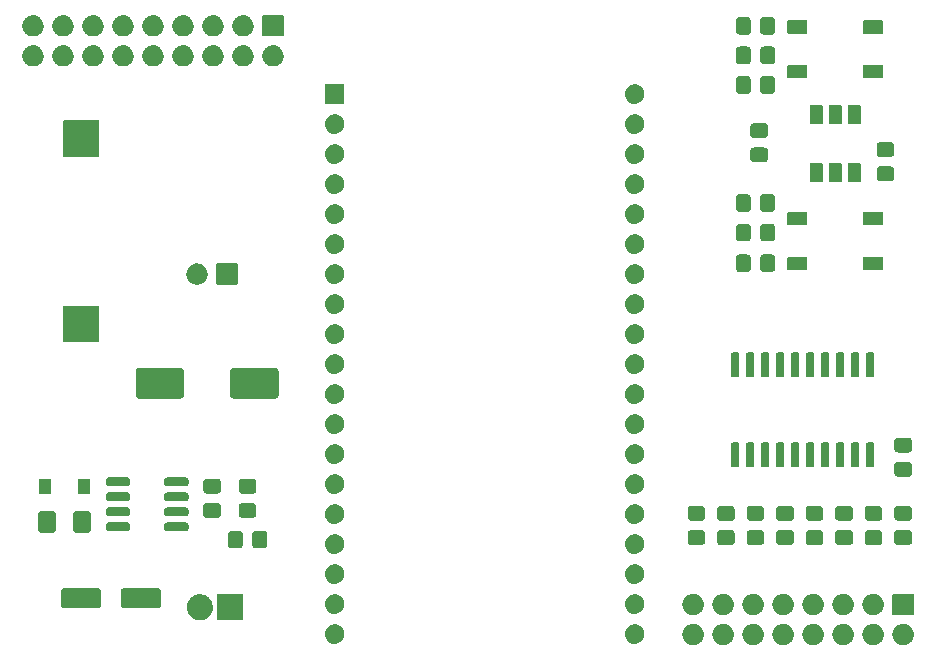
<source format=gbr>
G04 #@! TF.GenerationSoftware,KiCad,Pcbnew,(5.99.0-1157-ga17a78e42)*
G04 #@! TF.CreationDate,2020-04-19T13:41:11-07:00*
G04 #@! TF.ProjectId,signal-board,7369676e-616c-42d6-926f-6172642e6b69,rev?*
G04 #@! TF.SameCoordinates,Original*
G04 #@! TF.FileFunction,Soldermask,Top*
G04 #@! TF.FilePolarity,Negative*
%FSLAX46Y46*%
G04 Gerber Fmt 4.6, Leading zero omitted, Abs format (unit mm)*
G04 Created by KiCad (PCBNEW (5.99.0-1157-ga17a78e42)) date 2020-04-19 13:41:11*
%MOMM*%
%LPD*%
G01*
G04 APERTURE LIST*
G04 APERTURE END LIST*
G36*
X170525158Y-105136883D02*
G01*
X170547386Y-105135796D01*
X170616258Y-105146458D01*
X170688318Y-105154032D01*
X170709375Y-105160874D01*
X170728238Y-105163794D01*
X170796542Y-105189196D01*
X170868406Y-105212546D01*
X170884838Y-105222033D01*
X170899756Y-105227581D01*
X170964253Y-105267883D01*
X171032393Y-105307224D01*
X171044145Y-105317805D01*
X171054956Y-105324561D01*
X171112379Y-105379244D01*
X171173112Y-105433928D01*
X171180541Y-105444153D01*
X171187478Y-105450759D01*
X171234609Y-105518572D01*
X171284412Y-105587120D01*
X171288263Y-105595771D01*
X171291921Y-105601033D01*
X171325794Y-105680064D01*
X171361430Y-105760104D01*
X171362740Y-105766266D01*
X171364011Y-105769232D01*
X171382074Y-105857229D01*
X171400799Y-105945322D01*
X171400799Y-106134678D01*
X171400130Y-106137825D01*
X171400130Y-106137878D01*
X171362102Y-106316790D01*
X171362079Y-106316843D01*
X171361430Y-106319896D01*
X171324851Y-106402054D01*
X171288837Y-106484485D01*
X171286974Y-106487126D01*
X171284412Y-106492880D01*
X171232904Y-106563776D01*
X171183348Y-106634025D01*
X171178679Y-106638409D01*
X171173112Y-106646072D01*
X171110134Y-106702778D01*
X171049945Y-106759299D01*
X171041786Y-106764318D01*
X171032393Y-106772776D01*
X170961627Y-106813633D01*
X170894077Y-106855190D01*
X170882093Y-106859552D01*
X170868406Y-106867454D01*
X170793623Y-106891753D01*
X170722113Y-106917780D01*
X170706358Y-106920107D01*
X170688318Y-106925968D01*
X170613199Y-106933863D01*
X170541074Y-106944514D01*
X170522007Y-106943448D01*
X170500000Y-106945761D01*
X170427976Y-106938191D01*
X170358361Y-106934299D01*
X170336837Y-106928612D01*
X170311682Y-106925968D01*
X170245744Y-106904543D01*
X170181428Y-106887550D01*
X170158662Y-106876249D01*
X170131594Y-106867454D01*
X170074250Y-106834347D01*
X170017507Y-106806179D01*
X169994984Y-106788582D01*
X169967607Y-106772776D01*
X169920738Y-106730575D01*
X169873302Y-106693514D01*
X169852724Y-106669335D01*
X169826888Y-106646072D01*
X169791660Y-106597584D01*
X169754697Y-106554153D01*
X169737878Y-106523560D01*
X169715588Y-106492880D01*
X169692486Y-106440991D01*
X169666534Y-106393786D01*
X169655277Y-106357419D01*
X169638570Y-106319896D01*
X169627414Y-106267409D01*
X169612418Y-106218966D01*
X169608394Y-106177929D01*
X169599201Y-106134678D01*
X169599201Y-106084169D01*
X169594560Y-106036837D01*
X169599201Y-105992682D01*
X169599201Y-105945322D01*
X169609048Y-105898995D01*
X169613689Y-105854840D01*
X169628068Y-105809511D01*
X169638570Y-105760104D01*
X169656556Y-105719708D01*
X169669022Y-105680409D01*
X169693762Y-105636142D01*
X169715588Y-105587120D01*
X169739730Y-105553891D01*
X169758304Y-105520657D01*
X169793505Y-105479876D01*
X169826888Y-105433928D01*
X169855066Y-105408556D01*
X169877880Y-105382126D01*
X169923071Y-105347325D01*
X169967607Y-105307224D01*
X169997715Y-105289841D01*
X170022873Y-105270467D01*
X170076985Y-105244075D01*
X170131594Y-105212546D01*
X170161651Y-105202780D01*
X170187351Y-105190245D01*
X170248736Y-105174485D01*
X170311682Y-105154032D01*
X170339978Y-105151058D01*
X170364601Y-105144736D01*
X170431049Y-105141486D01*
X170500000Y-105134239D01*
X170525158Y-105136883D01*
G37*
G36*
X167985158Y-105136883D02*
G01*
X168007386Y-105135796D01*
X168076258Y-105146458D01*
X168148318Y-105154032D01*
X168169375Y-105160874D01*
X168188238Y-105163794D01*
X168256542Y-105189196D01*
X168328406Y-105212546D01*
X168344838Y-105222033D01*
X168359756Y-105227581D01*
X168424253Y-105267883D01*
X168492393Y-105307224D01*
X168504145Y-105317805D01*
X168514956Y-105324561D01*
X168572379Y-105379244D01*
X168633112Y-105433928D01*
X168640541Y-105444153D01*
X168647478Y-105450759D01*
X168694609Y-105518572D01*
X168744412Y-105587120D01*
X168748263Y-105595771D01*
X168751921Y-105601033D01*
X168785794Y-105680064D01*
X168821430Y-105760104D01*
X168822740Y-105766266D01*
X168824011Y-105769232D01*
X168842074Y-105857229D01*
X168860799Y-105945322D01*
X168860799Y-106134678D01*
X168860130Y-106137825D01*
X168860130Y-106137878D01*
X168822102Y-106316790D01*
X168822079Y-106316843D01*
X168821430Y-106319896D01*
X168784851Y-106402054D01*
X168748837Y-106484485D01*
X168746974Y-106487126D01*
X168744412Y-106492880D01*
X168692904Y-106563776D01*
X168643348Y-106634025D01*
X168638679Y-106638409D01*
X168633112Y-106646072D01*
X168570134Y-106702778D01*
X168509945Y-106759299D01*
X168501786Y-106764318D01*
X168492393Y-106772776D01*
X168421627Y-106813633D01*
X168354077Y-106855190D01*
X168342093Y-106859552D01*
X168328406Y-106867454D01*
X168253623Y-106891753D01*
X168182113Y-106917780D01*
X168166358Y-106920107D01*
X168148318Y-106925968D01*
X168073199Y-106933863D01*
X168001074Y-106944514D01*
X167982007Y-106943448D01*
X167960000Y-106945761D01*
X167887976Y-106938191D01*
X167818361Y-106934299D01*
X167796837Y-106928612D01*
X167771682Y-106925968D01*
X167705744Y-106904543D01*
X167641428Y-106887550D01*
X167618662Y-106876249D01*
X167591594Y-106867454D01*
X167534250Y-106834347D01*
X167477507Y-106806179D01*
X167454984Y-106788582D01*
X167427607Y-106772776D01*
X167380738Y-106730575D01*
X167333302Y-106693514D01*
X167312724Y-106669335D01*
X167286888Y-106646072D01*
X167251660Y-106597584D01*
X167214697Y-106554153D01*
X167197878Y-106523560D01*
X167175588Y-106492880D01*
X167152486Y-106440991D01*
X167126534Y-106393786D01*
X167115277Y-106357419D01*
X167098570Y-106319896D01*
X167087414Y-106267409D01*
X167072418Y-106218966D01*
X167068394Y-106177929D01*
X167059201Y-106134678D01*
X167059201Y-106084169D01*
X167054560Y-106036837D01*
X167059201Y-105992682D01*
X167059201Y-105945322D01*
X167069048Y-105898995D01*
X167073689Y-105854840D01*
X167088068Y-105809511D01*
X167098570Y-105760104D01*
X167116556Y-105719708D01*
X167129022Y-105680409D01*
X167153762Y-105636142D01*
X167175588Y-105587120D01*
X167199730Y-105553891D01*
X167218304Y-105520657D01*
X167253505Y-105479876D01*
X167286888Y-105433928D01*
X167315066Y-105408556D01*
X167337880Y-105382126D01*
X167383071Y-105347325D01*
X167427607Y-105307224D01*
X167457715Y-105289841D01*
X167482873Y-105270467D01*
X167536985Y-105244075D01*
X167591594Y-105212546D01*
X167621651Y-105202780D01*
X167647351Y-105190245D01*
X167708736Y-105174485D01*
X167771682Y-105154032D01*
X167799978Y-105151058D01*
X167824601Y-105144736D01*
X167891049Y-105141486D01*
X167960000Y-105134239D01*
X167985158Y-105136883D01*
G37*
G36*
X165445158Y-105136883D02*
G01*
X165467386Y-105135796D01*
X165536258Y-105146458D01*
X165608318Y-105154032D01*
X165629375Y-105160874D01*
X165648238Y-105163794D01*
X165716542Y-105189196D01*
X165788406Y-105212546D01*
X165804838Y-105222033D01*
X165819756Y-105227581D01*
X165884253Y-105267883D01*
X165952393Y-105307224D01*
X165964145Y-105317805D01*
X165974956Y-105324561D01*
X166032379Y-105379244D01*
X166093112Y-105433928D01*
X166100541Y-105444153D01*
X166107478Y-105450759D01*
X166154609Y-105518572D01*
X166204412Y-105587120D01*
X166208263Y-105595771D01*
X166211921Y-105601033D01*
X166245794Y-105680064D01*
X166281430Y-105760104D01*
X166282740Y-105766266D01*
X166284011Y-105769232D01*
X166302074Y-105857229D01*
X166320799Y-105945322D01*
X166320799Y-106134678D01*
X166320130Y-106137825D01*
X166320130Y-106137878D01*
X166282102Y-106316790D01*
X166282079Y-106316843D01*
X166281430Y-106319896D01*
X166244851Y-106402054D01*
X166208837Y-106484485D01*
X166206974Y-106487126D01*
X166204412Y-106492880D01*
X166152904Y-106563776D01*
X166103348Y-106634025D01*
X166098679Y-106638409D01*
X166093112Y-106646072D01*
X166030134Y-106702778D01*
X165969945Y-106759299D01*
X165961786Y-106764318D01*
X165952393Y-106772776D01*
X165881627Y-106813633D01*
X165814077Y-106855190D01*
X165802093Y-106859552D01*
X165788406Y-106867454D01*
X165713623Y-106891753D01*
X165642113Y-106917780D01*
X165626358Y-106920107D01*
X165608318Y-106925968D01*
X165533199Y-106933863D01*
X165461074Y-106944514D01*
X165442007Y-106943448D01*
X165420000Y-106945761D01*
X165347976Y-106938191D01*
X165278361Y-106934299D01*
X165256837Y-106928612D01*
X165231682Y-106925968D01*
X165165744Y-106904543D01*
X165101428Y-106887550D01*
X165078662Y-106876249D01*
X165051594Y-106867454D01*
X164994250Y-106834347D01*
X164937507Y-106806179D01*
X164914984Y-106788582D01*
X164887607Y-106772776D01*
X164840738Y-106730575D01*
X164793302Y-106693514D01*
X164772724Y-106669335D01*
X164746888Y-106646072D01*
X164711660Y-106597584D01*
X164674697Y-106554153D01*
X164657878Y-106523560D01*
X164635588Y-106492880D01*
X164612486Y-106440991D01*
X164586534Y-106393786D01*
X164575277Y-106357419D01*
X164558570Y-106319896D01*
X164547414Y-106267409D01*
X164532418Y-106218966D01*
X164528394Y-106177929D01*
X164519201Y-106134678D01*
X164519201Y-106084169D01*
X164514560Y-106036837D01*
X164519201Y-105992682D01*
X164519201Y-105945322D01*
X164529048Y-105898995D01*
X164533689Y-105854840D01*
X164548068Y-105809511D01*
X164558570Y-105760104D01*
X164576556Y-105719708D01*
X164589022Y-105680409D01*
X164613762Y-105636142D01*
X164635588Y-105587120D01*
X164659730Y-105553891D01*
X164678304Y-105520657D01*
X164713505Y-105479876D01*
X164746888Y-105433928D01*
X164775066Y-105408556D01*
X164797880Y-105382126D01*
X164843071Y-105347325D01*
X164887607Y-105307224D01*
X164917715Y-105289841D01*
X164942873Y-105270467D01*
X164996985Y-105244075D01*
X165051594Y-105212546D01*
X165081651Y-105202780D01*
X165107351Y-105190245D01*
X165168736Y-105174485D01*
X165231682Y-105154032D01*
X165259978Y-105151058D01*
X165284601Y-105144736D01*
X165351049Y-105141486D01*
X165420000Y-105134239D01*
X165445158Y-105136883D01*
G37*
G36*
X162905158Y-105136883D02*
G01*
X162927386Y-105135796D01*
X162996258Y-105146458D01*
X163068318Y-105154032D01*
X163089375Y-105160874D01*
X163108238Y-105163794D01*
X163176542Y-105189196D01*
X163248406Y-105212546D01*
X163264838Y-105222033D01*
X163279756Y-105227581D01*
X163344253Y-105267883D01*
X163412393Y-105307224D01*
X163424145Y-105317805D01*
X163434956Y-105324561D01*
X163492379Y-105379244D01*
X163553112Y-105433928D01*
X163560541Y-105444153D01*
X163567478Y-105450759D01*
X163614609Y-105518572D01*
X163664412Y-105587120D01*
X163668263Y-105595771D01*
X163671921Y-105601033D01*
X163705794Y-105680064D01*
X163741430Y-105760104D01*
X163742740Y-105766266D01*
X163744011Y-105769232D01*
X163762074Y-105857229D01*
X163780799Y-105945322D01*
X163780799Y-106134678D01*
X163780130Y-106137825D01*
X163780130Y-106137878D01*
X163742102Y-106316790D01*
X163742079Y-106316843D01*
X163741430Y-106319896D01*
X163704851Y-106402054D01*
X163668837Y-106484485D01*
X163666974Y-106487126D01*
X163664412Y-106492880D01*
X163612904Y-106563776D01*
X163563348Y-106634025D01*
X163558679Y-106638409D01*
X163553112Y-106646072D01*
X163490134Y-106702778D01*
X163429945Y-106759299D01*
X163421786Y-106764318D01*
X163412393Y-106772776D01*
X163341627Y-106813633D01*
X163274077Y-106855190D01*
X163262093Y-106859552D01*
X163248406Y-106867454D01*
X163173623Y-106891753D01*
X163102113Y-106917780D01*
X163086358Y-106920107D01*
X163068318Y-106925968D01*
X162993199Y-106933863D01*
X162921074Y-106944514D01*
X162902007Y-106943448D01*
X162880000Y-106945761D01*
X162807976Y-106938191D01*
X162738361Y-106934299D01*
X162716837Y-106928612D01*
X162691682Y-106925968D01*
X162625744Y-106904543D01*
X162561428Y-106887550D01*
X162538662Y-106876249D01*
X162511594Y-106867454D01*
X162454250Y-106834347D01*
X162397507Y-106806179D01*
X162374984Y-106788582D01*
X162347607Y-106772776D01*
X162300738Y-106730575D01*
X162253302Y-106693514D01*
X162232724Y-106669335D01*
X162206888Y-106646072D01*
X162171660Y-106597584D01*
X162134697Y-106554153D01*
X162117878Y-106523560D01*
X162095588Y-106492880D01*
X162072486Y-106440991D01*
X162046534Y-106393786D01*
X162035277Y-106357419D01*
X162018570Y-106319896D01*
X162007414Y-106267409D01*
X161992418Y-106218966D01*
X161988394Y-106177929D01*
X161979201Y-106134678D01*
X161979201Y-106084169D01*
X161974560Y-106036837D01*
X161979201Y-105992682D01*
X161979201Y-105945322D01*
X161989048Y-105898995D01*
X161993689Y-105854840D01*
X162008068Y-105809511D01*
X162018570Y-105760104D01*
X162036556Y-105719708D01*
X162049022Y-105680409D01*
X162073762Y-105636142D01*
X162095588Y-105587120D01*
X162119730Y-105553891D01*
X162138304Y-105520657D01*
X162173505Y-105479876D01*
X162206888Y-105433928D01*
X162235066Y-105408556D01*
X162257880Y-105382126D01*
X162303071Y-105347325D01*
X162347607Y-105307224D01*
X162377715Y-105289841D01*
X162402873Y-105270467D01*
X162456985Y-105244075D01*
X162511594Y-105212546D01*
X162541651Y-105202780D01*
X162567351Y-105190245D01*
X162628736Y-105174485D01*
X162691682Y-105154032D01*
X162719978Y-105151058D01*
X162744601Y-105144736D01*
X162811049Y-105141486D01*
X162880000Y-105134239D01*
X162905158Y-105136883D01*
G37*
G36*
X160365158Y-105136883D02*
G01*
X160387386Y-105135796D01*
X160456258Y-105146458D01*
X160528318Y-105154032D01*
X160549375Y-105160874D01*
X160568238Y-105163794D01*
X160636542Y-105189196D01*
X160708406Y-105212546D01*
X160724838Y-105222033D01*
X160739756Y-105227581D01*
X160804253Y-105267883D01*
X160872393Y-105307224D01*
X160884145Y-105317805D01*
X160894956Y-105324561D01*
X160952379Y-105379244D01*
X161013112Y-105433928D01*
X161020541Y-105444153D01*
X161027478Y-105450759D01*
X161074609Y-105518572D01*
X161124412Y-105587120D01*
X161128263Y-105595771D01*
X161131921Y-105601033D01*
X161165794Y-105680064D01*
X161201430Y-105760104D01*
X161202740Y-105766266D01*
X161204011Y-105769232D01*
X161222074Y-105857229D01*
X161240799Y-105945322D01*
X161240799Y-106134678D01*
X161240130Y-106137825D01*
X161240130Y-106137878D01*
X161202102Y-106316790D01*
X161202079Y-106316843D01*
X161201430Y-106319896D01*
X161164851Y-106402054D01*
X161128837Y-106484485D01*
X161126974Y-106487126D01*
X161124412Y-106492880D01*
X161072904Y-106563776D01*
X161023348Y-106634025D01*
X161018679Y-106638409D01*
X161013112Y-106646072D01*
X160950134Y-106702778D01*
X160889945Y-106759299D01*
X160881786Y-106764318D01*
X160872393Y-106772776D01*
X160801627Y-106813633D01*
X160734077Y-106855190D01*
X160722093Y-106859552D01*
X160708406Y-106867454D01*
X160633623Y-106891753D01*
X160562113Y-106917780D01*
X160546358Y-106920107D01*
X160528318Y-106925968D01*
X160453199Y-106933863D01*
X160381074Y-106944514D01*
X160362007Y-106943448D01*
X160340000Y-106945761D01*
X160267976Y-106938191D01*
X160198361Y-106934299D01*
X160176837Y-106928612D01*
X160151682Y-106925968D01*
X160085744Y-106904543D01*
X160021428Y-106887550D01*
X159998662Y-106876249D01*
X159971594Y-106867454D01*
X159914250Y-106834347D01*
X159857507Y-106806179D01*
X159834984Y-106788582D01*
X159807607Y-106772776D01*
X159760738Y-106730575D01*
X159713302Y-106693514D01*
X159692724Y-106669335D01*
X159666888Y-106646072D01*
X159631660Y-106597584D01*
X159594697Y-106554153D01*
X159577878Y-106523560D01*
X159555588Y-106492880D01*
X159532486Y-106440991D01*
X159506534Y-106393786D01*
X159495277Y-106357419D01*
X159478570Y-106319896D01*
X159467414Y-106267409D01*
X159452418Y-106218966D01*
X159448394Y-106177929D01*
X159439201Y-106134678D01*
X159439201Y-106084169D01*
X159434560Y-106036837D01*
X159439201Y-105992682D01*
X159439201Y-105945322D01*
X159449048Y-105898995D01*
X159453689Y-105854840D01*
X159468068Y-105809511D01*
X159478570Y-105760104D01*
X159496556Y-105719708D01*
X159509022Y-105680409D01*
X159533762Y-105636142D01*
X159555588Y-105587120D01*
X159579730Y-105553891D01*
X159598304Y-105520657D01*
X159633505Y-105479876D01*
X159666888Y-105433928D01*
X159695066Y-105408556D01*
X159717880Y-105382126D01*
X159763071Y-105347325D01*
X159807607Y-105307224D01*
X159837715Y-105289841D01*
X159862873Y-105270467D01*
X159916985Y-105244075D01*
X159971594Y-105212546D01*
X160001651Y-105202780D01*
X160027351Y-105190245D01*
X160088736Y-105174485D01*
X160151682Y-105154032D01*
X160179978Y-105151058D01*
X160204601Y-105144736D01*
X160271049Y-105141486D01*
X160340000Y-105134239D01*
X160365158Y-105136883D01*
G37*
G36*
X157825158Y-105136883D02*
G01*
X157847386Y-105135796D01*
X157916258Y-105146458D01*
X157988318Y-105154032D01*
X158009375Y-105160874D01*
X158028238Y-105163794D01*
X158096542Y-105189196D01*
X158168406Y-105212546D01*
X158184838Y-105222033D01*
X158199756Y-105227581D01*
X158264253Y-105267883D01*
X158332393Y-105307224D01*
X158344145Y-105317805D01*
X158354956Y-105324561D01*
X158412379Y-105379244D01*
X158473112Y-105433928D01*
X158480541Y-105444153D01*
X158487478Y-105450759D01*
X158534609Y-105518572D01*
X158584412Y-105587120D01*
X158588263Y-105595771D01*
X158591921Y-105601033D01*
X158625794Y-105680064D01*
X158661430Y-105760104D01*
X158662740Y-105766266D01*
X158664011Y-105769232D01*
X158682074Y-105857229D01*
X158700799Y-105945322D01*
X158700799Y-106134678D01*
X158700130Y-106137825D01*
X158700130Y-106137878D01*
X158662102Y-106316790D01*
X158662079Y-106316843D01*
X158661430Y-106319896D01*
X158624851Y-106402054D01*
X158588837Y-106484485D01*
X158586974Y-106487126D01*
X158584412Y-106492880D01*
X158532904Y-106563776D01*
X158483348Y-106634025D01*
X158478679Y-106638409D01*
X158473112Y-106646072D01*
X158410134Y-106702778D01*
X158349945Y-106759299D01*
X158341786Y-106764318D01*
X158332393Y-106772776D01*
X158261627Y-106813633D01*
X158194077Y-106855190D01*
X158182093Y-106859552D01*
X158168406Y-106867454D01*
X158093623Y-106891753D01*
X158022113Y-106917780D01*
X158006358Y-106920107D01*
X157988318Y-106925968D01*
X157913199Y-106933863D01*
X157841074Y-106944514D01*
X157822007Y-106943448D01*
X157800000Y-106945761D01*
X157727976Y-106938191D01*
X157658361Y-106934299D01*
X157636837Y-106928612D01*
X157611682Y-106925968D01*
X157545744Y-106904543D01*
X157481428Y-106887550D01*
X157458662Y-106876249D01*
X157431594Y-106867454D01*
X157374250Y-106834347D01*
X157317507Y-106806179D01*
X157294984Y-106788582D01*
X157267607Y-106772776D01*
X157220738Y-106730575D01*
X157173302Y-106693514D01*
X157152724Y-106669335D01*
X157126888Y-106646072D01*
X157091660Y-106597584D01*
X157054697Y-106554153D01*
X157037878Y-106523560D01*
X157015588Y-106492880D01*
X156992486Y-106440991D01*
X156966534Y-106393786D01*
X156955277Y-106357419D01*
X156938570Y-106319896D01*
X156927414Y-106267409D01*
X156912418Y-106218966D01*
X156908394Y-106177929D01*
X156899201Y-106134678D01*
X156899201Y-106084169D01*
X156894560Y-106036837D01*
X156899201Y-105992682D01*
X156899201Y-105945322D01*
X156909048Y-105898995D01*
X156913689Y-105854840D01*
X156928068Y-105809511D01*
X156938570Y-105760104D01*
X156956556Y-105719708D01*
X156969022Y-105680409D01*
X156993762Y-105636142D01*
X157015588Y-105587120D01*
X157039730Y-105553891D01*
X157058304Y-105520657D01*
X157093505Y-105479876D01*
X157126888Y-105433928D01*
X157155066Y-105408556D01*
X157177880Y-105382126D01*
X157223071Y-105347325D01*
X157267607Y-105307224D01*
X157297715Y-105289841D01*
X157322873Y-105270467D01*
X157376985Y-105244075D01*
X157431594Y-105212546D01*
X157461651Y-105202780D01*
X157487351Y-105190245D01*
X157548736Y-105174485D01*
X157611682Y-105154032D01*
X157639978Y-105151058D01*
X157664601Y-105144736D01*
X157731049Y-105141486D01*
X157800000Y-105134239D01*
X157825158Y-105136883D01*
G37*
G36*
X155285158Y-105136883D02*
G01*
X155307386Y-105135796D01*
X155376258Y-105146458D01*
X155448318Y-105154032D01*
X155469375Y-105160874D01*
X155488238Y-105163794D01*
X155556542Y-105189196D01*
X155628406Y-105212546D01*
X155644838Y-105222033D01*
X155659756Y-105227581D01*
X155724253Y-105267883D01*
X155792393Y-105307224D01*
X155804145Y-105317805D01*
X155814956Y-105324561D01*
X155872379Y-105379244D01*
X155933112Y-105433928D01*
X155940541Y-105444153D01*
X155947478Y-105450759D01*
X155994609Y-105518572D01*
X156044412Y-105587120D01*
X156048263Y-105595771D01*
X156051921Y-105601033D01*
X156085794Y-105680064D01*
X156121430Y-105760104D01*
X156122740Y-105766266D01*
X156124011Y-105769232D01*
X156142074Y-105857229D01*
X156160799Y-105945322D01*
X156160799Y-106134678D01*
X156160130Y-106137825D01*
X156160130Y-106137878D01*
X156122102Y-106316790D01*
X156122079Y-106316843D01*
X156121430Y-106319896D01*
X156084851Y-106402054D01*
X156048837Y-106484485D01*
X156046974Y-106487126D01*
X156044412Y-106492880D01*
X155992904Y-106563776D01*
X155943348Y-106634025D01*
X155938679Y-106638409D01*
X155933112Y-106646072D01*
X155870134Y-106702778D01*
X155809945Y-106759299D01*
X155801786Y-106764318D01*
X155792393Y-106772776D01*
X155721627Y-106813633D01*
X155654077Y-106855190D01*
X155642093Y-106859552D01*
X155628406Y-106867454D01*
X155553623Y-106891753D01*
X155482113Y-106917780D01*
X155466358Y-106920107D01*
X155448318Y-106925968D01*
X155373199Y-106933863D01*
X155301074Y-106944514D01*
X155282007Y-106943448D01*
X155260000Y-106945761D01*
X155187976Y-106938191D01*
X155118361Y-106934299D01*
X155096837Y-106928612D01*
X155071682Y-106925968D01*
X155005744Y-106904543D01*
X154941428Y-106887550D01*
X154918662Y-106876249D01*
X154891594Y-106867454D01*
X154834250Y-106834347D01*
X154777507Y-106806179D01*
X154754984Y-106788582D01*
X154727607Y-106772776D01*
X154680738Y-106730575D01*
X154633302Y-106693514D01*
X154612724Y-106669335D01*
X154586888Y-106646072D01*
X154551660Y-106597584D01*
X154514697Y-106554153D01*
X154497878Y-106523560D01*
X154475588Y-106492880D01*
X154452486Y-106440991D01*
X154426534Y-106393786D01*
X154415277Y-106357419D01*
X154398570Y-106319896D01*
X154387414Y-106267409D01*
X154372418Y-106218966D01*
X154368394Y-106177929D01*
X154359201Y-106134678D01*
X154359201Y-106084169D01*
X154354560Y-106036837D01*
X154359201Y-105992682D01*
X154359201Y-105945322D01*
X154369048Y-105898995D01*
X154373689Y-105854840D01*
X154388068Y-105809511D01*
X154398570Y-105760104D01*
X154416556Y-105719708D01*
X154429022Y-105680409D01*
X154453762Y-105636142D01*
X154475588Y-105587120D01*
X154499730Y-105553891D01*
X154518304Y-105520657D01*
X154553505Y-105479876D01*
X154586888Y-105433928D01*
X154615066Y-105408556D01*
X154637880Y-105382126D01*
X154683071Y-105347325D01*
X154727607Y-105307224D01*
X154757715Y-105289841D01*
X154782873Y-105270467D01*
X154836985Y-105244075D01*
X154891594Y-105212546D01*
X154921651Y-105202780D01*
X154947351Y-105190245D01*
X155008736Y-105174485D01*
X155071682Y-105154032D01*
X155099978Y-105151058D01*
X155124601Y-105144736D01*
X155191049Y-105141486D01*
X155260000Y-105134239D01*
X155285158Y-105136883D01*
G37*
G36*
X152745158Y-105136883D02*
G01*
X152767386Y-105135796D01*
X152836258Y-105146458D01*
X152908318Y-105154032D01*
X152929375Y-105160874D01*
X152948238Y-105163794D01*
X153016542Y-105189196D01*
X153088406Y-105212546D01*
X153104838Y-105222033D01*
X153119756Y-105227581D01*
X153184253Y-105267883D01*
X153252393Y-105307224D01*
X153264145Y-105317805D01*
X153274956Y-105324561D01*
X153332379Y-105379244D01*
X153393112Y-105433928D01*
X153400541Y-105444153D01*
X153407478Y-105450759D01*
X153454609Y-105518572D01*
X153504412Y-105587120D01*
X153508263Y-105595771D01*
X153511921Y-105601033D01*
X153545794Y-105680064D01*
X153581430Y-105760104D01*
X153582740Y-105766266D01*
X153584011Y-105769232D01*
X153602074Y-105857229D01*
X153620799Y-105945322D01*
X153620799Y-106134678D01*
X153620130Y-106137825D01*
X153620130Y-106137878D01*
X153582102Y-106316790D01*
X153582079Y-106316843D01*
X153581430Y-106319896D01*
X153544851Y-106402054D01*
X153508837Y-106484485D01*
X153506974Y-106487126D01*
X153504412Y-106492880D01*
X153452904Y-106563776D01*
X153403348Y-106634025D01*
X153398679Y-106638409D01*
X153393112Y-106646072D01*
X153330134Y-106702778D01*
X153269945Y-106759299D01*
X153261786Y-106764318D01*
X153252393Y-106772776D01*
X153181627Y-106813633D01*
X153114077Y-106855190D01*
X153102093Y-106859552D01*
X153088406Y-106867454D01*
X153013623Y-106891753D01*
X152942113Y-106917780D01*
X152926358Y-106920107D01*
X152908318Y-106925968D01*
X152833199Y-106933863D01*
X152761074Y-106944514D01*
X152742007Y-106943448D01*
X152720000Y-106945761D01*
X152647976Y-106938191D01*
X152578361Y-106934299D01*
X152556837Y-106928612D01*
X152531682Y-106925968D01*
X152465744Y-106904543D01*
X152401428Y-106887550D01*
X152378662Y-106876249D01*
X152351594Y-106867454D01*
X152294250Y-106834347D01*
X152237507Y-106806179D01*
X152214984Y-106788582D01*
X152187607Y-106772776D01*
X152140738Y-106730575D01*
X152093302Y-106693514D01*
X152072724Y-106669335D01*
X152046888Y-106646072D01*
X152011660Y-106597584D01*
X151974697Y-106554153D01*
X151957878Y-106523560D01*
X151935588Y-106492880D01*
X151912486Y-106440991D01*
X151886534Y-106393786D01*
X151875277Y-106357419D01*
X151858570Y-106319896D01*
X151847414Y-106267409D01*
X151832418Y-106218966D01*
X151828394Y-106177929D01*
X151819201Y-106134678D01*
X151819201Y-106084169D01*
X151814560Y-106036837D01*
X151819201Y-105992682D01*
X151819201Y-105945322D01*
X151829048Y-105898995D01*
X151833689Y-105854840D01*
X151848068Y-105809511D01*
X151858570Y-105760104D01*
X151876556Y-105719708D01*
X151889022Y-105680409D01*
X151913762Y-105636142D01*
X151935588Y-105587120D01*
X151959730Y-105553891D01*
X151978304Y-105520657D01*
X152013505Y-105479876D01*
X152046888Y-105433928D01*
X152075066Y-105408556D01*
X152097880Y-105382126D01*
X152143071Y-105347325D01*
X152187607Y-105307224D01*
X152217715Y-105289841D01*
X152242873Y-105270467D01*
X152296985Y-105244075D01*
X152351594Y-105212546D01*
X152381651Y-105202780D01*
X152407351Y-105190245D01*
X152468736Y-105174485D01*
X152531682Y-105154032D01*
X152559978Y-105151058D01*
X152584601Y-105144736D01*
X152651049Y-105141486D01*
X152720000Y-105134239D01*
X152745158Y-105136883D01*
G37*
G36*
X122493715Y-105175523D02*
G01*
X122667577Y-105224066D01*
X122826959Y-105308810D01*
X122964421Y-105425800D01*
X123073559Y-105569583D01*
X123149274Y-105733446D01*
X123188017Y-105909657D01*
X123188017Y-105909663D01*
X123188035Y-105909745D01*
X123187385Y-106096053D01*
X123187365Y-106096141D01*
X123147393Y-106272077D01*
X123070538Y-106435405D01*
X122960397Y-106578425D01*
X122822121Y-106694453D01*
X122662151Y-106778083D01*
X122487960Y-106825410D01*
X122307662Y-106834228D01*
X122129680Y-106804124D01*
X121962312Y-106736503D01*
X121813375Y-106634523D01*
X121689808Y-106502938D01*
X121597376Y-106347882D01*
X121540400Y-106176603D01*
X121521531Y-105997083D01*
X121541652Y-105817700D01*
X121599825Y-105646818D01*
X121693333Y-105492416D01*
X121817815Y-105361699D01*
X121817817Y-105361697D01*
X121967467Y-105260757D01*
X121967466Y-105260757D01*
X121967468Y-105260756D01*
X122135303Y-105194306D01*
X122313487Y-105165446D01*
X122493715Y-105175523D01*
G37*
G36*
X147893715Y-105175523D02*
G01*
X148067577Y-105224066D01*
X148226959Y-105308810D01*
X148364421Y-105425800D01*
X148473559Y-105569583D01*
X148549274Y-105733446D01*
X148588017Y-105909657D01*
X148588017Y-105909663D01*
X148588035Y-105909745D01*
X148587385Y-106096053D01*
X148587365Y-106096141D01*
X148547393Y-106272077D01*
X148470538Y-106435405D01*
X148360397Y-106578425D01*
X148222121Y-106694453D01*
X148062151Y-106778083D01*
X147887960Y-106825410D01*
X147707662Y-106834228D01*
X147529680Y-106804124D01*
X147362312Y-106736503D01*
X147213375Y-106634523D01*
X147089808Y-106502938D01*
X146997376Y-106347882D01*
X146940400Y-106176603D01*
X146921531Y-105997083D01*
X146941652Y-105817700D01*
X146999825Y-105646818D01*
X147093333Y-105492416D01*
X147217815Y-105361699D01*
X147217817Y-105361697D01*
X147367467Y-105260757D01*
X147367466Y-105260757D01*
X147367468Y-105260756D01*
X147535303Y-105194306D01*
X147713487Y-105165446D01*
X147893715Y-105175523D01*
G37*
G36*
X111045813Y-102624873D02*
G01*
X111118675Y-102628437D01*
X111148205Y-102635636D01*
X111175677Y-102638523D01*
X111248318Y-102660040D01*
X111322752Y-102678185D01*
X111346903Y-102689242D01*
X111369656Y-102695982D01*
X111440807Y-102732235D01*
X111513739Y-102765626D01*
X111532238Y-102778821D01*
X111549923Y-102787832D01*
X111616610Y-102839003D01*
X111684746Y-102887604D01*
X111697768Y-102901278D01*
X111710427Y-102910992D01*
X111769589Y-102976698D01*
X111829602Y-103039718D01*
X111837725Y-103052370D01*
X111845801Y-103061340D01*
X111894477Y-103140771D01*
X111943081Y-103216480D01*
X111947233Y-103226860D01*
X111951510Y-103233840D01*
X111986911Y-103326063D01*
X112021088Y-103411511D01*
X112022474Y-103418706D01*
X112024014Y-103422719D01*
X112043688Y-103528871D01*
X112060808Y-103617774D01*
X112060243Y-103833589D01*
X112054423Y-103862982D01*
X112053923Y-103882083D01*
X112035197Y-103960082D01*
X112019444Y-104039641D01*
X112011254Y-104059810D01*
X112006849Y-104078159D01*
X111972234Y-104155906D01*
X111940417Y-104234261D01*
X111930655Y-104249294D01*
X111924562Y-104262978D01*
X111873857Y-104336755D01*
X111826014Y-104410426D01*
X111816252Y-104420570D01*
X111809967Y-104429715D01*
X111743201Y-104496481D01*
X111680363Y-104561779D01*
X111672012Y-104567670D01*
X111666915Y-104572767D01*
X111584160Y-104629643D01*
X111508720Y-104682860D01*
X111502914Y-104685481D01*
X111500178Y-104687362D01*
X111397581Y-104733041D01*
X111317277Y-104769300D01*
X111256943Y-104783674D01*
X111118633Y-104816879D01*
X111117258Y-104816951D01*
X111112943Y-104817979D01*
X111021230Y-104821984D01*
X110916597Y-104827467D01*
X110911379Y-104826780D01*
X110903090Y-104827142D01*
X110812355Y-104813743D01*
X110716012Y-104801059D01*
X110707306Y-104798230D01*
X110695291Y-104796456D01*
X110611035Y-104766950D01*
X110523603Y-104738542D01*
X110512139Y-104732317D01*
X110497043Y-104727031D01*
X110422551Y-104683676D01*
X110345807Y-104642007D01*
X110332645Y-104631349D01*
X110315500Y-104621370D01*
X110253084Y-104566921D01*
X110188579Y-104514686D01*
X110175058Y-104498855D01*
X110157212Y-104483287D01*
X110108381Y-104420786D01*
X110057185Y-104360843D01*
X110044832Y-104339446D01*
X110027891Y-104317763D01*
X109993402Y-104250367D01*
X109956031Y-104185637D01*
X109946488Y-104158689D01*
X109932202Y-104130772D01*
X109912102Y-104061589D01*
X109888496Y-103994928D01*
X109883415Y-103962846D01*
X109873599Y-103929060D01*
X109867287Y-103861019D01*
X109856848Y-103795107D01*
X109857800Y-103758747D01*
X109854197Y-103719905D01*
X109860501Y-103655613D01*
X109862144Y-103592856D01*
X109870516Y-103553471D01*
X109874694Y-103510855D01*
X109891973Y-103452522D01*
X109904206Y-103394970D01*
X109921106Y-103354170D01*
X109934352Y-103309452D01*
X109960617Y-103258781D01*
X109981629Y-103208055D01*
X110007807Y-103167744D01*
X110031019Y-103122964D01*
X110064040Y-103081152D01*
X110091817Y-103038379D01*
X110127597Y-103000675D01*
X110161205Y-102958120D01*
X110198668Y-102925783D01*
X110231079Y-102891629D01*
X110276290Y-102858781D01*
X110320214Y-102820867D01*
X110359822Y-102798092D01*
X110394758Y-102772709D01*
X110448751Y-102746955D01*
X110502308Y-102716159D01*
X110541892Y-102702529D01*
X110577363Y-102685610D01*
X110638959Y-102669106D01*
X110700916Y-102647772D01*
X110738590Y-102642410D01*
X110772781Y-102633249D01*
X110840304Y-102627935D01*
X110908873Y-102618176D01*
X110943054Y-102619848D01*
X110974471Y-102617375D01*
X111045813Y-102624873D01*
G37*
G36*
X114569822Y-102624948D02*
G01*
X114586625Y-102636175D01*
X114597852Y-102652978D01*
X114602785Y-102677775D01*
X114602785Y-104767825D01*
X114597852Y-104792622D01*
X114586625Y-104809425D01*
X114569822Y-104820652D01*
X114545025Y-104825585D01*
X112454975Y-104825585D01*
X112430178Y-104820652D01*
X112413375Y-104809425D01*
X112402148Y-104792622D01*
X112397215Y-104767825D01*
X112397215Y-102677775D01*
X112402148Y-102652978D01*
X112413375Y-102636175D01*
X112430178Y-102624948D01*
X112454975Y-102620015D01*
X114545025Y-102620015D01*
X114569822Y-102624948D01*
G37*
G36*
X152745158Y-102596883D02*
G01*
X152767386Y-102595796D01*
X152836258Y-102606458D01*
X152908318Y-102614032D01*
X152929375Y-102620874D01*
X152948238Y-102623794D01*
X153016542Y-102649196D01*
X153088406Y-102672546D01*
X153104838Y-102682033D01*
X153119756Y-102687581D01*
X153184253Y-102727883D01*
X153252393Y-102767224D01*
X153264145Y-102777805D01*
X153274956Y-102784561D01*
X153332379Y-102839244D01*
X153393112Y-102893928D01*
X153400541Y-102904153D01*
X153407478Y-102910759D01*
X153454609Y-102978572D01*
X153504412Y-103047120D01*
X153508263Y-103055771D01*
X153511921Y-103061033D01*
X153545794Y-103140064D01*
X153581430Y-103220104D01*
X153582740Y-103226266D01*
X153584011Y-103229232D01*
X153602074Y-103317229D01*
X153620799Y-103405322D01*
X153620799Y-103594678D01*
X153620130Y-103597825D01*
X153620130Y-103597878D01*
X153582102Y-103776790D01*
X153582079Y-103776843D01*
X153581430Y-103779896D01*
X153544851Y-103862054D01*
X153508837Y-103944485D01*
X153506974Y-103947126D01*
X153504412Y-103952880D01*
X153452904Y-104023776D01*
X153403348Y-104094025D01*
X153398679Y-104098409D01*
X153393112Y-104106072D01*
X153330134Y-104162778D01*
X153269945Y-104219299D01*
X153261786Y-104224318D01*
X153252393Y-104232776D01*
X153181627Y-104273633D01*
X153114077Y-104315190D01*
X153102093Y-104319552D01*
X153088406Y-104327454D01*
X153013623Y-104351753D01*
X152942113Y-104377780D01*
X152926358Y-104380107D01*
X152908318Y-104385968D01*
X152833199Y-104393863D01*
X152761074Y-104404514D01*
X152742007Y-104403448D01*
X152720000Y-104405761D01*
X152647976Y-104398191D01*
X152578361Y-104394299D01*
X152556837Y-104388612D01*
X152531682Y-104385968D01*
X152465744Y-104364543D01*
X152401428Y-104347550D01*
X152378662Y-104336249D01*
X152351594Y-104327454D01*
X152294250Y-104294347D01*
X152237507Y-104266179D01*
X152214984Y-104248582D01*
X152187607Y-104232776D01*
X152140738Y-104190575D01*
X152093302Y-104153514D01*
X152072724Y-104129335D01*
X152046888Y-104106072D01*
X152011660Y-104057584D01*
X151974697Y-104014153D01*
X151957878Y-103983560D01*
X151935588Y-103952880D01*
X151912486Y-103900991D01*
X151886534Y-103853786D01*
X151875277Y-103817419D01*
X151858570Y-103779896D01*
X151847414Y-103727409D01*
X151832418Y-103678966D01*
X151828394Y-103637929D01*
X151819201Y-103594678D01*
X151819201Y-103544169D01*
X151814560Y-103496837D01*
X151819201Y-103452682D01*
X151819201Y-103405322D01*
X151829048Y-103358995D01*
X151833689Y-103314840D01*
X151848068Y-103269511D01*
X151858570Y-103220104D01*
X151876556Y-103179708D01*
X151889022Y-103140409D01*
X151913762Y-103096142D01*
X151935588Y-103047120D01*
X151959730Y-103013891D01*
X151978304Y-102980657D01*
X152013505Y-102939876D01*
X152046888Y-102893928D01*
X152075066Y-102868556D01*
X152097880Y-102842126D01*
X152143071Y-102807325D01*
X152187607Y-102767224D01*
X152217715Y-102749841D01*
X152242873Y-102730467D01*
X152296985Y-102704075D01*
X152351594Y-102672546D01*
X152381651Y-102662780D01*
X152407351Y-102650245D01*
X152468736Y-102634485D01*
X152531682Y-102614032D01*
X152559978Y-102611058D01*
X152584601Y-102604736D01*
X152651049Y-102601486D01*
X152720000Y-102594239D01*
X152745158Y-102596883D01*
G37*
G36*
X155285158Y-102596883D02*
G01*
X155307386Y-102595796D01*
X155376258Y-102606458D01*
X155448318Y-102614032D01*
X155469375Y-102620874D01*
X155488238Y-102623794D01*
X155556542Y-102649196D01*
X155628406Y-102672546D01*
X155644838Y-102682033D01*
X155659756Y-102687581D01*
X155724253Y-102727883D01*
X155792393Y-102767224D01*
X155804145Y-102777805D01*
X155814956Y-102784561D01*
X155872379Y-102839244D01*
X155933112Y-102893928D01*
X155940541Y-102904153D01*
X155947478Y-102910759D01*
X155994609Y-102978572D01*
X156044412Y-103047120D01*
X156048263Y-103055771D01*
X156051921Y-103061033D01*
X156085794Y-103140064D01*
X156121430Y-103220104D01*
X156122740Y-103226266D01*
X156124011Y-103229232D01*
X156142074Y-103317229D01*
X156160799Y-103405322D01*
X156160799Y-103594678D01*
X156160130Y-103597825D01*
X156160130Y-103597878D01*
X156122102Y-103776790D01*
X156122079Y-103776843D01*
X156121430Y-103779896D01*
X156084851Y-103862054D01*
X156048837Y-103944485D01*
X156046974Y-103947126D01*
X156044412Y-103952880D01*
X155992904Y-104023776D01*
X155943348Y-104094025D01*
X155938679Y-104098409D01*
X155933112Y-104106072D01*
X155870134Y-104162778D01*
X155809945Y-104219299D01*
X155801786Y-104224318D01*
X155792393Y-104232776D01*
X155721627Y-104273633D01*
X155654077Y-104315190D01*
X155642093Y-104319552D01*
X155628406Y-104327454D01*
X155553623Y-104351753D01*
X155482113Y-104377780D01*
X155466358Y-104380107D01*
X155448318Y-104385968D01*
X155373199Y-104393863D01*
X155301074Y-104404514D01*
X155282007Y-104403448D01*
X155260000Y-104405761D01*
X155187976Y-104398191D01*
X155118361Y-104394299D01*
X155096837Y-104388612D01*
X155071682Y-104385968D01*
X155005744Y-104364543D01*
X154941428Y-104347550D01*
X154918662Y-104336249D01*
X154891594Y-104327454D01*
X154834250Y-104294347D01*
X154777507Y-104266179D01*
X154754984Y-104248582D01*
X154727607Y-104232776D01*
X154680738Y-104190575D01*
X154633302Y-104153514D01*
X154612724Y-104129335D01*
X154586888Y-104106072D01*
X154551660Y-104057584D01*
X154514697Y-104014153D01*
X154497878Y-103983560D01*
X154475588Y-103952880D01*
X154452486Y-103900991D01*
X154426534Y-103853786D01*
X154415277Y-103817419D01*
X154398570Y-103779896D01*
X154387414Y-103727409D01*
X154372418Y-103678966D01*
X154368394Y-103637929D01*
X154359201Y-103594678D01*
X154359201Y-103544169D01*
X154354560Y-103496837D01*
X154359201Y-103452682D01*
X154359201Y-103405322D01*
X154369048Y-103358995D01*
X154373689Y-103314840D01*
X154388068Y-103269511D01*
X154398570Y-103220104D01*
X154416556Y-103179708D01*
X154429022Y-103140409D01*
X154453762Y-103096142D01*
X154475588Y-103047120D01*
X154499730Y-103013891D01*
X154518304Y-102980657D01*
X154553505Y-102939876D01*
X154586888Y-102893928D01*
X154615066Y-102868556D01*
X154637880Y-102842126D01*
X154683071Y-102807325D01*
X154727607Y-102767224D01*
X154757715Y-102749841D01*
X154782873Y-102730467D01*
X154836985Y-102704075D01*
X154891594Y-102672546D01*
X154921651Y-102662780D01*
X154947351Y-102650245D01*
X155008736Y-102634485D01*
X155071682Y-102614032D01*
X155099978Y-102611058D01*
X155124601Y-102604736D01*
X155191049Y-102601486D01*
X155260000Y-102594239D01*
X155285158Y-102596883D01*
G37*
G36*
X157825158Y-102596883D02*
G01*
X157847386Y-102595796D01*
X157916258Y-102606458D01*
X157988318Y-102614032D01*
X158009375Y-102620874D01*
X158028238Y-102623794D01*
X158096542Y-102649196D01*
X158168406Y-102672546D01*
X158184838Y-102682033D01*
X158199756Y-102687581D01*
X158264253Y-102727883D01*
X158332393Y-102767224D01*
X158344145Y-102777805D01*
X158354956Y-102784561D01*
X158412379Y-102839244D01*
X158473112Y-102893928D01*
X158480541Y-102904153D01*
X158487478Y-102910759D01*
X158534609Y-102978572D01*
X158584412Y-103047120D01*
X158588263Y-103055771D01*
X158591921Y-103061033D01*
X158625794Y-103140064D01*
X158661430Y-103220104D01*
X158662740Y-103226266D01*
X158664011Y-103229232D01*
X158682074Y-103317229D01*
X158700799Y-103405322D01*
X158700799Y-103594678D01*
X158700130Y-103597825D01*
X158700130Y-103597878D01*
X158662102Y-103776790D01*
X158662079Y-103776843D01*
X158661430Y-103779896D01*
X158624851Y-103862054D01*
X158588837Y-103944485D01*
X158586974Y-103947126D01*
X158584412Y-103952880D01*
X158532904Y-104023776D01*
X158483348Y-104094025D01*
X158478679Y-104098409D01*
X158473112Y-104106072D01*
X158410134Y-104162778D01*
X158349945Y-104219299D01*
X158341786Y-104224318D01*
X158332393Y-104232776D01*
X158261627Y-104273633D01*
X158194077Y-104315190D01*
X158182093Y-104319552D01*
X158168406Y-104327454D01*
X158093623Y-104351753D01*
X158022113Y-104377780D01*
X158006358Y-104380107D01*
X157988318Y-104385968D01*
X157913199Y-104393863D01*
X157841074Y-104404514D01*
X157822007Y-104403448D01*
X157800000Y-104405761D01*
X157727976Y-104398191D01*
X157658361Y-104394299D01*
X157636837Y-104388612D01*
X157611682Y-104385968D01*
X157545744Y-104364543D01*
X157481428Y-104347550D01*
X157458662Y-104336249D01*
X157431594Y-104327454D01*
X157374250Y-104294347D01*
X157317507Y-104266179D01*
X157294984Y-104248582D01*
X157267607Y-104232776D01*
X157220738Y-104190575D01*
X157173302Y-104153514D01*
X157152724Y-104129335D01*
X157126888Y-104106072D01*
X157091660Y-104057584D01*
X157054697Y-104014153D01*
X157037878Y-103983560D01*
X157015588Y-103952880D01*
X156992486Y-103900991D01*
X156966534Y-103853786D01*
X156955277Y-103817419D01*
X156938570Y-103779896D01*
X156927414Y-103727409D01*
X156912418Y-103678966D01*
X156908394Y-103637929D01*
X156899201Y-103594678D01*
X156899201Y-103544169D01*
X156894560Y-103496837D01*
X156899201Y-103452682D01*
X156899201Y-103405322D01*
X156909048Y-103358995D01*
X156913689Y-103314840D01*
X156928068Y-103269511D01*
X156938570Y-103220104D01*
X156956556Y-103179708D01*
X156969022Y-103140409D01*
X156993762Y-103096142D01*
X157015588Y-103047120D01*
X157039730Y-103013891D01*
X157058304Y-102980657D01*
X157093505Y-102939876D01*
X157126888Y-102893928D01*
X157155066Y-102868556D01*
X157177880Y-102842126D01*
X157223071Y-102807325D01*
X157267607Y-102767224D01*
X157297715Y-102749841D01*
X157322873Y-102730467D01*
X157376985Y-102704075D01*
X157431594Y-102672546D01*
X157461651Y-102662780D01*
X157487351Y-102650245D01*
X157548736Y-102634485D01*
X157611682Y-102614032D01*
X157639978Y-102611058D01*
X157664601Y-102604736D01*
X157731049Y-102601486D01*
X157800000Y-102594239D01*
X157825158Y-102596883D01*
G37*
G36*
X160365158Y-102596883D02*
G01*
X160387386Y-102595796D01*
X160456258Y-102606458D01*
X160528318Y-102614032D01*
X160549375Y-102620874D01*
X160568238Y-102623794D01*
X160636542Y-102649196D01*
X160708406Y-102672546D01*
X160724838Y-102682033D01*
X160739756Y-102687581D01*
X160804253Y-102727883D01*
X160872393Y-102767224D01*
X160884145Y-102777805D01*
X160894956Y-102784561D01*
X160952379Y-102839244D01*
X161013112Y-102893928D01*
X161020541Y-102904153D01*
X161027478Y-102910759D01*
X161074609Y-102978572D01*
X161124412Y-103047120D01*
X161128263Y-103055771D01*
X161131921Y-103061033D01*
X161165794Y-103140064D01*
X161201430Y-103220104D01*
X161202740Y-103226266D01*
X161204011Y-103229232D01*
X161222074Y-103317229D01*
X161240799Y-103405322D01*
X161240799Y-103594678D01*
X161240130Y-103597825D01*
X161240130Y-103597878D01*
X161202102Y-103776790D01*
X161202079Y-103776843D01*
X161201430Y-103779896D01*
X161164851Y-103862054D01*
X161128837Y-103944485D01*
X161126974Y-103947126D01*
X161124412Y-103952880D01*
X161072904Y-104023776D01*
X161023348Y-104094025D01*
X161018679Y-104098409D01*
X161013112Y-104106072D01*
X160950134Y-104162778D01*
X160889945Y-104219299D01*
X160881786Y-104224318D01*
X160872393Y-104232776D01*
X160801627Y-104273633D01*
X160734077Y-104315190D01*
X160722093Y-104319552D01*
X160708406Y-104327454D01*
X160633623Y-104351753D01*
X160562113Y-104377780D01*
X160546358Y-104380107D01*
X160528318Y-104385968D01*
X160453199Y-104393863D01*
X160381074Y-104404514D01*
X160362007Y-104403448D01*
X160340000Y-104405761D01*
X160267976Y-104398191D01*
X160198361Y-104394299D01*
X160176837Y-104388612D01*
X160151682Y-104385968D01*
X160085744Y-104364543D01*
X160021428Y-104347550D01*
X159998662Y-104336249D01*
X159971594Y-104327454D01*
X159914250Y-104294347D01*
X159857507Y-104266179D01*
X159834984Y-104248582D01*
X159807607Y-104232776D01*
X159760738Y-104190575D01*
X159713302Y-104153514D01*
X159692724Y-104129335D01*
X159666888Y-104106072D01*
X159631660Y-104057584D01*
X159594697Y-104014153D01*
X159577878Y-103983560D01*
X159555588Y-103952880D01*
X159532486Y-103900991D01*
X159506534Y-103853786D01*
X159495277Y-103817419D01*
X159478570Y-103779896D01*
X159467414Y-103727409D01*
X159452418Y-103678966D01*
X159448394Y-103637929D01*
X159439201Y-103594678D01*
X159439201Y-103544169D01*
X159434560Y-103496837D01*
X159439201Y-103452682D01*
X159439201Y-103405322D01*
X159449048Y-103358995D01*
X159453689Y-103314840D01*
X159468068Y-103269511D01*
X159478570Y-103220104D01*
X159496556Y-103179708D01*
X159509022Y-103140409D01*
X159533762Y-103096142D01*
X159555588Y-103047120D01*
X159579730Y-103013891D01*
X159598304Y-102980657D01*
X159633505Y-102939876D01*
X159666888Y-102893928D01*
X159695066Y-102868556D01*
X159717880Y-102842126D01*
X159763071Y-102807325D01*
X159807607Y-102767224D01*
X159837715Y-102749841D01*
X159862873Y-102730467D01*
X159916985Y-102704075D01*
X159971594Y-102672546D01*
X160001651Y-102662780D01*
X160027351Y-102650245D01*
X160088736Y-102634485D01*
X160151682Y-102614032D01*
X160179978Y-102611058D01*
X160204601Y-102604736D01*
X160271049Y-102601486D01*
X160340000Y-102594239D01*
X160365158Y-102596883D01*
G37*
G36*
X162905158Y-102596883D02*
G01*
X162927386Y-102595796D01*
X162996258Y-102606458D01*
X163068318Y-102614032D01*
X163089375Y-102620874D01*
X163108238Y-102623794D01*
X163176542Y-102649196D01*
X163248406Y-102672546D01*
X163264838Y-102682033D01*
X163279756Y-102687581D01*
X163344253Y-102727883D01*
X163412393Y-102767224D01*
X163424145Y-102777805D01*
X163434956Y-102784561D01*
X163492379Y-102839244D01*
X163553112Y-102893928D01*
X163560541Y-102904153D01*
X163567478Y-102910759D01*
X163614609Y-102978572D01*
X163664412Y-103047120D01*
X163668263Y-103055771D01*
X163671921Y-103061033D01*
X163705794Y-103140064D01*
X163741430Y-103220104D01*
X163742740Y-103226266D01*
X163744011Y-103229232D01*
X163762074Y-103317229D01*
X163780799Y-103405322D01*
X163780799Y-103594678D01*
X163780130Y-103597825D01*
X163780130Y-103597878D01*
X163742102Y-103776790D01*
X163742079Y-103776843D01*
X163741430Y-103779896D01*
X163704851Y-103862054D01*
X163668837Y-103944485D01*
X163666974Y-103947126D01*
X163664412Y-103952880D01*
X163612904Y-104023776D01*
X163563348Y-104094025D01*
X163558679Y-104098409D01*
X163553112Y-104106072D01*
X163490134Y-104162778D01*
X163429945Y-104219299D01*
X163421786Y-104224318D01*
X163412393Y-104232776D01*
X163341627Y-104273633D01*
X163274077Y-104315190D01*
X163262093Y-104319552D01*
X163248406Y-104327454D01*
X163173623Y-104351753D01*
X163102113Y-104377780D01*
X163086358Y-104380107D01*
X163068318Y-104385968D01*
X162993199Y-104393863D01*
X162921074Y-104404514D01*
X162902007Y-104403448D01*
X162880000Y-104405761D01*
X162807976Y-104398191D01*
X162738361Y-104394299D01*
X162716837Y-104388612D01*
X162691682Y-104385968D01*
X162625744Y-104364543D01*
X162561428Y-104347550D01*
X162538662Y-104336249D01*
X162511594Y-104327454D01*
X162454250Y-104294347D01*
X162397507Y-104266179D01*
X162374984Y-104248582D01*
X162347607Y-104232776D01*
X162300738Y-104190575D01*
X162253302Y-104153514D01*
X162232724Y-104129335D01*
X162206888Y-104106072D01*
X162171660Y-104057584D01*
X162134697Y-104014153D01*
X162117878Y-103983560D01*
X162095588Y-103952880D01*
X162072486Y-103900991D01*
X162046534Y-103853786D01*
X162035277Y-103817419D01*
X162018570Y-103779896D01*
X162007414Y-103727409D01*
X161992418Y-103678966D01*
X161988394Y-103637929D01*
X161979201Y-103594678D01*
X161979201Y-103544169D01*
X161974560Y-103496837D01*
X161979201Y-103452682D01*
X161979201Y-103405322D01*
X161989048Y-103358995D01*
X161993689Y-103314840D01*
X162008068Y-103269511D01*
X162018570Y-103220104D01*
X162036556Y-103179708D01*
X162049022Y-103140409D01*
X162073762Y-103096142D01*
X162095588Y-103047120D01*
X162119730Y-103013891D01*
X162138304Y-102980657D01*
X162173505Y-102939876D01*
X162206888Y-102893928D01*
X162235066Y-102868556D01*
X162257880Y-102842126D01*
X162303071Y-102807325D01*
X162347607Y-102767224D01*
X162377715Y-102749841D01*
X162402873Y-102730467D01*
X162456985Y-102704075D01*
X162511594Y-102672546D01*
X162541651Y-102662780D01*
X162567351Y-102650245D01*
X162628736Y-102634485D01*
X162691682Y-102614032D01*
X162719978Y-102611058D01*
X162744601Y-102604736D01*
X162811049Y-102601486D01*
X162880000Y-102594239D01*
X162905158Y-102596883D01*
G37*
G36*
X165445158Y-102596883D02*
G01*
X165467386Y-102595796D01*
X165536258Y-102606458D01*
X165608318Y-102614032D01*
X165629375Y-102620874D01*
X165648238Y-102623794D01*
X165716542Y-102649196D01*
X165788406Y-102672546D01*
X165804838Y-102682033D01*
X165819756Y-102687581D01*
X165884253Y-102727883D01*
X165952393Y-102767224D01*
X165964145Y-102777805D01*
X165974956Y-102784561D01*
X166032379Y-102839244D01*
X166093112Y-102893928D01*
X166100541Y-102904153D01*
X166107478Y-102910759D01*
X166154609Y-102978572D01*
X166204412Y-103047120D01*
X166208263Y-103055771D01*
X166211921Y-103061033D01*
X166245794Y-103140064D01*
X166281430Y-103220104D01*
X166282740Y-103226266D01*
X166284011Y-103229232D01*
X166302074Y-103317229D01*
X166320799Y-103405322D01*
X166320799Y-103594678D01*
X166320130Y-103597825D01*
X166320130Y-103597878D01*
X166282102Y-103776790D01*
X166282079Y-103776843D01*
X166281430Y-103779896D01*
X166244851Y-103862054D01*
X166208837Y-103944485D01*
X166206974Y-103947126D01*
X166204412Y-103952880D01*
X166152904Y-104023776D01*
X166103348Y-104094025D01*
X166098679Y-104098409D01*
X166093112Y-104106072D01*
X166030134Y-104162778D01*
X165969945Y-104219299D01*
X165961786Y-104224318D01*
X165952393Y-104232776D01*
X165881627Y-104273633D01*
X165814077Y-104315190D01*
X165802093Y-104319552D01*
X165788406Y-104327454D01*
X165713623Y-104351753D01*
X165642113Y-104377780D01*
X165626358Y-104380107D01*
X165608318Y-104385968D01*
X165533199Y-104393863D01*
X165461074Y-104404514D01*
X165442007Y-104403448D01*
X165420000Y-104405761D01*
X165347976Y-104398191D01*
X165278361Y-104394299D01*
X165256837Y-104388612D01*
X165231682Y-104385968D01*
X165165744Y-104364543D01*
X165101428Y-104347550D01*
X165078662Y-104336249D01*
X165051594Y-104327454D01*
X164994250Y-104294347D01*
X164937507Y-104266179D01*
X164914984Y-104248582D01*
X164887607Y-104232776D01*
X164840738Y-104190575D01*
X164793302Y-104153514D01*
X164772724Y-104129335D01*
X164746888Y-104106072D01*
X164711660Y-104057584D01*
X164674697Y-104014153D01*
X164657878Y-103983560D01*
X164635588Y-103952880D01*
X164612486Y-103900991D01*
X164586534Y-103853786D01*
X164575277Y-103817419D01*
X164558570Y-103779896D01*
X164547414Y-103727409D01*
X164532418Y-103678966D01*
X164528394Y-103637929D01*
X164519201Y-103594678D01*
X164519201Y-103544169D01*
X164514560Y-103496837D01*
X164519201Y-103452682D01*
X164519201Y-103405322D01*
X164529048Y-103358995D01*
X164533689Y-103314840D01*
X164548068Y-103269511D01*
X164558570Y-103220104D01*
X164576556Y-103179708D01*
X164589022Y-103140409D01*
X164613762Y-103096142D01*
X164635588Y-103047120D01*
X164659730Y-103013891D01*
X164678304Y-102980657D01*
X164713505Y-102939876D01*
X164746888Y-102893928D01*
X164775066Y-102868556D01*
X164797880Y-102842126D01*
X164843071Y-102807325D01*
X164887607Y-102767224D01*
X164917715Y-102749841D01*
X164942873Y-102730467D01*
X164996985Y-102704075D01*
X165051594Y-102672546D01*
X165081651Y-102662780D01*
X165107351Y-102650245D01*
X165168736Y-102634485D01*
X165231682Y-102614032D01*
X165259978Y-102611058D01*
X165284601Y-102604736D01*
X165351049Y-102601486D01*
X165420000Y-102594239D01*
X165445158Y-102596883D01*
G37*
G36*
X167985158Y-102596883D02*
G01*
X168007386Y-102595796D01*
X168076258Y-102606458D01*
X168148318Y-102614032D01*
X168169375Y-102620874D01*
X168188238Y-102623794D01*
X168256542Y-102649196D01*
X168328406Y-102672546D01*
X168344838Y-102682033D01*
X168359756Y-102687581D01*
X168424253Y-102727883D01*
X168492393Y-102767224D01*
X168504145Y-102777805D01*
X168514956Y-102784561D01*
X168572379Y-102839244D01*
X168633112Y-102893928D01*
X168640541Y-102904153D01*
X168647478Y-102910759D01*
X168694609Y-102978572D01*
X168744412Y-103047120D01*
X168748263Y-103055771D01*
X168751921Y-103061033D01*
X168785794Y-103140064D01*
X168821430Y-103220104D01*
X168822740Y-103226266D01*
X168824011Y-103229232D01*
X168842074Y-103317229D01*
X168860799Y-103405322D01*
X168860799Y-103594678D01*
X168860130Y-103597825D01*
X168860130Y-103597878D01*
X168822102Y-103776790D01*
X168822079Y-103776843D01*
X168821430Y-103779896D01*
X168784851Y-103862054D01*
X168748837Y-103944485D01*
X168746974Y-103947126D01*
X168744412Y-103952880D01*
X168692904Y-104023776D01*
X168643348Y-104094025D01*
X168638679Y-104098409D01*
X168633112Y-104106072D01*
X168570134Y-104162778D01*
X168509945Y-104219299D01*
X168501786Y-104224318D01*
X168492393Y-104232776D01*
X168421627Y-104273633D01*
X168354077Y-104315190D01*
X168342093Y-104319552D01*
X168328406Y-104327454D01*
X168253623Y-104351753D01*
X168182113Y-104377780D01*
X168166358Y-104380107D01*
X168148318Y-104385968D01*
X168073199Y-104393863D01*
X168001074Y-104404514D01*
X167982007Y-104403448D01*
X167960000Y-104405761D01*
X167887976Y-104398191D01*
X167818361Y-104394299D01*
X167796837Y-104388612D01*
X167771682Y-104385968D01*
X167705744Y-104364543D01*
X167641428Y-104347550D01*
X167618662Y-104336249D01*
X167591594Y-104327454D01*
X167534250Y-104294347D01*
X167477507Y-104266179D01*
X167454984Y-104248582D01*
X167427607Y-104232776D01*
X167380738Y-104190575D01*
X167333302Y-104153514D01*
X167312724Y-104129335D01*
X167286888Y-104106072D01*
X167251660Y-104057584D01*
X167214697Y-104014153D01*
X167197878Y-103983560D01*
X167175588Y-103952880D01*
X167152486Y-103900991D01*
X167126534Y-103853786D01*
X167115277Y-103817419D01*
X167098570Y-103779896D01*
X167087414Y-103727409D01*
X167072418Y-103678966D01*
X167068394Y-103637929D01*
X167059201Y-103594678D01*
X167059201Y-103544169D01*
X167054560Y-103496837D01*
X167059201Y-103452682D01*
X167059201Y-103405322D01*
X167069048Y-103358995D01*
X167073689Y-103314840D01*
X167088068Y-103269511D01*
X167098570Y-103220104D01*
X167116556Y-103179708D01*
X167129022Y-103140409D01*
X167153762Y-103096142D01*
X167175588Y-103047120D01*
X167199730Y-103013891D01*
X167218304Y-102980657D01*
X167253505Y-102939876D01*
X167286888Y-102893928D01*
X167315066Y-102868556D01*
X167337880Y-102842126D01*
X167383071Y-102807325D01*
X167427607Y-102767224D01*
X167457715Y-102749841D01*
X167482873Y-102730467D01*
X167536985Y-102704075D01*
X167591594Y-102672546D01*
X167621651Y-102662780D01*
X167647351Y-102650245D01*
X167708736Y-102634485D01*
X167771682Y-102614032D01*
X167799978Y-102611058D01*
X167824601Y-102604736D01*
X167891049Y-102601486D01*
X167960000Y-102594239D01*
X167985158Y-102596883D01*
G37*
G36*
X171369822Y-102602148D02*
G01*
X171386625Y-102613375D01*
X171397852Y-102630178D01*
X171402785Y-102654975D01*
X171402785Y-104345025D01*
X171397852Y-104369822D01*
X171386625Y-104386625D01*
X171369822Y-104397852D01*
X171345025Y-104402785D01*
X169654975Y-104402785D01*
X169630178Y-104397852D01*
X169613375Y-104386625D01*
X169602148Y-104369822D01*
X169597215Y-104345025D01*
X169597215Y-102654975D01*
X169602148Y-102630178D01*
X169613375Y-102613375D01*
X169630178Y-102602148D01*
X169654975Y-102597215D01*
X171345025Y-102597215D01*
X171369822Y-102602148D01*
G37*
G36*
X122493715Y-102635523D02*
G01*
X122667577Y-102684066D01*
X122826959Y-102768810D01*
X122964421Y-102885800D01*
X123073559Y-103029583D01*
X123149274Y-103193446D01*
X123188017Y-103369657D01*
X123188017Y-103369663D01*
X123188035Y-103369745D01*
X123187385Y-103556053D01*
X123187365Y-103556141D01*
X123147393Y-103732077D01*
X123070538Y-103895405D01*
X123070536Y-103895407D01*
X122993895Y-103994928D01*
X122960397Y-104038425D01*
X122822121Y-104154453D01*
X122662151Y-104238083D01*
X122487960Y-104285410D01*
X122307662Y-104294228D01*
X122129680Y-104264124D01*
X121962312Y-104196503D01*
X121813375Y-104094523D01*
X121689808Y-103962938D01*
X121597376Y-103807882D01*
X121540400Y-103636603D01*
X121521531Y-103457083D01*
X121541652Y-103277700D01*
X121599825Y-103106818D01*
X121693333Y-102952416D01*
X121817815Y-102821699D01*
X121817817Y-102821697D01*
X121967467Y-102720757D01*
X121967466Y-102720757D01*
X121967468Y-102720756D01*
X122135303Y-102654306D01*
X122313487Y-102625446D01*
X122493715Y-102635523D01*
G37*
G36*
X147893715Y-102635523D02*
G01*
X148067577Y-102684066D01*
X148226959Y-102768810D01*
X148364421Y-102885800D01*
X148473559Y-103029583D01*
X148549274Y-103193446D01*
X148588017Y-103369657D01*
X148588017Y-103369663D01*
X148588035Y-103369745D01*
X148587385Y-103556053D01*
X148587365Y-103556141D01*
X148547393Y-103732077D01*
X148470538Y-103895405D01*
X148470536Y-103895407D01*
X148393895Y-103994928D01*
X148360397Y-104038425D01*
X148222121Y-104154453D01*
X148062151Y-104238083D01*
X147887960Y-104285410D01*
X147707662Y-104294228D01*
X147529680Y-104264124D01*
X147362312Y-104196503D01*
X147213375Y-104094523D01*
X147089808Y-103962938D01*
X146997376Y-103807882D01*
X146940400Y-103636603D01*
X146921531Y-103457083D01*
X146941652Y-103277700D01*
X146999825Y-103106818D01*
X147093333Y-102952416D01*
X147217815Y-102821699D01*
X147217817Y-102821697D01*
X147367467Y-102720757D01*
X147367466Y-102720757D01*
X147367468Y-102720756D01*
X147535303Y-102654306D01*
X147713487Y-102625446D01*
X147893715Y-102635523D01*
G37*
G36*
X107376782Y-102094520D02*
G01*
X107376970Y-102094520D01*
X107378534Y-102094812D01*
X107476861Y-102111221D01*
X107482427Y-102114233D01*
X107487514Y-102115184D01*
X107510610Y-102129485D01*
X107565155Y-102159002D01*
X107574265Y-102168898D01*
X107583128Y-102174386D01*
X107600528Y-102197427D01*
X107633145Y-102232859D01*
X107641266Y-102251374D01*
X107650899Y-102264130D01*
X107655567Y-102283977D01*
X107673901Y-102325775D01*
X107683501Y-102402790D01*
X107683501Y-103488560D01*
X107682980Y-103491682D01*
X107682980Y-103491870D01*
X107682688Y-103493434D01*
X107666279Y-103591761D01*
X107663267Y-103597327D01*
X107662316Y-103602414D01*
X107648015Y-103625510D01*
X107618498Y-103680055D01*
X107608602Y-103689165D01*
X107603114Y-103698028D01*
X107580073Y-103715428D01*
X107544641Y-103748045D01*
X107526126Y-103756166D01*
X107513370Y-103765799D01*
X107493523Y-103770467D01*
X107451725Y-103788801D01*
X107374710Y-103798401D01*
X104563940Y-103798401D01*
X104560818Y-103797880D01*
X104560630Y-103797880D01*
X104559066Y-103797588D01*
X104460739Y-103781179D01*
X104455173Y-103778167D01*
X104450086Y-103777216D01*
X104426990Y-103762915D01*
X104372445Y-103733398D01*
X104363335Y-103723502D01*
X104354472Y-103718014D01*
X104337072Y-103694973D01*
X104304455Y-103659541D01*
X104296334Y-103641026D01*
X104286701Y-103628270D01*
X104282033Y-103608423D01*
X104263699Y-103566625D01*
X104254099Y-103489610D01*
X104254099Y-102403840D01*
X104254620Y-102400718D01*
X104254620Y-102400530D01*
X104254912Y-102398966D01*
X104271321Y-102300639D01*
X104274333Y-102295073D01*
X104275284Y-102289986D01*
X104289585Y-102266890D01*
X104319102Y-102212345D01*
X104328998Y-102203235D01*
X104334486Y-102194372D01*
X104357527Y-102176972D01*
X104392959Y-102144355D01*
X104411474Y-102136234D01*
X104424230Y-102126601D01*
X104444077Y-102121933D01*
X104485875Y-102103599D01*
X104562890Y-102093999D01*
X107373660Y-102093999D01*
X107376782Y-102094520D01*
G37*
G36*
X102301782Y-102094520D02*
G01*
X102301970Y-102094520D01*
X102303534Y-102094812D01*
X102401861Y-102111221D01*
X102407427Y-102114233D01*
X102412514Y-102115184D01*
X102435610Y-102129485D01*
X102490155Y-102159002D01*
X102499265Y-102168898D01*
X102508128Y-102174386D01*
X102525528Y-102197427D01*
X102558145Y-102232859D01*
X102566266Y-102251374D01*
X102575899Y-102264130D01*
X102580567Y-102283977D01*
X102598901Y-102325775D01*
X102608501Y-102402790D01*
X102608501Y-103488560D01*
X102607980Y-103491682D01*
X102607980Y-103491870D01*
X102607688Y-103493434D01*
X102591279Y-103591761D01*
X102588267Y-103597327D01*
X102587316Y-103602414D01*
X102573015Y-103625510D01*
X102543498Y-103680055D01*
X102533602Y-103689165D01*
X102528114Y-103698028D01*
X102505073Y-103715428D01*
X102469641Y-103748045D01*
X102451126Y-103756166D01*
X102438370Y-103765799D01*
X102418523Y-103770467D01*
X102376725Y-103788801D01*
X102299710Y-103798401D01*
X99488940Y-103798401D01*
X99485818Y-103797880D01*
X99485630Y-103797880D01*
X99484066Y-103797588D01*
X99385739Y-103781179D01*
X99380173Y-103778167D01*
X99375086Y-103777216D01*
X99351990Y-103762915D01*
X99297445Y-103733398D01*
X99288335Y-103723502D01*
X99279472Y-103718014D01*
X99262072Y-103694973D01*
X99229455Y-103659541D01*
X99221334Y-103641026D01*
X99211701Y-103628270D01*
X99207033Y-103608423D01*
X99188699Y-103566625D01*
X99179099Y-103489610D01*
X99179099Y-102403840D01*
X99179620Y-102400718D01*
X99179620Y-102400530D01*
X99179912Y-102398966D01*
X99196321Y-102300639D01*
X99199333Y-102295073D01*
X99200284Y-102289986D01*
X99214585Y-102266890D01*
X99244102Y-102212345D01*
X99253998Y-102203235D01*
X99259486Y-102194372D01*
X99282527Y-102176972D01*
X99317959Y-102144355D01*
X99336474Y-102136234D01*
X99349230Y-102126601D01*
X99369077Y-102121933D01*
X99410875Y-102103599D01*
X99487890Y-102093999D01*
X102298660Y-102093999D01*
X102301782Y-102094520D01*
G37*
G36*
X122493715Y-100095523D02*
G01*
X122667577Y-100144066D01*
X122826959Y-100228810D01*
X122964421Y-100345800D01*
X123073559Y-100489583D01*
X123149274Y-100653446D01*
X123188017Y-100829657D01*
X123188017Y-100829663D01*
X123188035Y-100829745D01*
X123187385Y-101016053D01*
X123187365Y-101016141D01*
X123147393Y-101192077D01*
X123070538Y-101355405D01*
X122960397Y-101498425D01*
X122822121Y-101614453D01*
X122662151Y-101698083D01*
X122487960Y-101745410D01*
X122307662Y-101754228D01*
X122129680Y-101724124D01*
X121962312Y-101656503D01*
X121813375Y-101554523D01*
X121689808Y-101422938D01*
X121597376Y-101267882D01*
X121540400Y-101096603D01*
X121521531Y-100917083D01*
X121541652Y-100737700D01*
X121599825Y-100566818D01*
X121693333Y-100412416D01*
X121817815Y-100281699D01*
X121817817Y-100281697D01*
X121967467Y-100180757D01*
X121967466Y-100180757D01*
X121967468Y-100180756D01*
X122135303Y-100114306D01*
X122313487Y-100085446D01*
X122493715Y-100095523D01*
G37*
G36*
X147893715Y-100095523D02*
G01*
X148067577Y-100144066D01*
X148226959Y-100228810D01*
X148364421Y-100345800D01*
X148473559Y-100489583D01*
X148549274Y-100653446D01*
X148588017Y-100829657D01*
X148588017Y-100829663D01*
X148588035Y-100829745D01*
X148587385Y-101016053D01*
X148587365Y-101016141D01*
X148547393Y-101192077D01*
X148470538Y-101355405D01*
X148360397Y-101498425D01*
X148222121Y-101614453D01*
X148062151Y-101698083D01*
X147887960Y-101745410D01*
X147707662Y-101754228D01*
X147529680Y-101724124D01*
X147362312Y-101656503D01*
X147213375Y-101554523D01*
X147089808Y-101422938D01*
X146997376Y-101267882D01*
X146940400Y-101096603D01*
X146921531Y-100917083D01*
X146941652Y-100737700D01*
X146999825Y-100566818D01*
X147093333Y-100412416D01*
X147217815Y-100281699D01*
X147217817Y-100281697D01*
X147367467Y-100180757D01*
X147367466Y-100180757D01*
X147367468Y-100180756D01*
X147535303Y-100114306D01*
X147713487Y-100085446D01*
X147893715Y-100095523D01*
G37*
G36*
X122493715Y-97555523D02*
G01*
X122667577Y-97604066D01*
X122826959Y-97688810D01*
X122964421Y-97805800D01*
X123073559Y-97949583D01*
X123149274Y-98113446D01*
X123188017Y-98289657D01*
X123188017Y-98289663D01*
X123188035Y-98289745D01*
X123187385Y-98476053D01*
X123187365Y-98476141D01*
X123147393Y-98652077D01*
X123070538Y-98815405D01*
X122960397Y-98958425D01*
X122822121Y-99074453D01*
X122662151Y-99158083D01*
X122487960Y-99205410D01*
X122307662Y-99214228D01*
X122129680Y-99184124D01*
X121962312Y-99116503D01*
X121813375Y-99014523D01*
X121689808Y-98882938D01*
X121597376Y-98727882D01*
X121540400Y-98556603D01*
X121521531Y-98377083D01*
X121541652Y-98197700D01*
X121599825Y-98026818D01*
X121693333Y-97872416D01*
X121817815Y-97741699D01*
X121817817Y-97741697D01*
X121967467Y-97640757D01*
X121967466Y-97640757D01*
X121967468Y-97640756D01*
X122135303Y-97574306D01*
X122313487Y-97545446D01*
X122493715Y-97555523D01*
G37*
G36*
X147893715Y-97555523D02*
G01*
X148067577Y-97604066D01*
X148226959Y-97688810D01*
X148364421Y-97805800D01*
X148473559Y-97949583D01*
X148549274Y-98113446D01*
X148588017Y-98289657D01*
X148588017Y-98289663D01*
X148588035Y-98289745D01*
X148587385Y-98476053D01*
X148587365Y-98476141D01*
X148547393Y-98652077D01*
X148470538Y-98815405D01*
X148360397Y-98958425D01*
X148222121Y-99074453D01*
X148062151Y-99158083D01*
X147887960Y-99205410D01*
X147707662Y-99214228D01*
X147529680Y-99184124D01*
X147362312Y-99116503D01*
X147213375Y-99014523D01*
X147089808Y-98882938D01*
X146997376Y-98727882D01*
X146940400Y-98556603D01*
X146921531Y-98377083D01*
X146941652Y-98197700D01*
X146999825Y-98026818D01*
X147093333Y-97872416D01*
X147217815Y-97741699D01*
X147217817Y-97741697D01*
X147367467Y-97640757D01*
X147367466Y-97640757D01*
X147367468Y-97640756D01*
X147535303Y-97574306D01*
X147713487Y-97545446D01*
X147893715Y-97555523D01*
G37*
G36*
X114295484Y-97248320D02*
G01*
X114295671Y-97248320D01*
X114297224Y-97248610D01*
X114395565Y-97265020D01*
X114401136Y-97268035D01*
X114406214Y-97268984D01*
X114429278Y-97283265D01*
X114483854Y-97312800D01*
X114492967Y-97322700D01*
X114501828Y-97328186D01*
X114519225Y-97351223D01*
X114551845Y-97386658D01*
X114559967Y-97405174D01*
X114569599Y-97417929D01*
X114574267Y-97437775D01*
X114592601Y-97479573D01*
X114602201Y-97556588D01*
X114602201Y-98442362D01*
X114601680Y-98445484D01*
X114601680Y-98445671D01*
X114601390Y-98447224D01*
X114584980Y-98545565D01*
X114581965Y-98551136D01*
X114581016Y-98556214D01*
X114566735Y-98579278D01*
X114537200Y-98633854D01*
X114527300Y-98642967D01*
X114521814Y-98651828D01*
X114498777Y-98669225D01*
X114463342Y-98701845D01*
X114444826Y-98709967D01*
X114432071Y-98719599D01*
X114412225Y-98724267D01*
X114370427Y-98742601D01*
X114293412Y-98752201D01*
X113657638Y-98752201D01*
X113654516Y-98751680D01*
X113654329Y-98751680D01*
X113652776Y-98751390D01*
X113554435Y-98734980D01*
X113548864Y-98731965D01*
X113543786Y-98731016D01*
X113520722Y-98716735D01*
X113466146Y-98687200D01*
X113457033Y-98677300D01*
X113448172Y-98671814D01*
X113430775Y-98648777D01*
X113398155Y-98613342D01*
X113390033Y-98594826D01*
X113380401Y-98582071D01*
X113375733Y-98562225D01*
X113357399Y-98520427D01*
X113347799Y-98443412D01*
X113347799Y-97557638D01*
X113348320Y-97554516D01*
X113348320Y-97554329D01*
X113348610Y-97552776D01*
X113365020Y-97454435D01*
X113368035Y-97448864D01*
X113368984Y-97443786D01*
X113383265Y-97420722D01*
X113412800Y-97366146D01*
X113422700Y-97357033D01*
X113428186Y-97348172D01*
X113451223Y-97330775D01*
X113486658Y-97298155D01*
X113505174Y-97290033D01*
X113517929Y-97280401D01*
X113537775Y-97275733D01*
X113579573Y-97257399D01*
X113656588Y-97247799D01*
X114292362Y-97247799D01*
X114295484Y-97248320D01*
G37*
G36*
X116345484Y-97248320D02*
G01*
X116345671Y-97248320D01*
X116347224Y-97248610D01*
X116445565Y-97265020D01*
X116451136Y-97268035D01*
X116456214Y-97268984D01*
X116479278Y-97283265D01*
X116533854Y-97312800D01*
X116542967Y-97322700D01*
X116551828Y-97328186D01*
X116569225Y-97351223D01*
X116601845Y-97386658D01*
X116609967Y-97405174D01*
X116619599Y-97417929D01*
X116624267Y-97437775D01*
X116642601Y-97479573D01*
X116652201Y-97556588D01*
X116652201Y-98442362D01*
X116651680Y-98445484D01*
X116651680Y-98445671D01*
X116651390Y-98447224D01*
X116634980Y-98545565D01*
X116631965Y-98551136D01*
X116631016Y-98556214D01*
X116616735Y-98579278D01*
X116587200Y-98633854D01*
X116577300Y-98642967D01*
X116571814Y-98651828D01*
X116548777Y-98669225D01*
X116513342Y-98701845D01*
X116494826Y-98709967D01*
X116482071Y-98719599D01*
X116462225Y-98724267D01*
X116420427Y-98742601D01*
X116343412Y-98752201D01*
X115707638Y-98752201D01*
X115704516Y-98751680D01*
X115704329Y-98751680D01*
X115702776Y-98751390D01*
X115604435Y-98734980D01*
X115598864Y-98731965D01*
X115593786Y-98731016D01*
X115570722Y-98716735D01*
X115516146Y-98687200D01*
X115507033Y-98677300D01*
X115498172Y-98671814D01*
X115480775Y-98648777D01*
X115448155Y-98613342D01*
X115440033Y-98594826D01*
X115430401Y-98582071D01*
X115425733Y-98562225D01*
X115407399Y-98520427D01*
X115397799Y-98443412D01*
X115397799Y-97557638D01*
X115398320Y-97554516D01*
X115398320Y-97554329D01*
X115398610Y-97552776D01*
X115415020Y-97454435D01*
X115418035Y-97448864D01*
X115418984Y-97443786D01*
X115433265Y-97420722D01*
X115462800Y-97366146D01*
X115472700Y-97357033D01*
X115478186Y-97348172D01*
X115501223Y-97330775D01*
X115536658Y-97298155D01*
X115555174Y-97290033D01*
X115567929Y-97280401D01*
X115587775Y-97275733D01*
X115629573Y-97257399D01*
X115706588Y-97247799D01*
X116342362Y-97247799D01*
X116345484Y-97248320D01*
G37*
G36*
X170945484Y-97198320D02*
G01*
X170945671Y-97198320D01*
X170947224Y-97198610D01*
X171045565Y-97215020D01*
X171051136Y-97218035D01*
X171056214Y-97218984D01*
X171079278Y-97233265D01*
X171133854Y-97262800D01*
X171142967Y-97272700D01*
X171151828Y-97278186D01*
X171169225Y-97301223D01*
X171201845Y-97336658D01*
X171209967Y-97355174D01*
X171219599Y-97367929D01*
X171224267Y-97387775D01*
X171242601Y-97429573D01*
X171252201Y-97506588D01*
X171252201Y-98142362D01*
X171251680Y-98145484D01*
X171251680Y-98145671D01*
X171251390Y-98147224D01*
X171234980Y-98245565D01*
X171231965Y-98251136D01*
X171231016Y-98256214D01*
X171216735Y-98279278D01*
X171187200Y-98333854D01*
X171177300Y-98342967D01*
X171171814Y-98351828D01*
X171148777Y-98369225D01*
X171113342Y-98401845D01*
X171094826Y-98409967D01*
X171082071Y-98419599D01*
X171062225Y-98424267D01*
X171020427Y-98442601D01*
X170943412Y-98452201D01*
X170057638Y-98452201D01*
X170054516Y-98451680D01*
X170054329Y-98451680D01*
X170052776Y-98451390D01*
X169954435Y-98434980D01*
X169948864Y-98431965D01*
X169943786Y-98431016D01*
X169920722Y-98416735D01*
X169866146Y-98387200D01*
X169857033Y-98377300D01*
X169848172Y-98371814D01*
X169830775Y-98348777D01*
X169798155Y-98313342D01*
X169790033Y-98294826D01*
X169780401Y-98282071D01*
X169775733Y-98262225D01*
X169757399Y-98220427D01*
X169747799Y-98143412D01*
X169747799Y-97507638D01*
X169748320Y-97504516D01*
X169748320Y-97504329D01*
X169748610Y-97502776D01*
X169765020Y-97404435D01*
X169768035Y-97398864D01*
X169768984Y-97393786D01*
X169783265Y-97370722D01*
X169812800Y-97316146D01*
X169822700Y-97307033D01*
X169828186Y-97298172D01*
X169851223Y-97280775D01*
X169886658Y-97248155D01*
X169905174Y-97240033D01*
X169917929Y-97230401D01*
X169937775Y-97225733D01*
X169979573Y-97207399D01*
X170056588Y-97197799D01*
X170942362Y-97197799D01*
X170945484Y-97198320D01*
G37*
G36*
X168445484Y-97198320D02*
G01*
X168445671Y-97198320D01*
X168447224Y-97198610D01*
X168545565Y-97215020D01*
X168551136Y-97218035D01*
X168556214Y-97218984D01*
X168579278Y-97233265D01*
X168633854Y-97262800D01*
X168642967Y-97272700D01*
X168651828Y-97278186D01*
X168669225Y-97301223D01*
X168701845Y-97336658D01*
X168709967Y-97355174D01*
X168719599Y-97367929D01*
X168724267Y-97387775D01*
X168742601Y-97429573D01*
X168752201Y-97506588D01*
X168752201Y-98142362D01*
X168751680Y-98145484D01*
X168751680Y-98145671D01*
X168751390Y-98147224D01*
X168734980Y-98245565D01*
X168731965Y-98251136D01*
X168731016Y-98256214D01*
X168716735Y-98279278D01*
X168687200Y-98333854D01*
X168677300Y-98342967D01*
X168671814Y-98351828D01*
X168648777Y-98369225D01*
X168613342Y-98401845D01*
X168594826Y-98409967D01*
X168582071Y-98419599D01*
X168562225Y-98424267D01*
X168520427Y-98442601D01*
X168443412Y-98452201D01*
X167557638Y-98452201D01*
X167554516Y-98451680D01*
X167554329Y-98451680D01*
X167552776Y-98451390D01*
X167454435Y-98434980D01*
X167448864Y-98431965D01*
X167443786Y-98431016D01*
X167420722Y-98416735D01*
X167366146Y-98387200D01*
X167357033Y-98377300D01*
X167348172Y-98371814D01*
X167330775Y-98348777D01*
X167298155Y-98313342D01*
X167290033Y-98294826D01*
X167280401Y-98282071D01*
X167275733Y-98262225D01*
X167257399Y-98220427D01*
X167247799Y-98143412D01*
X167247799Y-97507638D01*
X167248320Y-97504516D01*
X167248320Y-97504329D01*
X167248610Y-97502776D01*
X167265020Y-97404435D01*
X167268035Y-97398864D01*
X167268984Y-97393786D01*
X167283265Y-97370722D01*
X167312800Y-97316146D01*
X167322700Y-97307033D01*
X167328186Y-97298172D01*
X167351223Y-97280775D01*
X167386658Y-97248155D01*
X167405174Y-97240033D01*
X167417929Y-97230401D01*
X167437775Y-97225733D01*
X167479573Y-97207399D01*
X167556588Y-97197799D01*
X168442362Y-97197799D01*
X168445484Y-97198320D01*
G37*
G36*
X165945484Y-97198320D02*
G01*
X165945671Y-97198320D01*
X165947224Y-97198610D01*
X166045565Y-97215020D01*
X166051136Y-97218035D01*
X166056214Y-97218984D01*
X166079278Y-97233265D01*
X166133854Y-97262800D01*
X166142967Y-97272700D01*
X166151828Y-97278186D01*
X166169225Y-97301223D01*
X166201845Y-97336658D01*
X166209967Y-97355174D01*
X166219599Y-97367929D01*
X166224267Y-97387775D01*
X166242601Y-97429573D01*
X166252201Y-97506588D01*
X166252201Y-98142362D01*
X166251680Y-98145484D01*
X166251680Y-98145671D01*
X166251390Y-98147224D01*
X166234980Y-98245565D01*
X166231965Y-98251136D01*
X166231016Y-98256214D01*
X166216735Y-98279278D01*
X166187200Y-98333854D01*
X166177300Y-98342967D01*
X166171814Y-98351828D01*
X166148777Y-98369225D01*
X166113342Y-98401845D01*
X166094826Y-98409967D01*
X166082071Y-98419599D01*
X166062225Y-98424267D01*
X166020427Y-98442601D01*
X165943412Y-98452201D01*
X165057638Y-98452201D01*
X165054516Y-98451680D01*
X165054329Y-98451680D01*
X165052776Y-98451390D01*
X164954435Y-98434980D01*
X164948864Y-98431965D01*
X164943786Y-98431016D01*
X164920722Y-98416735D01*
X164866146Y-98387200D01*
X164857033Y-98377300D01*
X164848172Y-98371814D01*
X164830775Y-98348777D01*
X164798155Y-98313342D01*
X164790033Y-98294826D01*
X164780401Y-98282071D01*
X164775733Y-98262225D01*
X164757399Y-98220427D01*
X164747799Y-98143412D01*
X164747799Y-97507638D01*
X164748320Y-97504516D01*
X164748320Y-97504329D01*
X164748610Y-97502776D01*
X164765020Y-97404435D01*
X164768035Y-97398864D01*
X164768984Y-97393786D01*
X164783265Y-97370722D01*
X164812800Y-97316146D01*
X164822700Y-97307033D01*
X164828186Y-97298172D01*
X164851223Y-97280775D01*
X164886658Y-97248155D01*
X164905174Y-97240033D01*
X164917929Y-97230401D01*
X164937775Y-97225733D01*
X164979573Y-97207399D01*
X165056588Y-97197799D01*
X165942362Y-97197799D01*
X165945484Y-97198320D01*
G37*
G36*
X163445484Y-97198320D02*
G01*
X163445671Y-97198320D01*
X163447224Y-97198610D01*
X163545565Y-97215020D01*
X163551136Y-97218035D01*
X163556214Y-97218984D01*
X163579278Y-97233265D01*
X163633854Y-97262800D01*
X163642967Y-97272700D01*
X163651828Y-97278186D01*
X163669225Y-97301223D01*
X163701845Y-97336658D01*
X163709967Y-97355174D01*
X163719599Y-97367929D01*
X163724267Y-97387775D01*
X163742601Y-97429573D01*
X163752201Y-97506588D01*
X163752201Y-98142362D01*
X163751680Y-98145484D01*
X163751680Y-98145671D01*
X163751390Y-98147224D01*
X163734980Y-98245565D01*
X163731965Y-98251136D01*
X163731016Y-98256214D01*
X163716735Y-98279278D01*
X163687200Y-98333854D01*
X163677300Y-98342967D01*
X163671814Y-98351828D01*
X163648777Y-98369225D01*
X163613342Y-98401845D01*
X163594826Y-98409967D01*
X163582071Y-98419599D01*
X163562225Y-98424267D01*
X163520427Y-98442601D01*
X163443412Y-98452201D01*
X162557638Y-98452201D01*
X162554516Y-98451680D01*
X162554329Y-98451680D01*
X162552776Y-98451390D01*
X162454435Y-98434980D01*
X162448864Y-98431965D01*
X162443786Y-98431016D01*
X162420722Y-98416735D01*
X162366146Y-98387200D01*
X162357033Y-98377300D01*
X162348172Y-98371814D01*
X162330775Y-98348777D01*
X162298155Y-98313342D01*
X162290033Y-98294826D01*
X162280401Y-98282071D01*
X162275733Y-98262225D01*
X162257399Y-98220427D01*
X162247799Y-98143412D01*
X162247799Y-97507638D01*
X162248320Y-97504516D01*
X162248320Y-97504329D01*
X162248610Y-97502776D01*
X162265020Y-97404435D01*
X162268035Y-97398864D01*
X162268984Y-97393786D01*
X162283265Y-97370722D01*
X162312800Y-97316146D01*
X162322700Y-97307033D01*
X162328186Y-97298172D01*
X162351223Y-97280775D01*
X162386658Y-97248155D01*
X162405174Y-97240033D01*
X162417929Y-97230401D01*
X162437775Y-97225733D01*
X162479573Y-97207399D01*
X162556588Y-97197799D01*
X163442362Y-97197799D01*
X163445484Y-97198320D01*
G37*
G36*
X160945484Y-97198320D02*
G01*
X160945671Y-97198320D01*
X160947224Y-97198610D01*
X161045565Y-97215020D01*
X161051136Y-97218035D01*
X161056214Y-97218984D01*
X161079278Y-97233265D01*
X161133854Y-97262800D01*
X161142967Y-97272700D01*
X161151828Y-97278186D01*
X161169225Y-97301223D01*
X161201845Y-97336658D01*
X161209967Y-97355174D01*
X161219599Y-97367929D01*
X161224267Y-97387775D01*
X161242601Y-97429573D01*
X161252201Y-97506588D01*
X161252201Y-98142362D01*
X161251680Y-98145484D01*
X161251680Y-98145671D01*
X161251390Y-98147224D01*
X161234980Y-98245565D01*
X161231965Y-98251136D01*
X161231016Y-98256214D01*
X161216735Y-98279278D01*
X161187200Y-98333854D01*
X161177300Y-98342967D01*
X161171814Y-98351828D01*
X161148777Y-98369225D01*
X161113342Y-98401845D01*
X161094826Y-98409967D01*
X161082071Y-98419599D01*
X161062225Y-98424267D01*
X161020427Y-98442601D01*
X160943412Y-98452201D01*
X160057638Y-98452201D01*
X160054516Y-98451680D01*
X160054329Y-98451680D01*
X160052776Y-98451390D01*
X159954435Y-98434980D01*
X159948864Y-98431965D01*
X159943786Y-98431016D01*
X159920722Y-98416735D01*
X159866146Y-98387200D01*
X159857033Y-98377300D01*
X159848172Y-98371814D01*
X159830775Y-98348777D01*
X159798155Y-98313342D01*
X159790033Y-98294826D01*
X159780401Y-98282071D01*
X159775733Y-98262225D01*
X159757399Y-98220427D01*
X159747799Y-98143412D01*
X159747799Y-97507638D01*
X159748320Y-97504516D01*
X159748320Y-97504329D01*
X159748610Y-97502776D01*
X159765020Y-97404435D01*
X159768035Y-97398864D01*
X159768984Y-97393786D01*
X159783265Y-97370722D01*
X159812800Y-97316146D01*
X159822700Y-97307033D01*
X159828186Y-97298172D01*
X159851223Y-97280775D01*
X159886658Y-97248155D01*
X159905174Y-97240033D01*
X159917929Y-97230401D01*
X159937775Y-97225733D01*
X159979573Y-97207399D01*
X160056588Y-97197799D01*
X160942362Y-97197799D01*
X160945484Y-97198320D01*
G37*
G36*
X158445484Y-97198320D02*
G01*
X158445671Y-97198320D01*
X158447224Y-97198610D01*
X158545565Y-97215020D01*
X158551136Y-97218035D01*
X158556214Y-97218984D01*
X158579278Y-97233265D01*
X158633854Y-97262800D01*
X158642967Y-97272700D01*
X158651828Y-97278186D01*
X158669225Y-97301223D01*
X158701845Y-97336658D01*
X158709967Y-97355174D01*
X158719599Y-97367929D01*
X158724267Y-97387775D01*
X158742601Y-97429573D01*
X158752201Y-97506588D01*
X158752201Y-98142362D01*
X158751680Y-98145484D01*
X158751680Y-98145671D01*
X158751390Y-98147224D01*
X158734980Y-98245565D01*
X158731965Y-98251136D01*
X158731016Y-98256214D01*
X158716735Y-98279278D01*
X158687200Y-98333854D01*
X158677300Y-98342967D01*
X158671814Y-98351828D01*
X158648777Y-98369225D01*
X158613342Y-98401845D01*
X158594826Y-98409967D01*
X158582071Y-98419599D01*
X158562225Y-98424267D01*
X158520427Y-98442601D01*
X158443412Y-98452201D01*
X157557638Y-98452201D01*
X157554516Y-98451680D01*
X157554329Y-98451680D01*
X157552776Y-98451390D01*
X157454435Y-98434980D01*
X157448864Y-98431965D01*
X157443786Y-98431016D01*
X157420722Y-98416735D01*
X157366146Y-98387200D01*
X157357033Y-98377300D01*
X157348172Y-98371814D01*
X157330775Y-98348777D01*
X157298155Y-98313342D01*
X157290033Y-98294826D01*
X157280401Y-98282071D01*
X157275733Y-98262225D01*
X157257399Y-98220427D01*
X157247799Y-98143412D01*
X157247799Y-97507638D01*
X157248320Y-97504516D01*
X157248320Y-97504329D01*
X157248610Y-97502776D01*
X157265020Y-97404435D01*
X157268035Y-97398864D01*
X157268984Y-97393786D01*
X157283265Y-97370722D01*
X157312800Y-97316146D01*
X157322700Y-97307033D01*
X157328186Y-97298172D01*
X157351223Y-97280775D01*
X157386658Y-97248155D01*
X157405174Y-97240033D01*
X157417929Y-97230401D01*
X157437775Y-97225733D01*
X157479573Y-97207399D01*
X157556588Y-97197799D01*
X158442362Y-97197799D01*
X158445484Y-97198320D01*
G37*
G36*
X155945484Y-97198320D02*
G01*
X155945671Y-97198320D01*
X155947224Y-97198610D01*
X156045565Y-97215020D01*
X156051136Y-97218035D01*
X156056214Y-97218984D01*
X156079278Y-97233265D01*
X156133854Y-97262800D01*
X156142967Y-97272700D01*
X156151828Y-97278186D01*
X156169225Y-97301223D01*
X156201845Y-97336658D01*
X156209967Y-97355174D01*
X156219599Y-97367929D01*
X156224267Y-97387775D01*
X156242601Y-97429573D01*
X156252201Y-97506588D01*
X156252201Y-98142362D01*
X156251680Y-98145484D01*
X156251680Y-98145671D01*
X156251390Y-98147224D01*
X156234980Y-98245565D01*
X156231965Y-98251136D01*
X156231016Y-98256214D01*
X156216735Y-98279278D01*
X156187200Y-98333854D01*
X156177300Y-98342967D01*
X156171814Y-98351828D01*
X156148777Y-98369225D01*
X156113342Y-98401845D01*
X156094826Y-98409967D01*
X156082071Y-98419599D01*
X156062225Y-98424267D01*
X156020427Y-98442601D01*
X155943412Y-98452201D01*
X155057638Y-98452201D01*
X155054516Y-98451680D01*
X155054329Y-98451680D01*
X155052776Y-98451390D01*
X154954435Y-98434980D01*
X154948864Y-98431965D01*
X154943786Y-98431016D01*
X154920722Y-98416735D01*
X154866146Y-98387200D01*
X154857033Y-98377300D01*
X154848172Y-98371814D01*
X154830775Y-98348777D01*
X154798155Y-98313342D01*
X154790033Y-98294826D01*
X154780401Y-98282071D01*
X154775733Y-98262225D01*
X154757399Y-98220427D01*
X154747799Y-98143412D01*
X154747799Y-97507638D01*
X154748320Y-97504516D01*
X154748320Y-97504329D01*
X154748610Y-97502776D01*
X154765020Y-97404435D01*
X154768035Y-97398864D01*
X154768984Y-97393786D01*
X154783265Y-97370722D01*
X154812800Y-97316146D01*
X154822700Y-97307033D01*
X154828186Y-97298172D01*
X154851223Y-97280775D01*
X154886658Y-97248155D01*
X154905174Y-97240033D01*
X154917929Y-97230401D01*
X154937775Y-97225733D01*
X154979573Y-97207399D01*
X155056588Y-97197799D01*
X155942362Y-97197799D01*
X155945484Y-97198320D01*
G37*
G36*
X153445484Y-97198320D02*
G01*
X153445671Y-97198320D01*
X153447224Y-97198610D01*
X153545565Y-97215020D01*
X153551136Y-97218035D01*
X153556214Y-97218984D01*
X153579278Y-97233265D01*
X153633854Y-97262800D01*
X153642967Y-97272700D01*
X153651828Y-97278186D01*
X153669225Y-97301223D01*
X153701845Y-97336658D01*
X153709967Y-97355174D01*
X153719599Y-97367929D01*
X153724267Y-97387775D01*
X153742601Y-97429573D01*
X153752201Y-97506588D01*
X153752201Y-98142362D01*
X153751680Y-98145484D01*
X153751680Y-98145671D01*
X153751390Y-98147224D01*
X153734980Y-98245565D01*
X153731965Y-98251136D01*
X153731016Y-98256214D01*
X153716735Y-98279278D01*
X153687200Y-98333854D01*
X153677300Y-98342967D01*
X153671814Y-98351828D01*
X153648777Y-98369225D01*
X153613342Y-98401845D01*
X153594826Y-98409967D01*
X153582071Y-98419599D01*
X153562225Y-98424267D01*
X153520427Y-98442601D01*
X153443412Y-98452201D01*
X152557638Y-98452201D01*
X152554516Y-98451680D01*
X152554329Y-98451680D01*
X152552776Y-98451390D01*
X152454435Y-98434980D01*
X152448864Y-98431965D01*
X152443786Y-98431016D01*
X152420722Y-98416735D01*
X152366146Y-98387200D01*
X152357033Y-98377300D01*
X152348172Y-98371814D01*
X152330775Y-98348777D01*
X152298155Y-98313342D01*
X152290033Y-98294826D01*
X152280401Y-98282071D01*
X152275733Y-98262225D01*
X152257399Y-98220427D01*
X152247799Y-98143412D01*
X152247799Y-97507638D01*
X152248320Y-97504516D01*
X152248320Y-97504329D01*
X152248610Y-97502776D01*
X152265020Y-97404435D01*
X152268035Y-97398864D01*
X152268984Y-97393786D01*
X152283265Y-97370722D01*
X152312800Y-97316146D01*
X152322700Y-97307033D01*
X152328186Y-97298172D01*
X152351223Y-97280775D01*
X152386658Y-97248155D01*
X152405174Y-97240033D01*
X152417929Y-97230401D01*
X152437775Y-97225733D01*
X152479573Y-97207399D01*
X152556588Y-97197799D01*
X153442362Y-97197799D01*
X153445484Y-97198320D01*
G37*
G36*
X101445482Y-95573320D02*
G01*
X101445670Y-95573320D01*
X101447234Y-95573612D01*
X101545561Y-95590021D01*
X101551127Y-95593033D01*
X101556214Y-95593984D01*
X101579310Y-95608285D01*
X101633855Y-95637802D01*
X101642965Y-95647698D01*
X101651828Y-95653186D01*
X101669228Y-95676227D01*
X101701845Y-95711659D01*
X101709966Y-95730174D01*
X101719599Y-95742930D01*
X101724267Y-95762777D01*
X101742601Y-95804575D01*
X101752201Y-95881590D01*
X101752201Y-97117360D01*
X101751680Y-97120482D01*
X101751680Y-97120670D01*
X101751388Y-97122234D01*
X101734979Y-97220561D01*
X101731967Y-97226127D01*
X101731016Y-97231214D01*
X101716715Y-97254310D01*
X101687198Y-97308855D01*
X101677302Y-97317965D01*
X101671814Y-97326828D01*
X101648773Y-97344228D01*
X101613341Y-97376845D01*
X101594826Y-97384966D01*
X101582070Y-97394599D01*
X101562223Y-97399267D01*
X101520425Y-97417601D01*
X101443410Y-97427201D01*
X100532640Y-97427201D01*
X100529518Y-97426680D01*
X100529330Y-97426680D01*
X100527766Y-97426388D01*
X100429439Y-97409979D01*
X100423873Y-97406967D01*
X100418786Y-97406016D01*
X100395690Y-97391715D01*
X100341145Y-97362198D01*
X100332035Y-97352302D01*
X100323172Y-97346814D01*
X100305772Y-97323773D01*
X100273155Y-97288341D01*
X100265034Y-97269826D01*
X100255401Y-97257070D01*
X100250733Y-97237223D01*
X100232399Y-97195425D01*
X100222799Y-97118410D01*
X100222799Y-95882640D01*
X100223320Y-95879518D01*
X100223320Y-95879330D01*
X100223612Y-95877766D01*
X100240021Y-95779439D01*
X100243033Y-95773873D01*
X100243984Y-95768786D01*
X100258285Y-95745690D01*
X100287802Y-95691145D01*
X100297698Y-95682035D01*
X100303186Y-95673172D01*
X100326227Y-95655772D01*
X100361659Y-95623155D01*
X100380174Y-95615034D01*
X100392930Y-95605401D01*
X100412777Y-95600733D01*
X100454575Y-95582399D01*
X100531590Y-95572799D01*
X101442360Y-95572799D01*
X101445482Y-95573320D01*
G37*
G36*
X98470482Y-95573320D02*
G01*
X98470670Y-95573320D01*
X98472234Y-95573612D01*
X98570561Y-95590021D01*
X98576127Y-95593033D01*
X98581214Y-95593984D01*
X98604310Y-95608285D01*
X98658855Y-95637802D01*
X98667965Y-95647698D01*
X98676828Y-95653186D01*
X98694228Y-95676227D01*
X98726845Y-95711659D01*
X98734966Y-95730174D01*
X98744599Y-95742930D01*
X98749267Y-95762777D01*
X98767601Y-95804575D01*
X98777201Y-95881590D01*
X98777201Y-97117360D01*
X98776680Y-97120482D01*
X98776680Y-97120670D01*
X98776388Y-97122234D01*
X98759979Y-97220561D01*
X98756967Y-97226127D01*
X98756016Y-97231214D01*
X98741715Y-97254310D01*
X98712198Y-97308855D01*
X98702302Y-97317965D01*
X98696814Y-97326828D01*
X98673773Y-97344228D01*
X98638341Y-97376845D01*
X98619826Y-97384966D01*
X98607070Y-97394599D01*
X98587223Y-97399267D01*
X98545425Y-97417601D01*
X98468410Y-97427201D01*
X97557640Y-97427201D01*
X97554518Y-97426680D01*
X97554330Y-97426680D01*
X97552766Y-97426388D01*
X97454439Y-97409979D01*
X97448873Y-97406967D01*
X97443786Y-97406016D01*
X97420690Y-97391715D01*
X97366145Y-97362198D01*
X97357035Y-97352302D01*
X97348172Y-97346814D01*
X97330772Y-97323773D01*
X97298155Y-97288341D01*
X97290034Y-97269826D01*
X97280401Y-97257070D01*
X97275733Y-97237223D01*
X97257399Y-97195425D01*
X97247799Y-97118410D01*
X97247799Y-95882640D01*
X97248320Y-95879518D01*
X97248320Y-95879330D01*
X97248612Y-95877766D01*
X97265021Y-95779439D01*
X97268033Y-95773873D01*
X97268984Y-95768786D01*
X97283285Y-95745690D01*
X97312802Y-95691145D01*
X97322698Y-95682035D01*
X97328186Y-95673172D01*
X97351227Y-95655772D01*
X97386659Y-95623155D01*
X97405174Y-95615034D01*
X97417930Y-95605401D01*
X97437777Y-95600733D01*
X97479575Y-95582399D01*
X97556590Y-95572799D01*
X98467360Y-95572799D01*
X98470482Y-95573320D01*
G37*
G36*
X104877056Y-96559171D02*
G01*
X104925409Y-96568789D01*
X104925410Y-96568790D01*
X104925411Y-96568790D01*
X104991830Y-96613170D01*
X105036211Y-96679591D01*
X105045829Y-96727944D01*
X105052785Y-96762914D01*
X105052785Y-97047086D01*
X105051795Y-97052061D01*
X105036211Y-97130409D01*
X105036210Y-97130410D01*
X105036210Y-97130411D01*
X104991830Y-97196830D01*
X104925411Y-97241210D01*
X104925410Y-97241210D01*
X104925409Y-97241211D01*
X104877056Y-97250829D01*
X104842086Y-97257785D01*
X103207914Y-97257785D01*
X103172944Y-97250829D01*
X103124591Y-97241211D01*
X103124590Y-97241210D01*
X103124589Y-97241210D01*
X103058170Y-97196830D01*
X103013790Y-97130411D01*
X103013790Y-97130410D01*
X103013789Y-97130409D01*
X102998205Y-97052061D01*
X102997215Y-97047086D01*
X102997215Y-96762914D01*
X103004171Y-96727944D01*
X103013789Y-96679591D01*
X103058170Y-96613170D01*
X103124589Y-96568790D01*
X103124590Y-96568790D01*
X103124591Y-96568789D01*
X103172944Y-96559171D01*
X103207914Y-96552215D01*
X104842086Y-96552215D01*
X104877056Y-96559171D01*
G37*
G36*
X109827056Y-96559171D02*
G01*
X109875409Y-96568789D01*
X109875410Y-96568790D01*
X109875411Y-96568790D01*
X109941830Y-96613170D01*
X109986211Y-96679591D01*
X109995829Y-96727944D01*
X110002785Y-96762914D01*
X110002785Y-97047086D01*
X110001795Y-97052061D01*
X109986211Y-97130409D01*
X109986210Y-97130410D01*
X109986210Y-97130411D01*
X109941830Y-97196830D01*
X109875411Y-97241210D01*
X109875410Y-97241210D01*
X109875409Y-97241211D01*
X109827056Y-97250829D01*
X109792086Y-97257785D01*
X108157914Y-97257785D01*
X108122944Y-97250829D01*
X108074591Y-97241211D01*
X108074590Y-97241210D01*
X108074589Y-97241210D01*
X108008170Y-97196830D01*
X107963790Y-97130411D01*
X107963790Y-97130410D01*
X107963789Y-97130409D01*
X107948205Y-97052061D01*
X107947215Y-97047086D01*
X107947215Y-96762914D01*
X107954171Y-96727944D01*
X107963789Y-96679591D01*
X108008170Y-96613170D01*
X108074589Y-96568790D01*
X108074590Y-96568790D01*
X108074591Y-96568789D01*
X108122944Y-96559171D01*
X108157914Y-96552215D01*
X109792086Y-96552215D01*
X109827056Y-96559171D01*
G37*
G36*
X122493715Y-95015523D02*
G01*
X122667577Y-95064066D01*
X122826959Y-95148810D01*
X122964421Y-95265800D01*
X123073559Y-95409583D01*
X123149274Y-95573446D01*
X123188017Y-95749657D01*
X123188017Y-95749663D01*
X123188035Y-95749745D01*
X123187385Y-95936053D01*
X123187365Y-95936141D01*
X123147393Y-96112077D01*
X123070538Y-96275405D01*
X123070536Y-96275407D01*
X122972892Y-96402201D01*
X122960397Y-96418425D01*
X122822121Y-96534453D01*
X122662151Y-96618083D01*
X122487960Y-96665410D01*
X122307662Y-96674228D01*
X122129680Y-96644124D01*
X121962312Y-96576503D01*
X121813375Y-96474523D01*
X121689808Y-96342938D01*
X121597376Y-96187882D01*
X121552118Y-96051828D01*
X121540400Y-96016604D01*
X121537267Y-95986795D01*
X121521531Y-95837083D01*
X121541652Y-95657700D01*
X121599825Y-95486818D01*
X121693333Y-95332416D01*
X121817815Y-95201699D01*
X121817817Y-95201697D01*
X121967467Y-95100757D01*
X121967466Y-95100757D01*
X121967468Y-95100756D01*
X122135303Y-95034306D01*
X122313487Y-95005446D01*
X122493715Y-95015523D01*
G37*
G36*
X147893715Y-95015523D02*
G01*
X148067577Y-95064066D01*
X148226959Y-95148810D01*
X148364421Y-95265800D01*
X148473559Y-95409583D01*
X148549274Y-95573446D01*
X148588017Y-95749657D01*
X148588017Y-95749663D01*
X148588035Y-95749745D01*
X148587385Y-95936053D01*
X148587365Y-95936141D01*
X148547393Y-96112077D01*
X148470538Y-96275405D01*
X148470536Y-96275407D01*
X148372892Y-96402201D01*
X148360397Y-96418425D01*
X148222121Y-96534453D01*
X148062151Y-96618083D01*
X147887960Y-96665410D01*
X147707662Y-96674228D01*
X147529680Y-96644124D01*
X147362312Y-96576503D01*
X147213375Y-96474523D01*
X147089808Y-96342938D01*
X146997376Y-96187882D01*
X146952118Y-96051828D01*
X146940400Y-96016604D01*
X146937267Y-95986795D01*
X146921531Y-95837083D01*
X146941652Y-95657700D01*
X146999825Y-95486818D01*
X147093333Y-95332416D01*
X147217815Y-95201699D01*
X147217817Y-95201697D01*
X147367467Y-95100757D01*
X147367466Y-95100757D01*
X147367468Y-95100756D01*
X147535303Y-95034306D01*
X147713487Y-95005446D01*
X147893715Y-95015523D01*
G37*
G36*
X153445484Y-95148320D02*
G01*
X153445671Y-95148320D01*
X153447224Y-95148610D01*
X153545565Y-95165020D01*
X153551136Y-95168035D01*
X153556214Y-95168984D01*
X153579278Y-95183265D01*
X153633854Y-95212800D01*
X153642967Y-95222700D01*
X153651828Y-95228186D01*
X153669225Y-95251223D01*
X153701845Y-95286658D01*
X153709967Y-95305174D01*
X153719599Y-95317929D01*
X153724267Y-95337775D01*
X153742601Y-95379573D01*
X153752201Y-95456588D01*
X153752201Y-96092362D01*
X153751680Y-96095484D01*
X153751680Y-96095671D01*
X153751390Y-96097224D01*
X153734980Y-96195565D01*
X153731965Y-96201136D01*
X153731016Y-96206214D01*
X153716735Y-96229278D01*
X153687200Y-96283854D01*
X153677300Y-96292967D01*
X153671814Y-96301828D01*
X153648777Y-96319225D01*
X153613342Y-96351845D01*
X153594826Y-96359967D01*
X153582071Y-96369599D01*
X153562225Y-96374267D01*
X153520427Y-96392601D01*
X153443412Y-96402201D01*
X152557638Y-96402201D01*
X152554516Y-96401680D01*
X152554329Y-96401680D01*
X152552776Y-96401390D01*
X152454435Y-96384980D01*
X152448864Y-96381965D01*
X152443786Y-96381016D01*
X152420722Y-96366735D01*
X152366146Y-96337200D01*
X152357033Y-96327300D01*
X152348172Y-96321814D01*
X152330775Y-96298777D01*
X152298155Y-96263342D01*
X152290033Y-96244826D01*
X152280401Y-96232071D01*
X152275733Y-96212225D01*
X152257399Y-96170427D01*
X152247799Y-96093412D01*
X152247799Y-95457638D01*
X152248320Y-95454516D01*
X152248320Y-95454329D01*
X152248610Y-95452776D01*
X152265020Y-95354435D01*
X152268035Y-95348864D01*
X152268984Y-95343786D01*
X152283265Y-95320722D01*
X152312800Y-95266146D01*
X152322700Y-95257033D01*
X152328186Y-95248172D01*
X152351223Y-95230775D01*
X152386658Y-95198155D01*
X152405174Y-95190033D01*
X152417929Y-95180401D01*
X152437775Y-95175733D01*
X152479573Y-95157399D01*
X152556588Y-95147799D01*
X153442362Y-95147799D01*
X153445484Y-95148320D01*
G37*
G36*
X160945484Y-95148320D02*
G01*
X160945671Y-95148320D01*
X160947224Y-95148610D01*
X161045565Y-95165020D01*
X161051136Y-95168035D01*
X161056214Y-95168984D01*
X161079278Y-95183265D01*
X161133854Y-95212800D01*
X161142967Y-95222700D01*
X161151828Y-95228186D01*
X161169225Y-95251223D01*
X161201845Y-95286658D01*
X161209967Y-95305174D01*
X161219599Y-95317929D01*
X161224267Y-95337775D01*
X161242601Y-95379573D01*
X161252201Y-95456588D01*
X161252201Y-96092362D01*
X161251680Y-96095484D01*
X161251680Y-96095671D01*
X161251390Y-96097224D01*
X161234980Y-96195565D01*
X161231965Y-96201136D01*
X161231016Y-96206214D01*
X161216735Y-96229278D01*
X161187200Y-96283854D01*
X161177300Y-96292967D01*
X161171814Y-96301828D01*
X161148777Y-96319225D01*
X161113342Y-96351845D01*
X161094826Y-96359967D01*
X161082071Y-96369599D01*
X161062225Y-96374267D01*
X161020427Y-96392601D01*
X160943412Y-96402201D01*
X160057638Y-96402201D01*
X160054516Y-96401680D01*
X160054329Y-96401680D01*
X160052776Y-96401390D01*
X159954435Y-96384980D01*
X159948864Y-96381965D01*
X159943786Y-96381016D01*
X159920722Y-96366735D01*
X159866146Y-96337200D01*
X159857033Y-96327300D01*
X159848172Y-96321814D01*
X159830775Y-96298777D01*
X159798155Y-96263342D01*
X159790033Y-96244826D01*
X159780401Y-96232071D01*
X159775733Y-96212225D01*
X159757399Y-96170427D01*
X159747799Y-96093412D01*
X159747799Y-95457638D01*
X159748320Y-95454516D01*
X159748320Y-95454329D01*
X159748610Y-95452776D01*
X159765020Y-95354435D01*
X159768035Y-95348864D01*
X159768984Y-95343786D01*
X159783265Y-95320722D01*
X159812800Y-95266146D01*
X159822700Y-95257033D01*
X159828186Y-95248172D01*
X159851223Y-95230775D01*
X159886658Y-95198155D01*
X159905174Y-95190033D01*
X159917929Y-95180401D01*
X159937775Y-95175733D01*
X159979573Y-95157399D01*
X160056588Y-95147799D01*
X160942362Y-95147799D01*
X160945484Y-95148320D01*
G37*
G36*
X163445484Y-95148320D02*
G01*
X163445671Y-95148320D01*
X163447224Y-95148610D01*
X163545565Y-95165020D01*
X163551136Y-95168035D01*
X163556214Y-95168984D01*
X163579278Y-95183265D01*
X163633854Y-95212800D01*
X163642967Y-95222700D01*
X163651828Y-95228186D01*
X163669225Y-95251223D01*
X163701845Y-95286658D01*
X163709967Y-95305174D01*
X163719599Y-95317929D01*
X163724267Y-95337775D01*
X163742601Y-95379573D01*
X163752201Y-95456588D01*
X163752201Y-96092362D01*
X163751680Y-96095484D01*
X163751680Y-96095671D01*
X163751390Y-96097224D01*
X163734980Y-96195565D01*
X163731965Y-96201136D01*
X163731016Y-96206214D01*
X163716735Y-96229278D01*
X163687200Y-96283854D01*
X163677300Y-96292967D01*
X163671814Y-96301828D01*
X163648777Y-96319225D01*
X163613342Y-96351845D01*
X163594826Y-96359967D01*
X163582071Y-96369599D01*
X163562225Y-96374267D01*
X163520427Y-96392601D01*
X163443412Y-96402201D01*
X162557638Y-96402201D01*
X162554516Y-96401680D01*
X162554329Y-96401680D01*
X162552776Y-96401390D01*
X162454435Y-96384980D01*
X162448864Y-96381965D01*
X162443786Y-96381016D01*
X162420722Y-96366735D01*
X162366146Y-96337200D01*
X162357033Y-96327300D01*
X162348172Y-96321814D01*
X162330775Y-96298777D01*
X162298155Y-96263342D01*
X162290033Y-96244826D01*
X162280401Y-96232071D01*
X162275733Y-96212225D01*
X162257399Y-96170427D01*
X162247799Y-96093412D01*
X162247799Y-95457638D01*
X162248320Y-95454516D01*
X162248320Y-95454329D01*
X162248610Y-95452776D01*
X162265020Y-95354435D01*
X162268035Y-95348864D01*
X162268984Y-95343786D01*
X162283265Y-95320722D01*
X162312800Y-95266146D01*
X162322700Y-95257033D01*
X162328186Y-95248172D01*
X162351223Y-95230775D01*
X162386658Y-95198155D01*
X162405174Y-95190033D01*
X162417929Y-95180401D01*
X162437775Y-95175733D01*
X162479573Y-95157399D01*
X162556588Y-95147799D01*
X163442362Y-95147799D01*
X163445484Y-95148320D01*
G37*
G36*
X165945484Y-95148320D02*
G01*
X165945671Y-95148320D01*
X165947224Y-95148610D01*
X166045565Y-95165020D01*
X166051136Y-95168035D01*
X166056214Y-95168984D01*
X166079278Y-95183265D01*
X166133854Y-95212800D01*
X166142967Y-95222700D01*
X166151828Y-95228186D01*
X166169225Y-95251223D01*
X166201845Y-95286658D01*
X166209967Y-95305174D01*
X166219599Y-95317929D01*
X166224267Y-95337775D01*
X166242601Y-95379573D01*
X166252201Y-95456588D01*
X166252201Y-96092362D01*
X166251680Y-96095484D01*
X166251680Y-96095671D01*
X166251390Y-96097224D01*
X166234980Y-96195565D01*
X166231965Y-96201136D01*
X166231016Y-96206214D01*
X166216735Y-96229278D01*
X166187200Y-96283854D01*
X166177300Y-96292967D01*
X166171814Y-96301828D01*
X166148777Y-96319225D01*
X166113342Y-96351845D01*
X166094826Y-96359967D01*
X166082071Y-96369599D01*
X166062225Y-96374267D01*
X166020427Y-96392601D01*
X165943412Y-96402201D01*
X165057638Y-96402201D01*
X165054516Y-96401680D01*
X165054329Y-96401680D01*
X165052776Y-96401390D01*
X164954435Y-96384980D01*
X164948864Y-96381965D01*
X164943786Y-96381016D01*
X164920722Y-96366735D01*
X164866146Y-96337200D01*
X164857033Y-96327300D01*
X164848172Y-96321814D01*
X164830775Y-96298777D01*
X164798155Y-96263342D01*
X164790033Y-96244826D01*
X164780401Y-96232071D01*
X164775733Y-96212225D01*
X164757399Y-96170427D01*
X164747799Y-96093412D01*
X164747799Y-95457638D01*
X164748320Y-95454516D01*
X164748320Y-95454329D01*
X164748610Y-95452776D01*
X164765020Y-95354435D01*
X164768035Y-95348864D01*
X164768984Y-95343786D01*
X164783265Y-95320722D01*
X164812800Y-95266146D01*
X164822700Y-95257033D01*
X164828186Y-95248172D01*
X164851223Y-95230775D01*
X164886658Y-95198155D01*
X164905174Y-95190033D01*
X164917929Y-95180401D01*
X164937775Y-95175733D01*
X164979573Y-95157399D01*
X165056588Y-95147799D01*
X165942362Y-95147799D01*
X165945484Y-95148320D01*
G37*
G36*
X168445484Y-95148320D02*
G01*
X168445671Y-95148320D01*
X168447224Y-95148610D01*
X168545565Y-95165020D01*
X168551136Y-95168035D01*
X168556214Y-95168984D01*
X168579278Y-95183265D01*
X168633854Y-95212800D01*
X168642967Y-95222700D01*
X168651828Y-95228186D01*
X168669225Y-95251223D01*
X168701845Y-95286658D01*
X168709967Y-95305174D01*
X168719599Y-95317929D01*
X168724267Y-95337775D01*
X168742601Y-95379573D01*
X168752201Y-95456588D01*
X168752201Y-96092362D01*
X168751680Y-96095484D01*
X168751680Y-96095671D01*
X168751390Y-96097224D01*
X168734980Y-96195565D01*
X168731965Y-96201136D01*
X168731016Y-96206214D01*
X168716735Y-96229278D01*
X168687200Y-96283854D01*
X168677300Y-96292967D01*
X168671814Y-96301828D01*
X168648777Y-96319225D01*
X168613342Y-96351845D01*
X168594826Y-96359967D01*
X168582071Y-96369599D01*
X168562225Y-96374267D01*
X168520427Y-96392601D01*
X168443412Y-96402201D01*
X167557638Y-96402201D01*
X167554516Y-96401680D01*
X167554329Y-96401680D01*
X167552776Y-96401390D01*
X167454435Y-96384980D01*
X167448864Y-96381965D01*
X167443786Y-96381016D01*
X167420722Y-96366735D01*
X167366146Y-96337200D01*
X167357033Y-96327300D01*
X167348172Y-96321814D01*
X167330775Y-96298777D01*
X167298155Y-96263342D01*
X167290033Y-96244826D01*
X167280401Y-96232071D01*
X167275733Y-96212225D01*
X167257399Y-96170427D01*
X167247799Y-96093412D01*
X167247799Y-95457638D01*
X167248320Y-95454516D01*
X167248320Y-95454329D01*
X167248610Y-95452776D01*
X167265020Y-95354435D01*
X167268035Y-95348864D01*
X167268984Y-95343786D01*
X167283265Y-95320722D01*
X167312800Y-95266146D01*
X167322700Y-95257033D01*
X167328186Y-95248172D01*
X167351223Y-95230775D01*
X167386658Y-95198155D01*
X167405174Y-95190033D01*
X167417929Y-95180401D01*
X167437775Y-95175733D01*
X167479573Y-95157399D01*
X167556588Y-95147799D01*
X168442362Y-95147799D01*
X168445484Y-95148320D01*
G37*
G36*
X170945484Y-95148320D02*
G01*
X170945671Y-95148320D01*
X170947224Y-95148610D01*
X171045565Y-95165020D01*
X171051136Y-95168035D01*
X171056214Y-95168984D01*
X171079278Y-95183265D01*
X171133854Y-95212800D01*
X171142967Y-95222700D01*
X171151828Y-95228186D01*
X171169225Y-95251223D01*
X171201845Y-95286658D01*
X171209967Y-95305174D01*
X171219599Y-95317929D01*
X171224267Y-95337775D01*
X171242601Y-95379573D01*
X171252201Y-95456588D01*
X171252201Y-96092362D01*
X171251680Y-96095484D01*
X171251680Y-96095671D01*
X171251390Y-96097224D01*
X171234980Y-96195565D01*
X171231965Y-96201136D01*
X171231016Y-96206214D01*
X171216735Y-96229278D01*
X171187200Y-96283854D01*
X171177300Y-96292967D01*
X171171814Y-96301828D01*
X171148777Y-96319225D01*
X171113342Y-96351845D01*
X171094826Y-96359967D01*
X171082071Y-96369599D01*
X171062225Y-96374267D01*
X171020427Y-96392601D01*
X170943412Y-96402201D01*
X170057638Y-96402201D01*
X170054516Y-96401680D01*
X170054329Y-96401680D01*
X170052776Y-96401390D01*
X169954435Y-96384980D01*
X169948864Y-96381965D01*
X169943786Y-96381016D01*
X169920722Y-96366735D01*
X169866146Y-96337200D01*
X169857033Y-96327300D01*
X169848172Y-96321814D01*
X169830775Y-96298777D01*
X169798155Y-96263342D01*
X169790033Y-96244826D01*
X169780401Y-96232071D01*
X169775733Y-96212225D01*
X169757399Y-96170427D01*
X169747799Y-96093412D01*
X169747799Y-95457638D01*
X169748320Y-95454516D01*
X169748320Y-95454329D01*
X169748610Y-95452776D01*
X169765020Y-95354435D01*
X169768035Y-95348864D01*
X169768984Y-95343786D01*
X169783265Y-95320722D01*
X169812800Y-95266146D01*
X169822700Y-95257033D01*
X169828186Y-95248172D01*
X169851223Y-95230775D01*
X169886658Y-95198155D01*
X169905174Y-95190033D01*
X169917929Y-95180401D01*
X169937775Y-95175733D01*
X169979573Y-95157399D01*
X170056588Y-95147799D01*
X170942362Y-95147799D01*
X170945484Y-95148320D01*
G37*
G36*
X158445484Y-95148320D02*
G01*
X158445671Y-95148320D01*
X158447224Y-95148610D01*
X158545565Y-95165020D01*
X158551136Y-95168035D01*
X158556214Y-95168984D01*
X158579278Y-95183265D01*
X158633854Y-95212800D01*
X158642967Y-95222700D01*
X158651828Y-95228186D01*
X158669225Y-95251223D01*
X158701845Y-95286658D01*
X158709967Y-95305174D01*
X158719599Y-95317929D01*
X158724267Y-95337775D01*
X158742601Y-95379573D01*
X158752201Y-95456588D01*
X158752201Y-96092362D01*
X158751680Y-96095484D01*
X158751680Y-96095671D01*
X158751390Y-96097224D01*
X158734980Y-96195565D01*
X158731965Y-96201136D01*
X158731016Y-96206214D01*
X158716735Y-96229278D01*
X158687200Y-96283854D01*
X158677300Y-96292967D01*
X158671814Y-96301828D01*
X158648777Y-96319225D01*
X158613342Y-96351845D01*
X158594826Y-96359967D01*
X158582071Y-96369599D01*
X158562225Y-96374267D01*
X158520427Y-96392601D01*
X158443412Y-96402201D01*
X157557638Y-96402201D01*
X157554516Y-96401680D01*
X157554329Y-96401680D01*
X157552776Y-96401390D01*
X157454435Y-96384980D01*
X157448864Y-96381965D01*
X157443786Y-96381016D01*
X157420722Y-96366735D01*
X157366146Y-96337200D01*
X157357033Y-96327300D01*
X157348172Y-96321814D01*
X157330775Y-96298777D01*
X157298155Y-96263342D01*
X157290033Y-96244826D01*
X157280401Y-96232071D01*
X157275733Y-96212225D01*
X157257399Y-96170427D01*
X157247799Y-96093412D01*
X157247799Y-95457638D01*
X157248320Y-95454516D01*
X157248320Y-95454329D01*
X157248610Y-95452776D01*
X157265020Y-95354435D01*
X157268035Y-95348864D01*
X157268984Y-95343786D01*
X157283265Y-95320722D01*
X157312800Y-95266146D01*
X157322700Y-95257033D01*
X157328186Y-95248172D01*
X157351223Y-95230775D01*
X157386658Y-95198155D01*
X157405174Y-95190033D01*
X157417929Y-95180401D01*
X157437775Y-95175733D01*
X157479573Y-95157399D01*
X157556588Y-95147799D01*
X158442362Y-95147799D01*
X158445484Y-95148320D01*
G37*
G36*
X155945484Y-95148320D02*
G01*
X155945671Y-95148320D01*
X155947224Y-95148610D01*
X156045565Y-95165020D01*
X156051136Y-95168035D01*
X156056214Y-95168984D01*
X156079278Y-95183265D01*
X156133854Y-95212800D01*
X156142967Y-95222700D01*
X156151828Y-95228186D01*
X156169225Y-95251223D01*
X156201845Y-95286658D01*
X156209967Y-95305174D01*
X156219599Y-95317929D01*
X156224267Y-95337775D01*
X156242601Y-95379573D01*
X156252201Y-95456588D01*
X156252201Y-96092362D01*
X156251680Y-96095484D01*
X156251680Y-96095671D01*
X156251390Y-96097224D01*
X156234980Y-96195565D01*
X156231965Y-96201136D01*
X156231016Y-96206214D01*
X156216735Y-96229278D01*
X156187200Y-96283854D01*
X156177300Y-96292967D01*
X156171814Y-96301828D01*
X156148777Y-96319225D01*
X156113342Y-96351845D01*
X156094826Y-96359967D01*
X156082071Y-96369599D01*
X156062225Y-96374267D01*
X156020427Y-96392601D01*
X155943412Y-96402201D01*
X155057638Y-96402201D01*
X155054516Y-96401680D01*
X155054329Y-96401680D01*
X155052776Y-96401390D01*
X154954435Y-96384980D01*
X154948864Y-96381965D01*
X154943786Y-96381016D01*
X154920722Y-96366735D01*
X154866146Y-96337200D01*
X154857033Y-96327300D01*
X154848172Y-96321814D01*
X154830775Y-96298777D01*
X154798155Y-96263342D01*
X154790033Y-96244826D01*
X154780401Y-96232071D01*
X154775733Y-96212225D01*
X154757399Y-96170427D01*
X154747799Y-96093412D01*
X154747799Y-95457638D01*
X154748320Y-95454516D01*
X154748320Y-95454329D01*
X154748610Y-95452776D01*
X154765020Y-95354435D01*
X154768035Y-95348864D01*
X154768984Y-95343786D01*
X154783265Y-95320722D01*
X154812800Y-95266146D01*
X154822700Y-95257033D01*
X154828186Y-95248172D01*
X154851223Y-95230775D01*
X154886658Y-95198155D01*
X154905174Y-95190033D01*
X154917929Y-95180401D01*
X154937775Y-95175733D01*
X154979573Y-95157399D01*
X155056588Y-95147799D01*
X155942362Y-95147799D01*
X155945484Y-95148320D01*
G37*
G36*
X112445484Y-94898320D02*
G01*
X112445671Y-94898320D01*
X112447224Y-94898610D01*
X112545565Y-94915020D01*
X112551136Y-94918035D01*
X112556214Y-94918984D01*
X112579278Y-94933265D01*
X112633854Y-94962800D01*
X112642967Y-94972700D01*
X112651828Y-94978186D01*
X112669225Y-95001223D01*
X112701845Y-95036658D01*
X112709967Y-95055174D01*
X112719599Y-95067929D01*
X112724267Y-95087775D01*
X112742601Y-95129573D01*
X112752201Y-95206588D01*
X112752201Y-95842362D01*
X112751680Y-95845484D01*
X112751680Y-95845671D01*
X112751390Y-95847224D01*
X112734980Y-95945565D01*
X112731965Y-95951136D01*
X112731016Y-95956214D01*
X112716735Y-95979278D01*
X112687200Y-96033854D01*
X112677300Y-96042967D01*
X112671814Y-96051828D01*
X112648777Y-96069225D01*
X112613342Y-96101845D01*
X112594826Y-96109967D01*
X112582071Y-96119599D01*
X112562225Y-96124267D01*
X112520427Y-96142601D01*
X112443412Y-96152201D01*
X111557638Y-96152201D01*
X111554516Y-96151680D01*
X111554329Y-96151680D01*
X111552776Y-96151390D01*
X111454435Y-96134980D01*
X111448864Y-96131965D01*
X111443786Y-96131016D01*
X111420722Y-96116735D01*
X111366146Y-96087200D01*
X111357033Y-96077300D01*
X111348172Y-96071814D01*
X111330775Y-96048777D01*
X111298155Y-96013342D01*
X111290033Y-95994826D01*
X111280401Y-95982071D01*
X111275733Y-95962225D01*
X111257399Y-95920427D01*
X111247799Y-95843412D01*
X111247799Y-95207638D01*
X111248320Y-95204516D01*
X111248320Y-95204329D01*
X111248610Y-95202776D01*
X111265020Y-95104435D01*
X111268035Y-95098864D01*
X111268984Y-95093786D01*
X111283265Y-95070722D01*
X111312800Y-95016146D01*
X111322700Y-95007033D01*
X111328186Y-94998172D01*
X111351223Y-94980775D01*
X111386658Y-94948155D01*
X111405174Y-94940033D01*
X111417929Y-94930401D01*
X111437775Y-94925733D01*
X111479573Y-94907399D01*
X111556588Y-94897799D01*
X112442362Y-94897799D01*
X112445484Y-94898320D01*
G37*
G36*
X115445484Y-94898320D02*
G01*
X115445671Y-94898320D01*
X115447224Y-94898610D01*
X115545565Y-94915020D01*
X115551136Y-94918035D01*
X115556214Y-94918984D01*
X115579278Y-94933265D01*
X115633854Y-94962800D01*
X115642967Y-94972700D01*
X115651828Y-94978186D01*
X115669225Y-95001223D01*
X115701845Y-95036658D01*
X115709967Y-95055174D01*
X115719599Y-95067929D01*
X115724267Y-95087775D01*
X115742601Y-95129573D01*
X115752201Y-95206588D01*
X115752201Y-95842362D01*
X115751680Y-95845484D01*
X115751680Y-95845671D01*
X115751390Y-95847224D01*
X115734980Y-95945565D01*
X115731965Y-95951136D01*
X115731016Y-95956214D01*
X115716735Y-95979278D01*
X115687200Y-96033854D01*
X115677300Y-96042967D01*
X115671814Y-96051828D01*
X115648777Y-96069225D01*
X115613342Y-96101845D01*
X115594826Y-96109967D01*
X115582071Y-96119599D01*
X115562225Y-96124267D01*
X115520427Y-96142601D01*
X115443412Y-96152201D01*
X114557638Y-96152201D01*
X114554516Y-96151680D01*
X114554329Y-96151680D01*
X114552776Y-96151390D01*
X114454435Y-96134980D01*
X114448864Y-96131965D01*
X114443786Y-96131016D01*
X114420722Y-96116735D01*
X114366146Y-96087200D01*
X114357033Y-96077300D01*
X114348172Y-96071814D01*
X114330775Y-96048777D01*
X114298155Y-96013342D01*
X114290033Y-95994826D01*
X114280401Y-95982071D01*
X114275733Y-95962225D01*
X114257399Y-95920427D01*
X114247799Y-95843412D01*
X114247799Y-95207638D01*
X114248320Y-95204516D01*
X114248320Y-95204329D01*
X114248610Y-95202776D01*
X114265020Y-95104435D01*
X114268035Y-95098864D01*
X114268984Y-95093786D01*
X114283265Y-95070722D01*
X114312800Y-95016146D01*
X114322700Y-95007033D01*
X114328186Y-94998172D01*
X114351223Y-94980775D01*
X114386658Y-94948155D01*
X114405174Y-94940033D01*
X114417929Y-94930401D01*
X114437775Y-94925733D01*
X114479573Y-94907399D01*
X114556588Y-94897799D01*
X115442362Y-94897799D01*
X115445484Y-94898320D01*
G37*
G36*
X109827056Y-95289171D02*
G01*
X109875409Y-95298789D01*
X109875410Y-95298790D01*
X109875411Y-95298790D01*
X109941830Y-95343170D01*
X109986207Y-95409584D01*
X109986211Y-95409591D01*
X109995110Y-95454329D01*
X110002785Y-95492914D01*
X110002785Y-95777086D01*
X110001795Y-95782061D01*
X109986211Y-95860409D01*
X109986210Y-95860410D01*
X109986210Y-95860411D01*
X109941830Y-95926830D01*
X109875411Y-95971210D01*
X109875410Y-95971210D01*
X109875409Y-95971211D01*
X109827056Y-95980829D01*
X109792086Y-95987785D01*
X108157914Y-95987785D01*
X108122944Y-95980829D01*
X108074591Y-95971211D01*
X108074590Y-95971210D01*
X108074589Y-95971210D01*
X108008170Y-95926830D01*
X107963790Y-95860411D01*
X107963790Y-95860410D01*
X107963789Y-95860409D01*
X107948205Y-95782061D01*
X107947215Y-95777086D01*
X107947215Y-95492914D01*
X107954890Y-95454329D01*
X107963789Y-95409591D01*
X107963794Y-95409584D01*
X108008170Y-95343170D01*
X108074589Y-95298790D01*
X108074590Y-95298790D01*
X108074591Y-95298789D01*
X108122944Y-95289171D01*
X108157914Y-95282215D01*
X109792086Y-95282215D01*
X109827056Y-95289171D01*
G37*
G36*
X104877056Y-95289171D02*
G01*
X104925409Y-95298789D01*
X104925410Y-95298790D01*
X104925411Y-95298790D01*
X104991830Y-95343170D01*
X105036207Y-95409584D01*
X105036211Y-95409591D01*
X105045110Y-95454329D01*
X105052785Y-95492914D01*
X105052785Y-95777086D01*
X105051795Y-95782061D01*
X105036211Y-95860409D01*
X105036210Y-95860410D01*
X105036210Y-95860411D01*
X104991830Y-95926830D01*
X104925411Y-95971210D01*
X104925410Y-95971210D01*
X104925409Y-95971211D01*
X104877056Y-95980829D01*
X104842086Y-95987785D01*
X103207914Y-95987785D01*
X103172944Y-95980829D01*
X103124591Y-95971211D01*
X103124590Y-95971210D01*
X103124589Y-95971210D01*
X103058170Y-95926830D01*
X103013790Y-95860411D01*
X103013790Y-95860410D01*
X103013789Y-95860409D01*
X102998205Y-95782061D01*
X102997215Y-95777086D01*
X102997215Y-95492914D01*
X103004890Y-95454329D01*
X103013789Y-95409591D01*
X103013794Y-95409584D01*
X103058170Y-95343170D01*
X103124589Y-95298790D01*
X103124590Y-95298790D01*
X103124591Y-95298789D01*
X103172944Y-95289171D01*
X103207914Y-95282215D01*
X104842086Y-95282215D01*
X104877056Y-95289171D01*
G37*
G36*
X109827056Y-94019171D02*
G01*
X109875409Y-94028789D01*
X109875410Y-94028790D01*
X109875411Y-94028790D01*
X109941830Y-94073170D01*
X109984230Y-94136625D01*
X109986211Y-94139591D01*
X109987854Y-94147852D01*
X110002785Y-94222914D01*
X110002785Y-94507086D01*
X110001795Y-94512061D01*
X109986211Y-94590409D01*
X109986210Y-94590410D01*
X109986210Y-94590411D01*
X109941830Y-94656830D01*
X109875411Y-94701210D01*
X109875410Y-94701210D01*
X109875409Y-94701211D01*
X109827056Y-94710829D01*
X109792086Y-94717785D01*
X108157914Y-94717785D01*
X108122944Y-94710829D01*
X108074591Y-94701211D01*
X108074590Y-94701210D01*
X108074589Y-94701210D01*
X108008170Y-94656830D01*
X107963790Y-94590411D01*
X107963790Y-94590410D01*
X107963789Y-94590409D01*
X107948205Y-94512061D01*
X107947215Y-94507086D01*
X107947215Y-94222914D01*
X107962146Y-94147852D01*
X107963789Y-94139591D01*
X107965771Y-94136625D01*
X108008170Y-94073170D01*
X108074589Y-94028790D01*
X108074590Y-94028790D01*
X108074591Y-94028789D01*
X108122944Y-94019171D01*
X108157914Y-94012215D01*
X109792086Y-94012215D01*
X109827056Y-94019171D01*
G37*
G36*
X104877056Y-94019171D02*
G01*
X104925409Y-94028789D01*
X104925410Y-94028790D01*
X104925411Y-94028790D01*
X104991830Y-94073170D01*
X105034230Y-94136625D01*
X105036211Y-94139591D01*
X105037854Y-94147852D01*
X105052785Y-94222914D01*
X105052785Y-94507086D01*
X105051795Y-94512061D01*
X105036211Y-94590409D01*
X105036210Y-94590410D01*
X105036210Y-94590411D01*
X104991830Y-94656830D01*
X104925411Y-94701210D01*
X104925410Y-94701210D01*
X104925409Y-94701211D01*
X104877056Y-94710829D01*
X104842086Y-94717785D01*
X103207914Y-94717785D01*
X103172944Y-94710829D01*
X103124591Y-94701211D01*
X103124590Y-94701210D01*
X103124589Y-94701210D01*
X103058170Y-94656830D01*
X103013790Y-94590411D01*
X103013790Y-94590410D01*
X103013789Y-94590409D01*
X102998205Y-94512061D01*
X102997215Y-94507086D01*
X102997215Y-94222914D01*
X103012146Y-94147852D01*
X103013789Y-94139591D01*
X103015771Y-94136625D01*
X103058170Y-94073170D01*
X103124589Y-94028790D01*
X103124590Y-94028790D01*
X103124591Y-94028789D01*
X103172944Y-94019171D01*
X103207914Y-94012215D01*
X104842086Y-94012215D01*
X104877056Y-94019171D01*
G37*
G36*
X101619822Y-92852148D02*
G01*
X101636625Y-92863375D01*
X101647852Y-92880178D01*
X101652785Y-92904975D01*
X101652785Y-94095025D01*
X101647852Y-94119822D01*
X101636625Y-94136625D01*
X101619822Y-94147852D01*
X101595025Y-94152785D01*
X100704975Y-94152785D01*
X100680178Y-94147852D01*
X100663375Y-94136625D01*
X100652148Y-94119822D01*
X100647215Y-94095025D01*
X100647215Y-92904975D01*
X100652148Y-92880178D01*
X100663375Y-92863375D01*
X100680178Y-92852148D01*
X100704975Y-92847215D01*
X101595025Y-92847215D01*
X101619822Y-92852148D01*
G37*
G36*
X98319822Y-92852148D02*
G01*
X98336625Y-92863375D01*
X98347852Y-92880178D01*
X98352785Y-92904975D01*
X98352785Y-94095025D01*
X98347852Y-94119822D01*
X98336625Y-94136625D01*
X98319822Y-94147852D01*
X98295025Y-94152785D01*
X97404975Y-94152785D01*
X97380178Y-94147852D01*
X97363375Y-94136625D01*
X97352148Y-94119822D01*
X97347215Y-94095025D01*
X97347215Y-92904975D01*
X97352148Y-92880178D01*
X97363375Y-92863375D01*
X97380178Y-92852148D01*
X97404975Y-92847215D01*
X98295025Y-92847215D01*
X98319822Y-92852148D01*
G37*
G36*
X122493715Y-92475523D02*
G01*
X122667577Y-92524066D01*
X122826959Y-92608810D01*
X122964421Y-92725800D01*
X123073559Y-92869583D01*
X123149274Y-93033446D01*
X123188017Y-93209657D01*
X123188017Y-93209663D01*
X123188035Y-93209745D01*
X123187385Y-93396053D01*
X123187365Y-93396141D01*
X123147393Y-93572077D01*
X123070538Y-93735405D01*
X123070536Y-93735407D01*
X122966557Y-93870427D01*
X122960397Y-93878425D01*
X122822121Y-93994453D01*
X122662151Y-94078083D01*
X122487960Y-94125410D01*
X122307662Y-94134228D01*
X122129680Y-94104124D01*
X121962312Y-94036503D01*
X121813375Y-93934523D01*
X121689808Y-93802938D01*
X121597376Y-93647882D01*
X121540400Y-93476603D01*
X121521531Y-93297083D01*
X121541652Y-93117700D01*
X121599825Y-92946818D01*
X121693333Y-92792416D01*
X121817815Y-92661699D01*
X121817817Y-92661697D01*
X121917584Y-92594404D01*
X121967468Y-92560756D01*
X122135303Y-92494306D01*
X122313487Y-92465446D01*
X122493715Y-92475523D01*
G37*
G36*
X147893715Y-92475523D02*
G01*
X148067577Y-92524066D01*
X148226959Y-92608810D01*
X148364421Y-92725800D01*
X148473559Y-92869583D01*
X148549274Y-93033446D01*
X148588017Y-93209657D01*
X148588017Y-93209663D01*
X148588035Y-93209745D01*
X148587385Y-93396053D01*
X148587365Y-93396141D01*
X148547393Y-93572077D01*
X148470538Y-93735405D01*
X148470536Y-93735407D01*
X148366557Y-93870427D01*
X148360397Y-93878425D01*
X148222121Y-93994453D01*
X148062151Y-94078083D01*
X147887960Y-94125410D01*
X147707662Y-94134228D01*
X147529680Y-94104124D01*
X147362312Y-94036503D01*
X147213375Y-93934523D01*
X147089808Y-93802938D01*
X146997376Y-93647882D01*
X146940400Y-93476603D01*
X146921531Y-93297083D01*
X146941652Y-93117700D01*
X146999825Y-92946818D01*
X147093333Y-92792416D01*
X147217815Y-92661699D01*
X147217817Y-92661697D01*
X147317584Y-92594404D01*
X147367468Y-92560756D01*
X147535303Y-92494306D01*
X147713487Y-92465446D01*
X147893715Y-92475523D01*
G37*
G36*
X115445484Y-92848320D02*
G01*
X115445671Y-92848320D01*
X115447224Y-92848610D01*
X115545565Y-92865020D01*
X115551136Y-92868035D01*
X115556214Y-92868984D01*
X115579278Y-92883265D01*
X115633854Y-92912800D01*
X115642967Y-92922700D01*
X115651828Y-92928186D01*
X115669225Y-92951223D01*
X115701845Y-92986658D01*
X115709967Y-93005174D01*
X115719599Y-93017929D01*
X115724267Y-93037775D01*
X115742601Y-93079573D01*
X115752201Y-93156588D01*
X115752201Y-93792362D01*
X115751680Y-93795484D01*
X115751680Y-93795671D01*
X115751390Y-93797224D01*
X115734980Y-93895565D01*
X115731965Y-93901136D01*
X115731016Y-93906214D01*
X115716735Y-93929278D01*
X115687200Y-93983854D01*
X115677300Y-93992967D01*
X115671814Y-94001828D01*
X115648777Y-94019225D01*
X115613342Y-94051845D01*
X115594826Y-94059967D01*
X115582071Y-94069599D01*
X115562225Y-94074267D01*
X115520427Y-94092601D01*
X115443412Y-94102201D01*
X114557638Y-94102201D01*
X114554516Y-94101680D01*
X114554329Y-94101680D01*
X114552776Y-94101390D01*
X114454435Y-94084980D01*
X114448864Y-94081965D01*
X114443786Y-94081016D01*
X114420722Y-94066735D01*
X114366146Y-94037200D01*
X114357033Y-94027300D01*
X114348172Y-94021814D01*
X114330775Y-93998777D01*
X114298155Y-93963342D01*
X114290033Y-93944826D01*
X114280401Y-93932071D01*
X114275733Y-93912225D01*
X114257399Y-93870427D01*
X114247799Y-93793412D01*
X114247799Y-93157638D01*
X114248320Y-93154516D01*
X114248320Y-93154329D01*
X114248610Y-93152776D01*
X114265020Y-93054435D01*
X114268035Y-93048864D01*
X114268984Y-93043786D01*
X114283265Y-93020722D01*
X114312800Y-92966146D01*
X114322700Y-92957033D01*
X114328186Y-92948172D01*
X114351223Y-92930775D01*
X114386658Y-92898155D01*
X114405174Y-92890033D01*
X114417929Y-92880401D01*
X114437775Y-92875733D01*
X114479573Y-92857399D01*
X114556588Y-92847799D01*
X115442362Y-92847799D01*
X115445484Y-92848320D01*
G37*
G36*
X112445484Y-92848320D02*
G01*
X112445671Y-92848320D01*
X112447224Y-92848610D01*
X112545565Y-92865020D01*
X112551136Y-92868035D01*
X112556214Y-92868984D01*
X112579278Y-92883265D01*
X112633854Y-92912800D01*
X112642967Y-92922700D01*
X112651828Y-92928186D01*
X112669225Y-92951223D01*
X112701845Y-92986658D01*
X112709967Y-93005174D01*
X112719599Y-93017929D01*
X112724267Y-93037775D01*
X112742601Y-93079573D01*
X112752201Y-93156588D01*
X112752201Y-93792362D01*
X112751680Y-93795484D01*
X112751680Y-93795671D01*
X112751390Y-93797224D01*
X112734980Y-93895565D01*
X112731965Y-93901136D01*
X112731016Y-93906214D01*
X112716735Y-93929278D01*
X112687200Y-93983854D01*
X112677300Y-93992967D01*
X112671814Y-94001828D01*
X112648777Y-94019225D01*
X112613342Y-94051845D01*
X112594826Y-94059967D01*
X112582071Y-94069599D01*
X112562225Y-94074267D01*
X112520427Y-94092601D01*
X112443412Y-94102201D01*
X111557638Y-94102201D01*
X111554516Y-94101680D01*
X111554329Y-94101680D01*
X111552776Y-94101390D01*
X111454435Y-94084980D01*
X111448864Y-94081965D01*
X111443786Y-94081016D01*
X111420722Y-94066735D01*
X111366146Y-94037200D01*
X111357033Y-94027300D01*
X111348172Y-94021814D01*
X111330775Y-93998777D01*
X111298155Y-93963342D01*
X111290033Y-93944826D01*
X111280401Y-93932071D01*
X111275733Y-93912225D01*
X111257399Y-93870427D01*
X111247799Y-93793412D01*
X111247799Y-93157638D01*
X111248320Y-93154516D01*
X111248320Y-93154329D01*
X111248610Y-93152776D01*
X111265020Y-93054435D01*
X111268035Y-93048864D01*
X111268984Y-93043786D01*
X111283265Y-93020722D01*
X111312800Y-92966146D01*
X111322700Y-92957033D01*
X111328186Y-92948172D01*
X111351223Y-92930775D01*
X111386658Y-92898155D01*
X111405174Y-92890033D01*
X111417929Y-92880401D01*
X111437775Y-92875733D01*
X111479573Y-92857399D01*
X111556588Y-92847799D01*
X112442362Y-92847799D01*
X112445484Y-92848320D01*
G37*
G36*
X104877056Y-92749171D02*
G01*
X104925409Y-92758789D01*
X104925410Y-92758790D01*
X104925411Y-92758790D01*
X104991830Y-92803170D01*
X105036207Y-92869584D01*
X105036211Y-92869591D01*
X105043249Y-92904975D01*
X105052785Y-92952914D01*
X105052785Y-93237086D01*
X105051795Y-93242061D01*
X105036211Y-93320409D01*
X105036210Y-93320410D01*
X105036210Y-93320411D01*
X104991830Y-93386830D01*
X104925411Y-93431210D01*
X104925410Y-93431210D01*
X104925409Y-93431211D01*
X104877056Y-93440829D01*
X104842086Y-93447785D01*
X103207914Y-93447785D01*
X103172944Y-93440829D01*
X103124591Y-93431211D01*
X103124590Y-93431210D01*
X103124589Y-93431210D01*
X103058170Y-93386830D01*
X103013790Y-93320411D01*
X103013790Y-93320410D01*
X103013789Y-93320409D01*
X102998205Y-93242061D01*
X102997215Y-93237086D01*
X102997215Y-92952914D01*
X103006751Y-92904975D01*
X103013789Y-92869591D01*
X103013794Y-92869584D01*
X103058170Y-92803170D01*
X103124589Y-92758790D01*
X103124590Y-92758790D01*
X103124591Y-92758789D01*
X103172944Y-92749171D01*
X103207914Y-92742215D01*
X104842086Y-92742215D01*
X104877056Y-92749171D01*
G37*
G36*
X109827056Y-92749171D02*
G01*
X109875409Y-92758789D01*
X109875410Y-92758790D01*
X109875411Y-92758790D01*
X109941830Y-92803170D01*
X109986207Y-92869584D01*
X109986211Y-92869591D01*
X109993249Y-92904975D01*
X110002785Y-92952914D01*
X110002785Y-93237086D01*
X110001795Y-93242061D01*
X109986211Y-93320409D01*
X109986210Y-93320410D01*
X109986210Y-93320411D01*
X109941830Y-93386830D01*
X109875411Y-93431210D01*
X109875410Y-93431210D01*
X109875409Y-93431211D01*
X109827056Y-93440829D01*
X109792086Y-93447785D01*
X108157914Y-93447785D01*
X108122944Y-93440829D01*
X108074591Y-93431211D01*
X108074590Y-93431210D01*
X108074589Y-93431210D01*
X108008170Y-93386830D01*
X107963790Y-93320411D01*
X107963790Y-93320410D01*
X107963789Y-93320409D01*
X107948205Y-93242061D01*
X107947215Y-93237086D01*
X107947215Y-92952914D01*
X107956751Y-92904975D01*
X107963789Y-92869591D01*
X107963794Y-92869584D01*
X108008170Y-92803170D01*
X108074589Y-92758790D01*
X108074590Y-92758790D01*
X108074591Y-92758789D01*
X108122944Y-92749171D01*
X108157914Y-92742215D01*
X109792086Y-92742215D01*
X109827056Y-92749171D01*
G37*
G36*
X170945484Y-91423320D02*
G01*
X170945671Y-91423320D01*
X170947224Y-91423610D01*
X171045565Y-91440020D01*
X171051136Y-91443035D01*
X171056214Y-91443984D01*
X171079278Y-91458265D01*
X171133854Y-91487800D01*
X171142967Y-91497700D01*
X171151828Y-91503186D01*
X171169225Y-91526223D01*
X171201845Y-91561658D01*
X171209967Y-91580174D01*
X171219599Y-91592929D01*
X171224267Y-91612775D01*
X171242601Y-91654573D01*
X171252201Y-91731588D01*
X171252201Y-92367362D01*
X171251680Y-92370484D01*
X171251680Y-92370671D01*
X171251390Y-92372224D01*
X171234980Y-92470565D01*
X171231965Y-92476136D01*
X171231016Y-92481214D01*
X171216735Y-92504278D01*
X171187200Y-92558854D01*
X171177300Y-92567967D01*
X171171814Y-92576828D01*
X171148777Y-92594225D01*
X171113342Y-92626845D01*
X171094826Y-92634967D01*
X171082071Y-92644599D01*
X171062225Y-92649267D01*
X171020427Y-92667601D01*
X170943412Y-92677201D01*
X170057638Y-92677201D01*
X170054516Y-92676680D01*
X170054329Y-92676680D01*
X170052776Y-92676390D01*
X169954435Y-92659980D01*
X169948864Y-92656965D01*
X169943786Y-92656016D01*
X169920722Y-92641735D01*
X169866146Y-92612200D01*
X169857033Y-92602300D01*
X169848172Y-92596814D01*
X169830775Y-92573777D01*
X169798155Y-92538342D01*
X169790033Y-92519826D01*
X169780401Y-92507071D01*
X169775733Y-92487225D01*
X169757399Y-92445427D01*
X169747799Y-92368412D01*
X169747799Y-91732638D01*
X169748320Y-91729516D01*
X169748320Y-91729329D01*
X169748610Y-91727776D01*
X169765020Y-91629435D01*
X169768035Y-91623864D01*
X169768984Y-91618786D01*
X169783265Y-91595722D01*
X169812800Y-91541146D01*
X169822700Y-91532033D01*
X169828186Y-91523172D01*
X169851223Y-91505775D01*
X169886658Y-91473155D01*
X169905174Y-91465033D01*
X169917929Y-91455401D01*
X169937775Y-91450733D01*
X169979573Y-91432399D01*
X170056588Y-91422799D01*
X170942362Y-91422799D01*
X170945484Y-91423320D01*
G37*
G36*
X157732056Y-89739171D02*
G01*
X157780409Y-89748789D01*
X157780410Y-89748790D01*
X157780411Y-89748790D01*
X157846830Y-89793170D01*
X157891211Y-89859591D01*
X157900829Y-89907944D01*
X157907785Y-89942914D01*
X157907785Y-91677086D01*
X157906795Y-91682061D01*
X157891211Y-91760409D01*
X157891210Y-91760410D01*
X157891210Y-91760411D01*
X157846830Y-91826830D01*
X157780411Y-91871210D01*
X157780410Y-91871210D01*
X157780409Y-91871211D01*
X157732056Y-91880829D01*
X157697086Y-91887785D01*
X157412914Y-91887785D01*
X157377944Y-91880829D01*
X157329591Y-91871211D01*
X157329590Y-91871210D01*
X157329589Y-91871210D01*
X157263170Y-91826830D01*
X157218790Y-91760411D01*
X157218790Y-91760410D01*
X157218789Y-91760409D01*
X157203205Y-91682061D01*
X157202215Y-91677086D01*
X157202215Y-89942914D01*
X157209171Y-89907944D01*
X157218789Y-89859591D01*
X157263170Y-89793170D01*
X157329589Y-89748790D01*
X157329590Y-89748790D01*
X157329591Y-89748789D01*
X157377944Y-89739171D01*
X157412914Y-89732215D01*
X157697086Y-89732215D01*
X157732056Y-89739171D01*
G37*
G36*
X159002056Y-89739171D02*
G01*
X159050409Y-89748789D01*
X159050410Y-89748790D01*
X159050411Y-89748790D01*
X159116830Y-89793170D01*
X159161211Y-89859591D01*
X159170829Y-89907944D01*
X159177785Y-89942914D01*
X159177785Y-91677086D01*
X159176795Y-91682061D01*
X159161211Y-91760409D01*
X159161210Y-91760410D01*
X159161210Y-91760411D01*
X159116830Y-91826830D01*
X159050411Y-91871210D01*
X159050410Y-91871210D01*
X159050409Y-91871211D01*
X159002056Y-91880829D01*
X158967086Y-91887785D01*
X158682914Y-91887785D01*
X158647944Y-91880829D01*
X158599591Y-91871211D01*
X158599590Y-91871210D01*
X158599589Y-91871210D01*
X158533170Y-91826830D01*
X158488790Y-91760411D01*
X158488790Y-91760410D01*
X158488789Y-91760409D01*
X158473205Y-91682061D01*
X158472215Y-91677086D01*
X158472215Y-89942914D01*
X158479171Y-89907944D01*
X158488789Y-89859591D01*
X158533170Y-89793170D01*
X158599589Y-89748790D01*
X158599590Y-89748790D01*
X158599591Y-89748789D01*
X158647944Y-89739171D01*
X158682914Y-89732215D01*
X158967086Y-89732215D01*
X159002056Y-89739171D01*
G37*
G36*
X165352056Y-89739171D02*
G01*
X165400409Y-89748789D01*
X165400410Y-89748790D01*
X165400411Y-89748790D01*
X165466830Y-89793170D01*
X165511211Y-89859591D01*
X165520829Y-89907944D01*
X165527785Y-89942914D01*
X165527785Y-91677086D01*
X165526795Y-91682061D01*
X165511211Y-91760409D01*
X165511210Y-91760410D01*
X165511210Y-91760411D01*
X165466830Y-91826830D01*
X165400411Y-91871210D01*
X165400410Y-91871210D01*
X165400409Y-91871211D01*
X165352056Y-91880829D01*
X165317086Y-91887785D01*
X165032914Y-91887785D01*
X164997944Y-91880829D01*
X164949591Y-91871211D01*
X164949590Y-91871210D01*
X164949589Y-91871210D01*
X164883170Y-91826830D01*
X164838790Y-91760411D01*
X164838790Y-91760410D01*
X164838789Y-91760409D01*
X164823205Y-91682061D01*
X164822215Y-91677086D01*
X164822215Y-89942914D01*
X164829171Y-89907944D01*
X164838789Y-89859591D01*
X164883170Y-89793170D01*
X164949589Y-89748790D01*
X164949590Y-89748790D01*
X164949591Y-89748789D01*
X164997944Y-89739171D01*
X165032914Y-89732215D01*
X165317086Y-89732215D01*
X165352056Y-89739171D01*
G37*
G36*
X156462056Y-89739171D02*
G01*
X156510409Y-89748789D01*
X156510410Y-89748790D01*
X156510411Y-89748790D01*
X156576830Y-89793170D01*
X156621211Y-89859591D01*
X156630829Y-89907944D01*
X156637785Y-89942914D01*
X156637785Y-91677086D01*
X156636795Y-91682061D01*
X156621211Y-91760409D01*
X156621210Y-91760410D01*
X156621210Y-91760411D01*
X156576830Y-91826830D01*
X156510411Y-91871210D01*
X156510410Y-91871210D01*
X156510409Y-91871211D01*
X156462056Y-91880829D01*
X156427086Y-91887785D01*
X156142914Y-91887785D01*
X156107944Y-91880829D01*
X156059591Y-91871211D01*
X156059590Y-91871210D01*
X156059589Y-91871210D01*
X155993170Y-91826830D01*
X155948790Y-91760411D01*
X155948790Y-91760410D01*
X155948789Y-91760409D01*
X155933205Y-91682061D01*
X155932215Y-91677086D01*
X155932215Y-89942914D01*
X155939171Y-89907944D01*
X155948789Y-89859591D01*
X155993170Y-89793170D01*
X156059589Y-89748790D01*
X156059590Y-89748790D01*
X156059591Y-89748789D01*
X156107944Y-89739171D01*
X156142914Y-89732215D01*
X156427086Y-89732215D01*
X156462056Y-89739171D01*
G37*
G36*
X166622056Y-89739171D02*
G01*
X166670409Y-89748789D01*
X166670410Y-89748790D01*
X166670411Y-89748790D01*
X166736830Y-89793170D01*
X166781211Y-89859591D01*
X166790829Y-89907944D01*
X166797785Y-89942914D01*
X166797785Y-91677086D01*
X166796795Y-91682061D01*
X166781211Y-91760409D01*
X166781210Y-91760410D01*
X166781210Y-91760411D01*
X166736830Y-91826830D01*
X166670411Y-91871210D01*
X166670410Y-91871210D01*
X166670409Y-91871211D01*
X166622056Y-91880829D01*
X166587086Y-91887785D01*
X166302914Y-91887785D01*
X166267944Y-91880829D01*
X166219591Y-91871211D01*
X166219590Y-91871210D01*
X166219589Y-91871210D01*
X166153170Y-91826830D01*
X166108790Y-91760411D01*
X166108790Y-91760410D01*
X166108789Y-91760409D01*
X166093205Y-91682061D01*
X166092215Y-91677086D01*
X166092215Y-89942914D01*
X166099171Y-89907944D01*
X166108789Y-89859591D01*
X166153170Y-89793170D01*
X166219589Y-89748790D01*
X166219590Y-89748790D01*
X166219591Y-89748789D01*
X166267944Y-89739171D01*
X166302914Y-89732215D01*
X166587086Y-89732215D01*
X166622056Y-89739171D01*
G37*
G36*
X167892056Y-89739171D02*
G01*
X167940409Y-89748789D01*
X167940410Y-89748790D01*
X167940411Y-89748790D01*
X168006830Y-89793170D01*
X168051211Y-89859591D01*
X168060829Y-89907944D01*
X168067785Y-89942914D01*
X168067785Y-91677086D01*
X168066795Y-91682061D01*
X168051211Y-91760409D01*
X168051210Y-91760410D01*
X168051210Y-91760411D01*
X168006830Y-91826830D01*
X167940411Y-91871210D01*
X167940410Y-91871210D01*
X167940409Y-91871211D01*
X167892056Y-91880829D01*
X167857086Y-91887785D01*
X167572914Y-91887785D01*
X167537944Y-91880829D01*
X167489591Y-91871211D01*
X167489590Y-91871210D01*
X167489589Y-91871210D01*
X167423170Y-91826830D01*
X167378790Y-91760411D01*
X167378790Y-91760410D01*
X167378789Y-91760409D01*
X167363205Y-91682061D01*
X167362215Y-91677086D01*
X167362215Y-89942914D01*
X167369171Y-89907944D01*
X167378789Y-89859591D01*
X167423170Y-89793170D01*
X167489589Y-89748790D01*
X167489590Y-89748790D01*
X167489591Y-89748789D01*
X167537944Y-89739171D01*
X167572914Y-89732215D01*
X167857086Y-89732215D01*
X167892056Y-89739171D01*
G37*
G36*
X162812056Y-89739171D02*
G01*
X162860409Y-89748789D01*
X162860410Y-89748790D01*
X162860411Y-89748790D01*
X162926830Y-89793170D01*
X162971211Y-89859591D01*
X162980829Y-89907944D01*
X162987785Y-89942914D01*
X162987785Y-91677086D01*
X162986795Y-91682061D01*
X162971211Y-91760409D01*
X162971210Y-91760410D01*
X162971210Y-91760411D01*
X162926830Y-91826830D01*
X162860411Y-91871210D01*
X162860410Y-91871210D01*
X162860409Y-91871211D01*
X162812056Y-91880829D01*
X162777086Y-91887785D01*
X162492914Y-91887785D01*
X162457944Y-91880829D01*
X162409591Y-91871211D01*
X162409590Y-91871210D01*
X162409589Y-91871210D01*
X162343170Y-91826830D01*
X162298790Y-91760411D01*
X162298790Y-91760410D01*
X162298789Y-91760409D01*
X162283205Y-91682061D01*
X162282215Y-91677086D01*
X162282215Y-89942914D01*
X162289171Y-89907944D01*
X162298789Y-89859591D01*
X162343170Y-89793170D01*
X162409589Y-89748790D01*
X162409590Y-89748790D01*
X162409591Y-89748789D01*
X162457944Y-89739171D01*
X162492914Y-89732215D01*
X162777086Y-89732215D01*
X162812056Y-89739171D01*
G37*
G36*
X161542056Y-89739171D02*
G01*
X161590409Y-89748789D01*
X161590410Y-89748790D01*
X161590411Y-89748790D01*
X161656830Y-89793170D01*
X161701211Y-89859591D01*
X161710829Y-89907944D01*
X161717785Y-89942914D01*
X161717785Y-91677086D01*
X161716795Y-91682061D01*
X161701211Y-91760409D01*
X161701210Y-91760410D01*
X161701210Y-91760411D01*
X161656830Y-91826830D01*
X161590411Y-91871210D01*
X161590410Y-91871210D01*
X161590409Y-91871211D01*
X161542056Y-91880829D01*
X161507086Y-91887785D01*
X161222914Y-91887785D01*
X161187944Y-91880829D01*
X161139591Y-91871211D01*
X161139590Y-91871210D01*
X161139589Y-91871210D01*
X161073170Y-91826830D01*
X161028790Y-91760411D01*
X161028790Y-91760410D01*
X161028789Y-91760409D01*
X161013205Y-91682061D01*
X161012215Y-91677086D01*
X161012215Y-89942914D01*
X161019171Y-89907944D01*
X161028789Y-89859591D01*
X161073170Y-89793170D01*
X161139589Y-89748790D01*
X161139590Y-89748790D01*
X161139591Y-89748789D01*
X161187944Y-89739171D01*
X161222914Y-89732215D01*
X161507086Y-89732215D01*
X161542056Y-89739171D01*
G37*
G36*
X160272056Y-89739171D02*
G01*
X160320409Y-89748789D01*
X160320410Y-89748790D01*
X160320411Y-89748790D01*
X160386830Y-89793170D01*
X160431211Y-89859591D01*
X160440829Y-89907944D01*
X160447785Y-89942914D01*
X160447785Y-91677086D01*
X160446795Y-91682061D01*
X160431211Y-91760409D01*
X160431210Y-91760410D01*
X160431210Y-91760411D01*
X160386830Y-91826830D01*
X160320411Y-91871210D01*
X160320410Y-91871210D01*
X160320409Y-91871211D01*
X160272056Y-91880829D01*
X160237086Y-91887785D01*
X159952914Y-91887785D01*
X159917944Y-91880829D01*
X159869591Y-91871211D01*
X159869590Y-91871210D01*
X159869589Y-91871210D01*
X159803170Y-91826830D01*
X159758790Y-91760411D01*
X159758790Y-91760410D01*
X159758789Y-91760409D01*
X159743205Y-91682061D01*
X159742215Y-91677086D01*
X159742215Y-89942914D01*
X159749171Y-89907944D01*
X159758789Y-89859591D01*
X159803170Y-89793170D01*
X159869589Y-89748790D01*
X159869590Y-89748790D01*
X159869591Y-89748789D01*
X159917944Y-89739171D01*
X159952914Y-89732215D01*
X160237086Y-89732215D01*
X160272056Y-89739171D01*
G37*
G36*
X164082056Y-89739171D02*
G01*
X164130409Y-89748789D01*
X164130410Y-89748790D01*
X164130411Y-89748790D01*
X164196830Y-89793170D01*
X164241211Y-89859591D01*
X164250829Y-89907944D01*
X164257785Y-89942914D01*
X164257785Y-91677086D01*
X164256795Y-91682061D01*
X164241211Y-91760409D01*
X164241210Y-91760410D01*
X164241210Y-91760411D01*
X164196830Y-91826830D01*
X164130411Y-91871210D01*
X164130410Y-91871210D01*
X164130409Y-91871211D01*
X164082056Y-91880829D01*
X164047086Y-91887785D01*
X163762914Y-91887785D01*
X163727944Y-91880829D01*
X163679591Y-91871211D01*
X163679590Y-91871210D01*
X163679589Y-91871210D01*
X163613170Y-91826830D01*
X163568790Y-91760411D01*
X163568790Y-91760410D01*
X163568789Y-91760409D01*
X163553205Y-91682061D01*
X163552215Y-91677086D01*
X163552215Y-89942914D01*
X163559171Y-89907944D01*
X163568789Y-89859591D01*
X163613170Y-89793170D01*
X163679589Y-89748790D01*
X163679590Y-89748790D01*
X163679591Y-89748789D01*
X163727944Y-89739171D01*
X163762914Y-89732215D01*
X164047086Y-89732215D01*
X164082056Y-89739171D01*
G37*
G36*
X122493715Y-89935523D02*
G01*
X122667577Y-89984066D01*
X122826959Y-90068810D01*
X122964421Y-90185800D01*
X123073559Y-90329583D01*
X123149274Y-90493446D01*
X123188017Y-90669657D01*
X123188017Y-90669663D01*
X123188035Y-90669745D01*
X123187385Y-90856053D01*
X123187365Y-90856141D01*
X123147393Y-91032077D01*
X123070538Y-91195405D01*
X122960397Y-91338425D01*
X122822121Y-91454453D01*
X122662151Y-91538083D01*
X122487960Y-91585410D01*
X122307662Y-91594228D01*
X122129680Y-91564124D01*
X121962312Y-91496503D01*
X121813375Y-91394523D01*
X121689808Y-91262938D01*
X121597376Y-91107882D01*
X121540400Y-90936603D01*
X121521531Y-90757083D01*
X121541652Y-90577700D01*
X121599825Y-90406818D01*
X121693333Y-90252416D01*
X121817815Y-90121699D01*
X121817817Y-90121697D01*
X121967467Y-90020757D01*
X121967466Y-90020757D01*
X121967468Y-90020756D01*
X122135303Y-89954306D01*
X122313487Y-89925446D01*
X122493715Y-89935523D01*
G37*
G36*
X147893715Y-89935523D02*
G01*
X148067577Y-89984066D01*
X148226959Y-90068810D01*
X148364421Y-90185800D01*
X148473559Y-90329583D01*
X148549274Y-90493446D01*
X148588017Y-90669657D01*
X148588017Y-90669663D01*
X148588035Y-90669745D01*
X148587385Y-90856053D01*
X148587365Y-90856141D01*
X148547393Y-91032077D01*
X148470538Y-91195405D01*
X148360397Y-91338425D01*
X148222121Y-91454453D01*
X148062151Y-91538083D01*
X147887960Y-91585410D01*
X147707662Y-91594228D01*
X147529680Y-91564124D01*
X147362312Y-91496503D01*
X147213375Y-91394523D01*
X147089808Y-91262938D01*
X146997376Y-91107882D01*
X146940400Y-90936603D01*
X146921531Y-90757083D01*
X146941652Y-90577700D01*
X146999825Y-90406818D01*
X147093333Y-90252416D01*
X147217815Y-90121699D01*
X147217817Y-90121697D01*
X147367467Y-90020757D01*
X147367466Y-90020757D01*
X147367468Y-90020756D01*
X147535303Y-89954306D01*
X147713487Y-89925446D01*
X147893715Y-89935523D01*
G37*
G36*
X170945484Y-89373320D02*
G01*
X170945671Y-89373320D01*
X170947224Y-89373610D01*
X171045565Y-89390020D01*
X171051136Y-89393035D01*
X171056214Y-89393984D01*
X171079278Y-89408265D01*
X171133854Y-89437800D01*
X171142967Y-89447700D01*
X171151828Y-89453186D01*
X171169225Y-89476223D01*
X171201845Y-89511658D01*
X171209967Y-89530174D01*
X171219599Y-89542929D01*
X171224267Y-89562775D01*
X171242601Y-89604573D01*
X171252201Y-89681588D01*
X171252201Y-90317362D01*
X171251680Y-90320484D01*
X171251680Y-90320671D01*
X171251390Y-90322224D01*
X171234980Y-90420565D01*
X171231965Y-90426136D01*
X171231016Y-90431214D01*
X171216735Y-90454278D01*
X171187200Y-90508854D01*
X171177300Y-90517967D01*
X171171814Y-90526828D01*
X171148777Y-90544225D01*
X171113342Y-90576845D01*
X171094826Y-90584967D01*
X171082071Y-90594599D01*
X171062225Y-90599267D01*
X171020427Y-90617601D01*
X170943412Y-90627201D01*
X170057638Y-90627201D01*
X170054516Y-90626680D01*
X170054329Y-90626680D01*
X170052776Y-90626390D01*
X169954435Y-90609980D01*
X169948864Y-90606965D01*
X169943786Y-90606016D01*
X169920722Y-90591735D01*
X169866146Y-90562200D01*
X169857033Y-90552300D01*
X169848172Y-90546814D01*
X169830775Y-90523777D01*
X169798155Y-90488342D01*
X169790033Y-90469826D01*
X169780401Y-90457071D01*
X169775733Y-90437225D01*
X169757399Y-90395427D01*
X169747799Y-90318412D01*
X169747799Y-89682638D01*
X169748320Y-89679516D01*
X169748320Y-89679329D01*
X169748610Y-89677776D01*
X169765020Y-89579435D01*
X169768035Y-89573864D01*
X169768984Y-89568786D01*
X169783265Y-89545722D01*
X169812800Y-89491146D01*
X169822700Y-89482033D01*
X169828186Y-89473172D01*
X169851223Y-89455775D01*
X169886658Y-89423155D01*
X169905174Y-89415033D01*
X169917929Y-89405401D01*
X169937775Y-89400733D01*
X169979573Y-89382399D01*
X170056588Y-89372799D01*
X170942362Y-89372799D01*
X170945484Y-89373320D01*
G37*
G36*
X122493715Y-87395523D02*
G01*
X122667577Y-87444066D01*
X122826959Y-87528810D01*
X122964421Y-87645800D01*
X123073559Y-87789583D01*
X123149274Y-87953446D01*
X123188017Y-88129657D01*
X123188017Y-88129663D01*
X123188035Y-88129745D01*
X123187385Y-88316053D01*
X123187365Y-88316141D01*
X123147393Y-88492077D01*
X123070538Y-88655405D01*
X122960397Y-88798425D01*
X122822121Y-88914453D01*
X122662151Y-88998083D01*
X122487960Y-89045410D01*
X122307662Y-89054228D01*
X122129680Y-89024124D01*
X121962312Y-88956503D01*
X121813375Y-88854523D01*
X121689808Y-88722938D01*
X121597376Y-88567882D01*
X121540400Y-88396603D01*
X121521531Y-88217083D01*
X121541652Y-88037700D01*
X121599825Y-87866818D01*
X121693333Y-87712416D01*
X121817815Y-87581699D01*
X121817817Y-87581697D01*
X121967467Y-87480757D01*
X121967466Y-87480757D01*
X121967468Y-87480756D01*
X122135303Y-87414306D01*
X122313487Y-87385446D01*
X122493715Y-87395523D01*
G37*
G36*
X147893715Y-87395523D02*
G01*
X148067577Y-87444066D01*
X148226959Y-87528810D01*
X148364421Y-87645800D01*
X148473559Y-87789583D01*
X148549274Y-87953446D01*
X148588017Y-88129657D01*
X148588017Y-88129663D01*
X148588035Y-88129745D01*
X148587385Y-88316053D01*
X148587365Y-88316141D01*
X148547393Y-88492077D01*
X148470538Y-88655405D01*
X148360397Y-88798425D01*
X148222121Y-88914453D01*
X148062151Y-88998083D01*
X147887960Y-89045410D01*
X147707662Y-89054228D01*
X147529680Y-89024124D01*
X147362312Y-88956503D01*
X147213375Y-88854523D01*
X147089808Y-88722938D01*
X146997376Y-88567882D01*
X146940400Y-88396603D01*
X146921531Y-88217083D01*
X146941652Y-88037700D01*
X146999825Y-87866818D01*
X147093333Y-87712416D01*
X147217815Y-87581699D01*
X147217817Y-87581697D01*
X147367467Y-87480757D01*
X147367466Y-87480757D01*
X147367468Y-87480756D01*
X147535303Y-87414306D01*
X147713487Y-87385446D01*
X147893715Y-87395523D01*
G37*
G36*
X122493715Y-84855523D02*
G01*
X122667577Y-84904066D01*
X122826959Y-84988810D01*
X122964421Y-85105800D01*
X123073559Y-85249583D01*
X123149274Y-85413446D01*
X123188017Y-85589657D01*
X123188017Y-85589663D01*
X123188035Y-85589745D01*
X123187385Y-85776053D01*
X123187365Y-85776141D01*
X123147393Y-85952077D01*
X123070538Y-86115405D01*
X122960397Y-86258425D01*
X122822121Y-86374453D01*
X122662151Y-86458083D01*
X122487960Y-86505410D01*
X122307662Y-86514228D01*
X122129680Y-86484124D01*
X121962312Y-86416503D01*
X121813375Y-86314523D01*
X121689808Y-86182938D01*
X121597376Y-86027882D01*
X121552132Y-85891870D01*
X121540400Y-85856604D01*
X121538605Y-85839530D01*
X121521531Y-85677083D01*
X121541652Y-85497700D01*
X121599825Y-85326818D01*
X121693333Y-85172416D01*
X121817815Y-85041699D01*
X121817817Y-85041697D01*
X121967467Y-84940757D01*
X121967466Y-84940757D01*
X121967468Y-84940756D01*
X122135303Y-84874306D01*
X122313487Y-84845446D01*
X122493715Y-84855523D01*
G37*
G36*
X147893715Y-84855523D02*
G01*
X148067577Y-84904066D01*
X148226959Y-84988810D01*
X148364421Y-85105800D01*
X148473559Y-85249583D01*
X148549274Y-85413446D01*
X148588017Y-85589657D01*
X148588017Y-85589663D01*
X148588035Y-85589745D01*
X148587385Y-85776053D01*
X148587365Y-85776141D01*
X148547393Y-85952077D01*
X148470538Y-86115405D01*
X148360397Y-86258425D01*
X148222121Y-86374453D01*
X148062151Y-86458083D01*
X147887960Y-86505410D01*
X147707662Y-86514228D01*
X147529680Y-86484124D01*
X147362312Y-86416503D01*
X147213375Y-86314523D01*
X147089808Y-86182938D01*
X146997376Y-86027882D01*
X146952132Y-85891870D01*
X146940400Y-85856604D01*
X146938605Y-85839530D01*
X146921531Y-85677083D01*
X146941652Y-85497700D01*
X146999825Y-85326818D01*
X147093333Y-85172416D01*
X147217815Y-85041699D01*
X147217817Y-85041697D01*
X147367467Y-84940757D01*
X147367466Y-84940757D01*
X147367468Y-84940756D01*
X147535303Y-84874306D01*
X147713487Y-84845446D01*
X147893715Y-84855523D01*
G37*
G36*
X109315482Y-83458120D02*
G01*
X109315670Y-83458120D01*
X109317234Y-83458412D01*
X109415561Y-83474821D01*
X109421127Y-83477833D01*
X109426214Y-83478784D01*
X109449310Y-83493085D01*
X109503855Y-83522602D01*
X109512965Y-83532498D01*
X109521828Y-83537986D01*
X109539228Y-83561027D01*
X109571845Y-83596459D01*
X109579966Y-83614974D01*
X109589599Y-83627730D01*
X109594267Y-83647577D01*
X109612601Y-83689375D01*
X109622201Y-83766390D01*
X109622201Y-85752160D01*
X109621680Y-85755282D01*
X109621680Y-85755470D01*
X109621388Y-85757034D01*
X109604979Y-85855361D01*
X109601967Y-85860927D01*
X109601016Y-85866014D01*
X109586715Y-85889110D01*
X109557198Y-85943655D01*
X109547302Y-85952765D01*
X109541814Y-85961628D01*
X109518773Y-85979028D01*
X109483341Y-86011645D01*
X109464826Y-86019766D01*
X109452070Y-86029399D01*
X109432223Y-86034067D01*
X109390425Y-86052401D01*
X109313410Y-86062001D01*
X105827640Y-86062001D01*
X105824518Y-86061480D01*
X105824330Y-86061480D01*
X105822766Y-86061188D01*
X105724439Y-86044779D01*
X105718873Y-86041767D01*
X105713786Y-86040816D01*
X105690690Y-86026515D01*
X105636145Y-85996998D01*
X105627035Y-85987102D01*
X105618172Y-85981614D01*
X105600772Y-85958573D01*
X105568155Y-85923141D01*
X105560034Y-85904626D01*
X105550401Y-85891870D01*
X105545733Y-85872023D01*
X105527399Y-85830225D01*
X105517799Y-85753210D01*
X105517799Y-83767440D01*
X105518320Y-83764318D01*
X105518320Y-83764130D01*
X105518612Y-83762566D01*
X105535021Y-83664239D01*
X105538033Y-83658673D01*
X105538984Y-83653586D01*
X105553285Y-83630490D01*
X105582802Y-83575945D01*
X105592698Y-83566835D01*
X105598186Y-83557972D01*
X105621227Y-83540572D01*
X105656659Y-83507955D01*
X105675174Y-83499834D01*
X105687930Y-83490201D01*
X105707777Y-83485533D01*
X105749575Y-83467199D01*
X105826590Y-83457599D01*
X109312360Y-83457599D01*
X109315482Y-83458120D01*
G37*
G36*
X117315482Y-83458120D02*
G01*
X117315670Y-83458120D01*
X117317234Y-83458412D01*
X117415561Y-83474821D01*
X117421127Y-83477833D01*
X117426214Y-83478784D01*
X117449310Y-83493085D01*
X117503855Y-83522602D01*
X117512965Y-83532498D01*
X117521828Y-83537986D01*
X117539228Y-83561027D01*
X117571845Y-83596459D01*
X117579966Y-83614974D01*
X117589599Y-83627730D01*
X117594267Y-83647577D01*
X117612601Y-83689375D01*
X117622201Y-83766390D01*
X117622201Y-85752160D01*
X117621680Y-85755282D01*
X117621680Y-85755470D01*
X117621388Y-85757034D01*
X117604979Y-85855361D01*
X117601967Y-85860927D01*
X117601016Y-85866014D01*
X117586715Y-85889110D01*
X117557198Y-85943655D01*
X117547302Y-85952765D01*
X117541814Y-85961628D01*
X117518773Y-85979028D01*
X117483341Y-86011645D01*
X117464826Y-86019766D01*
X117452070Y-86029399D01*
X117432223Y-86034067D01*
X117390425Y-86052401D01*
X117313410Y-86062001D01*
X113827640Y-86062001D01*
X113824518Y-86061480D01*
X113824330Y-86061480D01*
X113822766Y-86061188D01*
X113724439Y-86044779D01*
X113718873Y-86041767D01*
X113713786Y-86040816D01*
X113690690Y-86026515D01*
X113636145Y-85996998D01*
X113627035Y-85987102D01*
X113618172Y-85981614D01*
X113600772Y-85958573D01*
X113568155Y-85923141D01*
X113560034Y-85904626D01*
X113550401Y-85891870D01*
X113545733Y-85872023D01*
X113527399Y-85830225D01*
X113517799Y-85753210D01*
X113517799Y-83767440D01*
X113518320Y-83764318D01*
X113518320Y-83764130D01*
X113518612Y-83762566D01*
X113535021Y-83664239D01*
X113538033Y-83658673D01*
X113538984Y-83653586D01*
X113553285Y-83630490D01*
X113582802Y-83575945D01*
X113592698Y-83566835D01*
X113598186Y-83557972D01*
X113621227Y-83540572D01*
X113656659Y-83507955D01*
X113675174Y-83499834D01*
X113687930Y-83490201D01*
X113707777Y-83485533D01*
X113749575Y-83467199D01*
X113826590Y-83457599D01*
X117312360Y-83457599D01*
X117315482Y-83458120D01*
G37*
G36*
X156462056Y-82119171D02*
G01*
X156510409Y-82128789D01*
X156510410Y-82128790D01*
X156510411Y-82128790D01*
X156576830Y-82173170D01*
X156621211Y-82239591D01*
X156630829Y-82287944D01*
X156637785Y-82322914D01*
X156637785Y-84057086D01*
X156636795Y-84062061D01*
X156621211Y-84140409D01*
X156621210Y-84140410D01*
X156621210Y-84140411D01*
X156576830Y-84206830D01*
X156510411Y-84251210D01*
X156510410Y-84251210D01*
X156510409Y-84251211D01*
X156462056Y-84260829D01*
X156427086Y-84267785D01*
X156142914Y-84267785D01*
X156107944Y-84260829D01*
X156059591Y-84251211D01*
X156059590Y-84251210D01*
X156059589Y-84251210D01*
X155993170Y-84206830D01*
X155948790Y-84140411D01*
X155948790Y-84140410D01*
X155948789Y-84140409D01*
X155933205Y-84062061D01*
X155932215Y-84057086D01*
X155932215Y-82322914D01*
X155939171Y-82287944D01*
X155948789Y-82239591D01*
X155993170Y-82173170D01*
X156059589Y-82128790D01*
X156059590Y-82128790D01*
X156059591Y-82128789D01*
X156107944Y-82119171D01*
X156142914Y-82112215D01*
X156427086Y-82112215D01*
X156462056Y-82119171D01*
G37*
G36*
X157732056Y-82119171D02*
G01*
X157780409Y-82128789D01*
X157780410Y-82128790D01*
X157780411Y-82128790D01*
X157846830Y-82173170D01*
X157891211Y-82239591D01*
X157900829Y-82287944D01*
X157907785Y-82322914D01*
X157907785Y-84057086D01*
X157906795Y-84062061D01*
X157891211Y-84140409D01*
X157891210Y-84140410D01*
X157891210Y-84140411D01*
X157846830Y-84206830D01*
X157780411Y-84251210D01*
X157780410Y-84251210D01*
X157780409Y-84251211D01*
X157732056Y-84260829D01*
X157697086Y-84267785D01*
X157412914Y-84267785D01*
X157377944Y-84260829D01*
X157329591Y-84251211D01*
X157329590Y-84251210D01*
X157329589Y-84251210D01*
X157263170Y-84206830D01*
X157218790Y-84140411D01*
X157218790Y-84140410D01*
X157218789Y-84140409D01*
X157203205Y-84062061D01*
X157202215Y-84057086D01*
X157202215Y-82322914D01*
X157209171Y-82287944D01*
X157218789Y-82239591D01*
X157263170Y-82173170D01*
X157329589Y-82128790D01*
X157329590Y-82128790D01*
X157329591Y-82128789D01*
X157377944Y-82119171D01*
X157412914Y-82112215D01*
X157697086Y-82112215D01*
X157732056Y-82119171D01*
G37*
G36*
X159002056Y-82119171D02*
G01*
X159050409Y-82128789D01*
X159050410Y-82128790D01*
X159050411Y-82128790D01*
X159116830Y-82173170D01*
X159161211Y-82239591D01*
X159170829Y-82287944D01*
X159177785Y-82322914D01*
X159177785Y-84057086D01*
X159176795Y-84062061D01*
X159161211Y-84140409D01*
X159161210Y-84140410D01*
X159161210Y-84140411D01*
X159116830Y-84206830D01*
X159050411Y-84251210D01*
X159050410Y-84251210D01*
X159050409Y-84251211D01*
X159002056Y-84260829D01*
X158967086Y-84267785D01*
X158682914Y-84267785D01*
X158647944Y-84260829D01*
X158599591Y-84251211D01*
X158599590Y-84251210D01*
X158599589Y-84251210D01*
X158533170Y-84206830D01*
X158488790Y-84140411D01*
X158488790Y-84140410D01*
X158488789Y-84140409D01*
X158473205Y-84062061D01*
X158472215Y-84057086D01*
X158472215Y-82322914D01*
X158479171Y-82287944D01*
X158488789Y-82239591D01*
X158533170Y-82173170D01*
X158599589Y-82128790D01*
X158599590Y-82128790D01*
X158599591Y-82128789D01*
X158647944Y-82119171D01*
X158682914Y-82112215D01*
X158967086Y-82112215D01*
X159002056Y-82119171D01*
G37*
G36*
X160272056Y-82119171D02*
G01*
X160320409Y-82128789D01*
X160320410Y-82128790D01*
X160320411Y-82128790D01*
X160386830Y-82173170D01*
X160431211Y-82239591D01*
X160440829Y-82287944D01*
X160447785Y-82322914D01*
X160447785Y-84057086D01*
X160446795Y-84062061D01*
X160431211Y-84140409D01*
X160431210Y-84140410D01*
X160431210Y-84140411D01*
X160386830Y-84206830D01*
X160320411Y-84251210D01*
X160320410Y-84251210D01*
X160320409Y-84251211D01*
X160272056Y-84260829D01*
X160237086Y-84267785D01*
X159952914Y-84267785D01*
X159917944Y-84260829D01*
X159869591Y-84251211D01*
X159869590Y-84251210D01*
X159869589Y-84251210D01*
X159803170Y-84206830D01*
X159758790Y-84140411D01*
X159758790Y-84140410D01*
X159758789Y-84140409D01*
X159743205Y-84062061D01*
X159742215Y-84057086D01*
X159742215Y-82322914D01*
X159749171Y-82287944D01*
X159758789Y-82239591D01*
X159803170Y-82173170D01*
X159869589Y-82128790D01*
X159869590Y-82128790D01*
X159869591Y-82128789D01*
X159917944Y-82119171D01*
X159952914Y-82112215D01*
X160237086Y-82112215D01*
X160272056Y-82119171D01*
G37*
G36*
X161542056Y-82119171D02*
G01*
X161590409Y-82128789D01*
X161590410Y-82128790D01*
X161590411Y-82128790D01*
X161656830Y-82173170D01*
X161701211Y-82239591D01*
X161710829Y-82287944D01*
X161717785Y-82322914D01*
X161717785Y-84057086D01*
X161716795Y-84062061D01*
X161701211Y-84140409D01*
X161701210Y-84140410D01*
X161701210Y-84140411D01*
X161656830Y-84206830D01*
X161590411Y-84251210D01*
X161590410Y-84251210D01*
X161590409Y-84251211D01*
X161542056Y-84260829D01*
X161507086Y-84267785D01*
X161222914Y-84267785D01*
X161187944Y-84260829D01*
X161139591Y-84251211D01*
X161139590Y-84251210D01*
X161139589Y-84251210D01*
X161073170Y-84206830D01*
X161028790Y-84140411D01*
X161028790Y-84140410D01*
X161028789Y-84140409D01*
X161013205Y-84062061D01*
X161012215Y-84057086D01*
X161012215Y-82322914D01*
X161019171Y-82287944D01*
X161028789Y-82239591D01*
X161073170Y-82173170D01*
X161139589Y-82128790D01*
X161139590Y-82128790D01*
X161139591Y-82128789D01*
X161187944Y-82119171D01*
X161222914Y-82112215D01*
X161507086Y-82112215D01*
X161542056Y-82119171D01*
G37*
G36*
X162812056Y-82119171D02*
G01*
X162860409Y-82128789D01*
X162860410Y-82128790D01*
X162860411Y-82128790D01*
X162926830Y-82173170D01*
X162971211Y-82239591D01*
X162980829Y-82287944D01*
X162987785Y-82322914D01*
X162987785Y-84057086D01*
X162986795Y-84062061D01*
X162971211Y-84140409D01*
X162971210Y-84140410D01*
X162971210Y-84140411D01*
X162926830Y-84206830D01*
X162860411Y-84251210D01*
X162860410Y-84251210D01*
X162860409Y-84251211D01*
X162812056Y-84260829D01*
X162777086Y-84267785D01*
X162492914Y-84267785D01*
X162457944Y-84260829D01*
X162409591Y-84251211D01*
X162409590Y-84251210D01*
X162409589Y-84251210D01*
X162343170Y-84206830D01*
X162298790Y-84140411D01*
X162298790Y-84140410D01*
X162298789Y-84140409D01*
X162283205Y-84062061D01*
X162282215Y-84057086D01*
X162282215Y-82322914D01*
X162289171Y-82287944D01*
X162298789Y-82239591D01*
X162343170Y-82173170D01*
X162409589Y-82128790D01*
X162409590Y-82128790D01*
X162409591Y-82128789D01*
X162457944Y-82119171D01*
X162492914Y-82112215D01*
X162777086Y-82112215D01*
X162812056Y-82119171D01*
G37*
G36*
X164082056Y-82119171D02*
G01*
X164130409Y-82128789D01*
X164130410Y-82128790D01*
X164130411Y-82128790D01*
X164196830Y-82173170D01*
X164241211Y-82239591D01*
X164250829Y-82287944D01*
X164257785Y-82322914D01*
X164257785Y-84057086D01*
X164256795Y-84062061D01*
X164241211Y-84140409D01*
X164241210Y-84140410D01*
X164241210Y-84140411D01*
X164196830Y-84206830D01*
X164130411Y-84251210D01*
X164130410Y-84251210D01*
X164130409Y-84251211D01*
X164082056Y-84260829D01*
X164047086Y-84267785D01*
X163762914Y-84267785D01*
X163727944Y-84260829D01*
X163679591Y-84251211D01*
X163679590Y-84251210D01*
X163679589Y-84251210D01*
X163613170Y-84206830D01*
X163568790Y-84140411D01*
X163568790Y-84140410D01*
X163568789Y-84140409D01*
X163553205Y-84062061D01*
X163552215Y-84057086D01*
X163552215Y-82322914D01*
X163559171Y-82287944D01*
X163568789Y-82239591D01*
X163613170Y-82173170D01*
X163679589Y-82128790D01*
X163679590Y-82128790D01*
X163679591Y-82128789D01*
X163727944Y-82119171D01*
X163762914Y-82112215D01*
X164047086Y-82112215D01*
X164082056Y-82119171D01*
G37*
G36*
X165352056Y-82119171D02*
G01*
X165400409Y-82128789D01*
X165400410Y-82128790D01*
X165400411Y-82128790D01*
X165466830Y-82173170D01*
X165511211Y-82239591D01*
X165520829Y-82287944D01*
X165527785Y-82322914D01*
X165527785Y-84057086D01*
X165526795Y-84062061D01*
X165511211Y-84140409D01*
X165511210Y-84140410D01*
X165511210Y-84140411D01*
X165466830Y-84206830D01*
X165400411Y-84251210D01*
X165400410Y-84251210D01*
X165400409Y-84251211D01*
X165352056Y-84260829D01*
X165317086Y-84267785D01*
X165032914Y-84267785D01*
X164997944Y-84260829D01*
X164949591Y-84251211D01*
X164949590Y-84251210D01*
X164949589Y-84251210D01*
X164883170Y-84206830D01*
X164838790Y-84140411D01*
X164838790Y-84140410D01*
X164838789Y-84140409D01*
X164823205Y-84062061D01*
X164822215Y-84057086D01*
X164822215Y-82322914D01*
X164829171Y-82287944D01*
X164838789Y-82239591D01*
X164883170Y-82173170D01*
X164949589Y-82128790D01*
X164949590Y-82128790D01*
X164949591Y-82128789D01*
X164997944Y-82119171D01*
X165032914Y-82112215D01*
X165317086Y-82112215D01*
X165352056Y-82119171D01*
G37*
G36*
X166622056Y-82119171D02*
G01*
X166670409Y-82128789D01*
X166670410Y-82128790D01*
X166670411Y-82128790D01*
X166736830Y-82173170D01*
X166781211Y-82239591D01*
X166790829Y-82287944D01*
X166797785Y-82322914D01*
X166797785Y-84057086D01*
X166796795Y-84062061D01*
X166781211Y-84140409D01*
X166781210Y-84140410D01*
X166781210Y-84140411D01*
X166736830Y-84206830D01*
X166670411Y-84251210D01*
X166670410Y-84251210D01*
X166670409Y-84251211D01*
X166622056Y-84260829D01*
X166587086Y-84267785D01*
X166302914Y-84267785D01*
X166267944Y-84260829D01*
X166219591Y-84251211D01*
X166219590Y-84251210D01*
X166219589Y-84251210D01*
X166153170Y-84206830D01*
X166108790Y-84140411D01*
X166108790Y-84140410D01*
X166108789Y-84140409D01*
X166093205Y-84062061D01*
X166092215Y-84057086D01*
X166092215Y-82322914D01*
X166099171Y-82287944D01*
X166108789Y-82239591D01*
X166153170Y-82173170D01*
X166219589Y-82128790D01*
X166219590Y-82128790D01*
X166219591Y-82128789D01*
X166267944Y-82119171D01*
X166302914Y-82112215D01*
X166587086Y-82112215D01*
X166622056Y-82119171D01*
G37*
G36*
X167892056Y-82119171D02*
G01*
X167940409Y-82128789D01*
X167940410Y-82128790D01*
X167940411Y-82128790D01*
X168006830Y-82173170D01*
X168051211Y-82239591D01*
X168060829Y-82287944D01*
X168067785Y-82322914D01*
X168067785Y-84057086D01*
X168066795Y-84062061D01*
X168051211Y-84140409D01*
X168051210Y-84140410D01*
X168051210Y-84140411D01*
X168006830Y-84206830D01*
X167940411Y-84251210D01*
X167940410Y-84251210D01*
X167940409Y-84251211D01*
X167892056Y-84260829D01*
X167857086Y-84267785D01*
X167572914Y-84267785D01*
X167537944Y-84260829D01*
X167489591Y-84251211D01*
X167489590Y-84251210D01*
X167489589Y-84251210D01*
X167423170Y-84206830D01*
X167378790Y-84140411D01*
X167378790Y-84140410D01*
X167378789Y-84140409D01*
X167363205Y-84062061D01*
X167362215Y-84057086D01*
X167362215Y-82322914D01*
X167369171Y-82287944D01*
X167378789Y-82239591D01*
X167423170Y-82173170D01*
X167489589Y-82128790D01*
X167489590Y-82128790D01*
X167489591Y-82128789D01*
X167537944Y-82119171D01*
X167572914Y-82112215D01*
X167857086Y-82112215D01*
X167892056Y-82119171D01*
G37*
G36*
X147893715Y-82315523D02*
G01*
X148067577Y-82364066D01*
X148226959Y-82448810D01*
X148364421Y-82565800D01*
X148473559Y-82709583D01*
X148549274Y-82873446D01*
X148588017Y-83049657D01*
X148588017Y-83049663D01*
X148588035Y-83049745D01*
X148587385Y-83236053D01*
X148587365Y-83236141D01*
X148547393Y-83412077D01*
X148470538Y-83575405D01*
X148360397Y-83718425D01*
X148222121Y-83834453D01*
X148062151Y-83918083D01*
X147887960Y-83965410D01*
X147707662Y-83974228D01*
X147529680Y-83944124D01*
X147362312Y-83876503D01*
X147213375Y-83774523D01*
X147089808Y-83642938D01*
X146997376Y-83487882D01*
X146940400Y-83316603D01*
X146921531Y-83137083D01*
X146941652Y-82957700D01*
X146999825Y-82786818D01*
X147093333Y-82632416D01*
X147217815Y-82501699D01*
X147217817Y-82501697D01*
X147367467Y-82400757D01*
X147367466Y-82400757D01*
X147367468Y-82400756D01*
X147535303Y-82334306D01*
X147713487Y-82305446D01*
X147893715Y-82315523D01*
G37*
G36*
X122493715Y-82315523D02*
G01*
X122667577Y-82364066D01*
X122826959Y-82448810D01*
X122964421Y-82565800D01*
X123073559Y-82709583D01*
X123149274Y-82873446D01*
X123188017Y-83049657D01*
X123188017Y-83049663D01*
X123188035Y-83049745D01*
X123187385Y-83236053D01*
X123187365Y-83236141D01*
X123147393Y-83412077D01*
X123070538Y-83575405D01*
X122960397Y-83718425D01*
X122822121Y-83834453D01*
X122662151Y-83918083D01*
X122487960Y-83965410D01*
X122307662Y-83974228D01*
X122129680Y-83944124D01*
X121962312Y-83876503D01*
X121813375Y-83774523D01*
X121689808Y-83642938D01*
X121597376Y-83487882D01*
X121540400Y-83316603D01*
X121521531Y-83137083D01*
X121541652Y-82957700D01*
X121599825Y-82786818D01*
X121693333Y-82632416D01*
X121817815Y-82501699D01*
X121817817Y-82501697D01*
X121967467Y-82400757D01*
X121967466Y-82400757D01*
X121967468Y-82400756D01*
X122135303Y-82334306D01*
X122313487Y-82305446D01*
X122493715Y-82315523D01*
G37*
G36*
X122493715Y-79775523D02*
G01*
X122667577Y-79824066D01*
X122826959Y-79908810D01*
X122964421Y-80025800D01*
X123073559Y-80169583D01*
X123149274Y-80333446D01*
X123188017Y-80509657D01*
X123188017Y-80509663D01*
X123188035Y-80509745D01*
X123187385Y-80696053D01*
X123187365Y-80696141D01*
X123147393Y-80872077D01*
X123070538Y-81035405D01*
X122960397Y-81178425D01*
X122822121Y-81294453D01*
X122662151Y-81378083D01*
X122487960Y-81425410D01*
X122307662Y-81434228D01*
X122129680Y-81404124D01*
X121962312Y-81336503D01*
X121813375Y-81234523D01*
X121689808Y-81102938D01*
X121597376Y-80947882D01*
X121540400Y-80776603D01*
X121521531Y-80597083D01*
X121541652Y-80417700D01*
X121599825Y-80246818D01*
X121693333Y-80092416D01*
X121817815Y-79961699D01*
X121817817Y-79961697D01*
X121967467Y-79860757D01*
X121967466Y-79860757D01*
X121967468Y-79860756D01*
X122135303Y-79794306D01*
X122313487Y-79765446D01*
X122493715Y-79775523D01*
G37*
G36*
X147893715Y-79775523D02*
G01*
X148067577Y-79824066D01*
X148226959Y-79908810D01*
X148364421Y-80025800D01*
X148473559Y-80169583D01*
X148549274Y-80333446D01*
X148588017Y-80509657D01*
X148588017Y-80509663D01*
X148588035Y-80509745D01*
X148587385Y-80696053D01*
X148587365Y-80696141D01*
X148547393Y-80872077D01*
X148470538Y-81035405D01*
X148360397Y-81178425D01*
X148222121Y-81294453D01*
X148062151Y-81378083D01*
X147887960Y-81425410D01*
X147707662Y-81434228D01*
X147529680Y-81404124D01*
X147362312Y-81336503D01*
X147213375Y-81234523D01*
X147089808Y-81102938D01*
X146997376Y-80947882D01*
X146940400Y-80776603D01*
X146921531Y-80597083D01*
X146941652Y-80417700D01*
X146999825Y-80246818D01*
X147093333Y-80092416D01*
X147217815Y-79961699D01*
X147217817Y-79961697D01*
X147367467Y-79860757D01*
X147367466Y-79860757D01*
X147367468Y-79860756D01*
X147535303Y-79794306D01*
X147713487Y-79765446D01*
X147893715Y-79775523D01*
G37*
G36*
X102384022Y-78208148D02*
G01*
X102400825Y-78219375D01*
X102412052Y-78236178D01*
X102416985Y-78260975D01*
X102416985Y-81251025D01*
X102412052Y-81275822D01*
X102400825Y-81292625D01*
X102384022Y-81303852D01*
X102359225Y-81308785D01*
X99469175Y-81308785D01*
X99444378Y-81303852D01*
X99427575Y-81292625D01*
X99416348Y-81275822D01*
X99411415Y-81251025D01*
X99411415Y-78260975D01*
X99416348Y-78236178D01*
X99427575Y-78219375D01*
X99444378Y-78208148D01*
X99469175Y-78203215D01*
X102359225Y-78203215D01*
X102384022Y-78208148D01*
G37*
G36*
X122493715Y-77235523D02*
G01*
X122667577Y-77284066D01*
X122826959Y-77368810D01*
X122964421Y-77485800D01*
X123073559Y-77629583D01*
X123149274Y-77793446D01*
X123188017Y-77969657D01*
X123188017Y-77969663D01*
X123188035Y-77969745D01*
X123187385Y-78156053D01*
X123187365Y-78156141D01*
X123147393Y-78332077D01*
X123070538Y-78495405D01*
X122960397Y-78638425D01*
X122822121Y-78754453D01*
X122662151Y-78838083D01*
X122487960Y-78885410D01*
X122307662Y-78894228D01*
X122129680Y-78864124D01*
X121962312Y-78796503D01*
X121813375Y-78694523D01*
X121689808Y-78562938D01*
X121597376Y-78407882D01*
X121540400Y-78236603D01*
X121521531Y-78057083D01*
X121541652Y-77877700D01*
X121599825Y-77706818D01*
X121693333Y-77552416D01*
X121817815Y-77421699D01*
X121817817Y-77421697D01*
X121967467Y-77320757D01*
X121967466Y-77320757D01*
X121967468Y-77320756D01*
X122135303Y-77254306D01*
X122313487Y-77225446D01*
X122493715Y-77235523D01*
G37*
G36*
X147893715Y-77235523D02*
G01*
X148067577Y-77284066D01*
X148226959Y-77368810D01*
X148364421Y-77485800D01*
X148473559Y-77629583D01*
X148549274Y-77793446D01*
X148588017Y-77969657D01*
X148588017Y-77969663D01*
X148588035Y-77969745D01*
X148587385Y-78156053D01*
X148587365Y-78156141D01*
X148547393Y-78332077D01*
X148470538Y-78495405D01*
X148360397Y-78638425D01*
X148222121Y-78754453D01*
X148062151Y-78838083D01*
X147887960Y-78885410D01*
X147707662Y-78894228D01*
X147529680Y-78864124D01*
X147362312Y-78796503D01*
X147213375Y-78694523D01*
X147089808Y-78562938D01*
X146997376Y-78407882D01*
X146940400Y-78236603D01*
X146921531Y-78057083D01*
X146941652Y-77877700D01*
X146999825Y-77706818D01*
X147093333Y-77552416D01*
X147217815Y-77421699D01*
X147217817Y-77421697D01*
X147367467Y-77320757D01*
X147367466Y-77320757D01*
X147367468Y-77320756D01*
X147535303Y-77254306D01*
X147713487Y-77225446D01*
X147893715Y-77235523D01*
G37*
G36*
X110743758Y-74611083D02*
G01*
X110765986Y-74609996D01*
X110834858Y-74620658D01*
X110906918Y-74628232D01*
X110927975Y-74635074D01*
X110946838Y-74637994D01*
X111015142Y-74663396D01*
X111087006Y-74686746D01*
X111103438Y-74696233D01*
X111118356Y-74701781D01*
X111182853Y-74742083D01*
X111250993Y-74781424D01*
X111262745Y-74792005D01*
X111273556Y-74798761D01*
X111330979Y-74853444D01*
X111391712Y-74908128D01*
X111399141Y-74918353D01*
X111406078Y-74924959D01*
X111453209Y-74992772D01*
X111503012Y-75061320D01*
X111506863Y-75069971D01*
X111510521Y-75075233D01*
X111544394Y-75154264D01*
X111580030Y-75234304D01*
X111581340Y-75240466D01*
X111582611Y-75243432D01*
X111600674Y-75331429D01*
X111619399Y-75419522D01*
X111619399Y-75608878D01*
X111618730Y-75612025D01*
X111618730Y-75612078D01*
X111580702Y-75790990D01*
X111580679Y-75791043D01*
X111580030Y-75794096D01*
X111543451Y-75876254D01*
X111507437Y-75958685D01*
X111505574Y-75961326D01*
X111503012Y-75967080D01*
X111451504Y-76037976D01*
X111401948Y-76108225D01*
X111397279Y-76112609D01*
X111391712Y-76120272D01*
X111328734Y-76176978D01*
X111268545Y-76233499D01*
X111260386Y-76238518D01*
X111250993Y-76246976D01*
X111180227Y-76287833D01*
X111112677Y-76329390D01*
X111100693Y-76333752D01*
X111087006Y-76341654D01*
X111012223Y-76365953D01*
X110940713Y-76391980D01*
X110924958Y-76394307D01*
X110906918Y-76400168D01*
X110831799Y-76408063D01*
X110759674Y-76418714D01*
X110740607Y-76417648D01*
X110718600Y-76419961D01*
X110646576Y-76412391D01*
X110576961Y-76408499D01*
X110555437Y-76402812D01*
X110530282Y-76400168D01*
X110464344Y-76378743D01*
X110400028Y-76361750D01*
X110377262Y-76350449D01*
X110350194Y-76341654D01*
X110292854Y-76308549D01*
X110236108Y-76280380D01*
X110213583Y-76262782D01*
X110186207Y-76246976D01*
X110139339Y-76204776D01*
X110091902Y-76167714D01*
X110071324Y-76143535D01*
X110045488Y-76120272D01*
X110010260Y-76071784D01*
X109973297Y-76028353D01*
X109956478Y-75997760D01*
X109934188Y-75967080D01*
X109911086Y-75915191D01*
X109885134Y-75867986D01*
X109873877Y-75831619D01*
X109857170Y-75794096D01*
X109846014Y-75741609D01*
X109831018Y-75693166D01*
X109826994Y-75652129D01*
X109817801Y-75608878D01*
X109817801Y-75558369D01*
X109813160Y-75511037D01*
X109817801Y-75466882D01*
X109817801Y-75419522D01*
X109827648Y-75373195D01*
X109832289Y-75329040D01*
X109846668Y-75283711D01*
X109857170Y-75234304D01*
X109875156Y-75193908D01*
X109887622Y-75154609D01*
X109912362Y-75110342D01*
X109934188Y-75061320D01*
X109958330Y-75028091D01*
X109976904Y-74994857D01*
X110012105Y-74954076D01*
X110045488Y-74908128D01*
X110073666Y-74882756D01*
X110096480Y-74856326D01*
X110141671Y-74821525D01*
X110186207Y-74781424D01*
X110216315Y-74764041D01*
X110241473Y-74744667D01*
X110295585Y-74718275D01*
X110350194Y-74686746D01*
X110380251Y-74676980D01*
X110405951Y-74664445D01*
X110467336Y-74648685D01*
X110530282Y-74628232D01*
X110558578Y-74625258D01*
X110583201Y-74618936D01*
X110649649Y-74615686D01*
X110718600Y-74608439D01*
X110743758Y-74611083D01*
G37*
G36*
X114128422Y-74616348D02*
G01*
X114145225Y-74627575D01*
X114156452Y-74644378D01*
X114161385Y-74669175D01*
X114161385Y-76359225D01*
X114156452Y-76384022D01*
X114145225Y-76400825D01*
X114128422Y-76412052D01*
X114103625Y-76416985D01*
X112413575Y-76416985D01*
X112388778Y-76412052D01*
X112371975Y-76400825D01*
X112360748Y-76384022D01*
X112355815Y-76359225D01*
X112355815Y-74669175D01*
X112360748Y-74644378D01*
X112371975Y-74627575D01*
X112388778Y-74616348D01*
X112413575Y-74611415D01*
X114103625Y-74611415D01*
X114128422Y-74616348D01*
G37*
G36*
X147893715Y-74695523D02*
G01*
X148067577Y-74744066D01*
X148226959Y-74828810D01*
X148364421Y-74945800D01*
X148473559Y-75089583D01*
X148549274Y-75253446D01*
X148588017Y-75429657D01*
X148588017Y-75429663D01*
X148588035Y-75429745D01*
X148587385Y-75616053D01*
X148587365Y-75616141D01*
X148547393Y-75792077D01*
X148470538Y-75955405D01*
X148360397Y-76098425D01*
X148222121Y-76214453D01*
X148062151Y-76298083D01*
X147887960Y-76345410D01*
X147707662Y-76354228D01*
X147529680Y-76324124D01*
X147362312Y-76256503D01*
X147213375Y-76154523D01*
X147089808Y-76022938D01*
X146997376Y-75867882D01*
X146940400Y-75696603D01*
X146921531Y-75517083D01*
X146941652Y-75337700D01*
X146999825Y-75166818D01*
X147093333Y-75012416D01*
X147217815Y-74881699D01*
X147217817Y-74881697D01*
X147367467Y-74780757D01*
X147367466Y-74780757D01*
X147367468Y-74780756D01*
X147535303Y-74714306D01*
X147713487Y-74685446D01*
X147893715Y-74695523D01*
G37*
G36*
X122493715Y-74695523D02*
G01*
X122667577Y-74744066D01*
X122826959Y-74828810D01*
X122964421Y-74945800D01*
X123073559Y-75089583D01*
X123149274Y-75253446D01*
X123188017Y-75429657D01*
X123188017Y-75429663D01*
X123188035Y-75429745D01*
X123187385Y-75616053D01*
X123187365Y-75616141D01*
X123147393Y-75792077D01*
X123070538Y-75955405D01*
X122960397Y-76098425D01*
X122822121Y-76214453D01*
X122662151Y-76298083D01*
X122487960Y-76345410D01*
X122307662Y-76354228D01*
X122129680Y-76324124D01*
X121962312Y-76256503D01*
X121813375Y-76154523D01*
X121689808Y-76022938D01*
X121597376Y-75867882D01*
X121540400Y-75696603D01*
X121521531Y-75517083D01*
X121541652Y-75337700D01*
X121599825Y-75166818D01*
X121693333Y-75012416D01*
X121817815Y-74881699D01*
X121817817Y-74881697D01*
X121967467Y-74780757D01*
X121967466Y-74780757D01*
X121967468Y-74780756D01*
X122135303Y-74714306D01*
X122313487Y-74685446D01*
X122493715Y-74695523D01*
G37*
G36*
X159345484Y-73848320D02*
G01*
X159345671Y-73848320D01*
X159347224Y-73848610D01*
X159445565Y-73865020D01*
X159451136Y-73868035D01*
X159456214Y-73868984D01*
X159479278Y-73883265D01*
X159533854Y-73912800D01*
X159542967Y-73922700D01*
X159551828Y-73928186D01*
X159569225Y-73951223D01*
X159601845Y-73986658D01*
X159609967Y-74005174D01*
X159619599Y-74017929D01*
X159624267Y-74037775D01*
X159642601Y-74079573D01*
X159652201Y-74156588D01*
X159652201Y-75042362D01*
X159651680Y-75045484D01*
X159651680Y-75045671D01*
X159651390Y-75047224D01*
X159634980Y-75145565D01*
X159631965Y-75151136D01*
X159631016Y-75156214D01*
X159616735Y-75179278D01*
X159587200Y-75233854D01*
X159577300Y-75242967D01*
X159571814Y-75251828D01*
X159548777Y-75269225D01*
X159513342Y-75301845D01*
X159494826Y-75309967D01*
X159482071Y-75319599D01*
X159462225Y-75324267D01*
X159420427Y-75342601D01*
X159343412Y-75352201D01*
X158707638Y-75352201D01*
X158704516Y-75351680D01*
X158704329Y-75351680D01*
X158702776Y-75351390D01*
X158604435Y-75334980D01*
X158598864Y-75331965D01*
X158593786Y-75331016D01*
X158570722Y-75316735D01*
X158516146Y-75287200D01*
X158507033Y-75277300D01*
X158498172Y-75271814D01*
X158480775Y-75248777D01*
X158448155Y-75213342D01*
X158440033Y-75194826D01*
X158430401Y-75182071D01*
X158425733Y-75162225D01*
X158407399Y-75120427D01*
X158397799Y-75043412D01*
X158397799Y-74157638D01*
X158398320Y-74154516D01*
X158398320Y-74154329D01*
X158398610Y-74152776D01*
X158415020Y-74054435D01*
X158418035Y-74048864D01*
X158418984Y-74043786D01*
X158433265Y-74020722D01*
X158462800Y-73966146D01*
X158472700Y-73957033D01*
X158478186Y-73948172D01*
X158501223Y-73930775D01*
X158536658Y-73898155D01*
X158555174Y-73890033D01*
X158567929Y-73880401D01*
X158587775Y-73875733D01*
X158629573Y-73857399D01*
X158706588Y-73847799D01*
X159342362Y-73847799D01*
X159345484Y-73848320D01*
G37*
G36*
X157295484Y-73848320D02*
G01*
X157295671Y-73848320D01*
X157297224Y-73848610D01*
X157395565Y-73865020D01*
X157401136Y-73868035D01*
X157406214Y-73868984D01*
X157429278Y-73883265D01*
X157483854Y-73912800D01*
X157492967Y-73922700D01*
X157501828Y-73928186D01*
X157519225Y-73951223D01*
X157551845Y-73986658D01*
X157559967Y-74005174D01*
X157569599Y-74017929D01*
X157574267Y-74037775D01*
X157592601Y-74079573D01*
X157602201Y-74156588D01*
X157602201Y-75042362D01*
X157601680Y-75045484D01*
X157601680Y-75045671D01*
X157601390Y-75047224D01*
X157584980Y-75145565D01*
X157581965Y-75151136D01*
X157581016Y-75156214D01*
X157566735Y-75179278D01*
X157537200Y-75233854D01*
X157527300Y-75242967D01*
X157521814Y-75251828D01*
X157498777Y-75269225D01*
X157463342Y-75301845D01*
X157444826Y-75309967D01*
X157432071Y-75319599D01*
X157412225Y-75324267D01*
X157370427Y-75342601D01*
X157293412Y-75352201D01*
X156657638Y-75352201D01*
X156654516Y-75351680D01*
X156654329Y-75351680D01*
X156652776Y-75351390D01*
X156554435Y-75334980D01*
X156548864Y-75331965D01*
X156543786Y-75331016D01*
X156520722Y-75316735D01*
X156466146Y-75287200D01*
X156457033Y-75277300D01*
X156448172Y-75271814D01*
X156430775Y-75248777D01*
X156398155Y-75213342D01*
X156390033Y-75194826D01*
X156380401Y-75182071D01*
X156375733Y-75162225D01*
X156357399Y-75120427D01*
X156347799Y-75043412D01*
X156347799Y-74157638D01*
X156348320Y-74154516D01*
X156348320Y-74154329D01*
X156348610Y-74152776D01*
X156365020Y-74054435D01*
X156368035Y-74048864D01*
X156368984Y-74043786D01*
X156383265Y-74020722D01*
X156412800Y-73966146D01*
X156422700Y-73957033D01*
X156428186Y-73948172D01*
X156451223Y-73930775D01*
X156486658Y-73898155D01*
X156505174Y-73890033D01*
X156517929Y-73880401D01*
X156537775Y-73875733D01*
X156579573Y-73857399D01*
X156656588Y-73847799D01*
X157292362Y-73847799D01*
X157295484Y-73848320D01*
G37*
G36*
X168769822Y-74102148D02*
G01*
X168786625Y-74113375D01*
X168797852Y-74130178D01*
X168802785Y-74154975D01*
X168802785Y-75145025D01*
X168797852Y-75169822D01*
X168786625Y-75186625D01*
X168769822Y-75197852D01*
X168745025Y-75202785D01*
X167154975Y-75202785D01*
X167130178Y-75197852D01*
X167113375Y-75186625D01*
X167102148Y-75169822D01*
X167097215Y-75145025D01*
X167097215Y-74154975D01*
X167102148Y-74130178D01*
X167113375Y-74113375D01*
X167130178Y-74102148D01*
X167154975Y-74097215D01*
X168745025Y-74097215D01*
X168769822Y-74102148D01*
G37*
G36*
X162369822Y-74102148D02*
G01*
X162386625Y-74113375D01*
X162397852Y-74130178D01*
X162402785Y-74154975D01*
X162402785Y-75145025D01*
X162397852Y-75169822D01*
X162386625Y-75186625D01*
X162369822Y-75197852D01*
X162345025Y-75202785D01*
X160754975Y-75202785D01*
X160730178Y-75197852D01*
X160713375Y-75186625D01*
X160702148Y-75169822D01*
X160697215Y-75145025D01*
X160697215Y-74154975D01*
X160702148Y-74130178D01*
X160713375Y-74113375D01*
X160730178Y-74102148D01*
X160754975Y-74097215D01*
X162345025Y-74097215D01*
X162369822Y-74102148D01*
G37*
G36*
X122493715Y-72155523D02*
G01*
X122667577Y-72204066D01*
X122826959Y-72288810D01*
X122964421Y-72405800D01*
X123073559Y-72549583D01*
X123149274Y-72713446D01*
X123188017Y-72889657D01*
X123188017Y-72889663D01*
X123188035Y-72889745D01*
X123187385Y-73076053D01*
X123187365Y-73076141D01*
X123147393Y-73252077D01*
X123070538Y-73415405D01*
X122960397Y-73558425D01*
X122822121Y-73674453D01*
X122662151Y-73758083D01*
X122487960Y-73805410D01*
X122307662Y-73814228D01*
X122129680Y-73784124D01*
X121962312Y-73716503D01*
X121813375Y-73614523D01*
X121689808Y-73482938D01*
X121597376Y-73327882D01*
X121540400Y-73156603D01*
X121521531Y-72977083D01*
X121541652Y-72797700D01*
X121599825Y-72626818D01*
X121693333Y-72472416D01*
X121817815Y-72341699D01*
X121817817Y-72341697D01*
X121967467Y-72240757D01*
X121967466Y-72240757D01*
X121967468Y-72240756D01*
X122135303Y-72174306D01*
X122313487Y-72145446D01*
X122493715Y-72155523D01*
G37*
G36*
X147893715Y-72155523D02*
G01*
X148067577Y-72204066D01*
X148226959Y-72288810D01*
X148364421Y-72405800D01*
X148473559Y-72549583D01*
X148549274Y-72713446D01*
X148588017Y-72889657D01*
X148588017Y-72889663D01*
X148588035Y-72889745D01*
X148587385Y-73076053D01*
X148587365Y-73076141D01*
X148547393Y-73252077D01*
X148470538Y-73415405D01*
X148360397Y-73558425D01*
X148222121Y-73674453D01*
X148062151Y-73758083D01*
X147887960Y-73805410D01*
X147707662Y-73814228D01*
X147529680Y-73784124D01*
X147362312Y-73716503D01*
X147213375Y-73614523D01*
X147089808Y-73482938D01*
X146997376Y-73327882D01*
X146940400Y-73156603D01*
X146921531Y-72977083D01*
X146941652Y-72797700D01*
X146999825Y-72626818D01*
X147093333Y-72472416D01*
X147217815Y-72341699D01*
X147217817Y-72341697D01*
X147367467Y-72240757D01*
X147367466Y-72240757D01*
X147367468Y-72240756D01*
X147535303Y-72174306D01*
X147713487Y-72145446D01*
X147893715Y-72155523D01*
G37*
G36*
X159345484Y-71248320D02*
G01*
X159345671Y-71248320D01*
X159347224Y-71248610D01*
X159445565Y-71265020D01*
X159451136Y-71268035D01*
X159456214Y-71268984D01*
X159479278Y-71283265D01*
X159533854Y-71312800D01*
X159542967Y-71322700D01*
X159551828Y-71328186D01*
X159569225Y-71351223D01*
X159601845Y-71386658D01*
X159609967Y-71405174D01*
X159619599Y-71417929D01*
X159624267Y-71437775D01*
X159642601Y-71479573D01*
X159652201Y-71556588D01*
X159652201Y-72442362D01*
X159651680Y-72445484D01*
X159651680Y-72445671D01*
X159651390Y-72447224D01*
X159634980Y-72545565D01*
X159631965Y-72551136D01*
X159631016Y-72556214D01*
X159616735Y-72579278D01*
X159587200Y-72633854D01*
X159577300Y-72642967D01*
X159571814Y-72651828D01*
X159548777Y-72669225D01*
X159513342Y-72701845D01*
X159494826Y-72709967D01*
X159482071Y-72719599D01*
X159462225Y-72724267D01*
X159420427Y-72742601D01*
X159343412Y-72752201D01*
X158707638Y-72752201D01*
X158704516Y-72751680D01*
X158704329Y-72751680D01*
X158702776Y-72751390D01*
X158604435Y-72734980D01*
X158598864Y-72731965D01*
X158593786Y-72731016D01*
X158570722Y-72716735D01*
X158516146Y-72687200D01*
X158507033Y-72677300D01*
X158498172Y-72671814D01*
X158480775Y-72648777D01*
X158448155Y-72613342D01*
X158440033Y-72594826D01*
X158430401Y-72582071D01*
X158425733Y-72562225D01*
X158407399Y-72520427D01*
X158397799Y-72443412D01*
X158397799Y-71557638D01*
X158398320Y-71554516D01*
X158398320Y-71554329D01*
X158398610Y-71552776D01*
X158415020Y-71454435D01*
X158418035Y-71448864D01*
X158418984Y-71443786D01*
X158433265Y-71420722D01*
X158462800Y-71366146D01*
X158472700Y-71357033D01*
X158478186Y-71348172D01*
X158501223Y-71330775D01*
X158536658Y-71298155D01*
X158555174Y-71290033D01*
X158567929Y-71280401D01*
X158587775Y-71275733D01*
X158629573Y-71257399D01*
X158706588Y-71247799D01*
X159342362Y-71247799D01*
X159345484Y-71248320D01*
G37*
G36*
X157295484Y-71248320D02*
G01*
X157295671Y-71248320D01*
X157297224Y-71248610D01*
X157395565Y-71265020D01*
X157401136Y-71268035D01*
X157406214Y-71268984D01*
X157429278Y-71283265D01*
X157483854Y-71312800D01*
X157492967Y-71322700D01*
X157501828Y-71328186D01*
X157519225Y-71351223D01*
X157551845Y-71386658D01*
X157559967Y-71405174D01*
X157569599Y-71417929D01*
X157574267Y-71437775D01*
X157592601Y-71479573D01*
X157602201Y-71556588D01*
X157602201Y-72442362D01*
X157601680Y-72445484D01*
X157601680Y-72445671D01*
X157601390Y-72447224D01*
X157584980Y-72545565D01*
X157581965Y-72551136D01*
X157581016Y-72556214D01*
X157566735Y-72579278D01*
X157537200Y-72633854D01*
X157527300Y-72642967D01*
X157521814Y-72651828D01*
X157498777Y-72669225D01*
X157463342Y-72701845D01*
X157444826Y-72709967D01*
X157432071Y-72719599D01*
X157412225Y-72724267D01*
X157370427Y-72742601D01*
X157293412Y-72752201D01*
X156657638Y-72752201D01*
X156654516Y-72751680D01*
X156654329Y-72751680D01*
X156652776Y-72751390D01*
X156554435Y-72734980D01*
X156548864Y-72731965D01*
X156543786Y-72731016D01*
X156520722Y-72716735D01*
X156466146Y-72687200D01*
X156457033Y-72677300D01*
X156448172Y-72671814D01*
X156430775Y-72648777D01*
X156398155Y-72613342D01*
X156390033Y-72594826D01*
X156380401Y-72582071D01*
X156375733Y-72562225D01*
X156357399Y-72520427D01*
X156347799Y-72443412D01*
X156347799Y-71557638D01*
X156348320Y-71554516D01*
X156348320Y-71554329D01*
X156348610Y-71552776D01*
X156365020Y-71454435D01*
X156368035Y-71448864D01*
X156368984Y-71443786D01*
X156383265Y-71420722D01*
X156412800Y-71366146D01*
X156422700Y-71357033D01*
X156428186Y-71348172D01*
X156451223Y-71330775D01*
X156486658Y-71298155D01*
X156505174Y-71290033D01*
X156517929Y-71280401D01*
X156537775Y-71275733D01*
X156579573Y-71257399D01*
X156656588Y-71247799D01*
X157292362Y-71247799D01*
X157295484Y-71248320D01*
G37*
G36*
X168769822Y-70302148D02*
G01*
X168786625Y-70313375D01*
X168797852Y-70330178D01*
X168802785Y-70354975D01*
X168802785Y-71345025D01*
X168797852Y-71369822D01*
X168786625Y-71386625D01*
X168769822Y-71397852D01*
X168745025Y-71402785D01*
X167154975Y-71402785D01*
X167130178Y-71397852D01*
X167113375Y-71386625D01*
X167102148Y-71369822D01*
X167097215Y-71345025D01*
X167097215Y-70354975D01*
X167102148Y-70330178D01*
X167113375Y-70313375D01*
X167130178Y-70302148D01*
X167154975Y-70297215D01*
X168745025Y-70297215D01*
X168769822Y-70302148D01*
G37*
G36*
X162369822Y-70302148D02*
G01*
X162386625Y-70313375D01*
X162397852Y-70330178D01*
X162402785Y-70354975D01*
X162402785Y-71345025D01*
X162397852Y-71369822D01*
X162386625Y-71386625D01*
X162369822Y-71397852D01*
X162345025Y-71402785D01*
X160754975Y-71402785D01*
X160730178Y-71397852D01*
X160713375Y-71386625D01*
X160702148Y-71369822D01*
X160697215Y-71345025D01*
X160697215Y-70354975D01*
X160702148Y-70330178D01*
X160713375Y-70313375D01*
X160730178Y-70302148D01*
X160754975Y-70297215D01*
X162345025Y-70297215D01*
X162369822Y-70302148D01*
G37*
G36*
X122493715Y-69615523D02*
G01*
X122667577Y-69664066D01*
X122826959Y-69748810D01*
X122964421Y-69865800D01*
X123073559Y-70009583D01*
X123149274Y-70173446D01*
X123188017Y-70349657D01*
X123188017Y-70349663D01*
X123188035Y-70349745D01*
X123187385Y-70536053D01*
X123187365Y-70536141D01*
X123147393Y-70712077D01*
X123070538Y-70875405D01*
X122960397Y-71018425D01*
X122822121Y-71134453D01*
X122662151Y-71218083D01*
X122487960Y-71265410D01*
X122307662Y-71274228D01*
X122129680Y-71244124D01*
X121962312Y-71176503D01*
X121813375Y-71074523D01*
X121689808Y-70942938D01*
X121597376Y-70787882D01*
X121540400Y-70616603D01*
X121521531Y-70437083D01*
X121541652Y-70257700D01*
X121599825Y-70086818D01*
X121693333Y-69932416D01*
X121817815Y-69801699D01*
X121817817Y-69801697D01*
X121967467Y-69700757D01*
X121967466Y-69700757D01*
X121967468Y-69700756D01*
X122135303Y-69634306D01*
X122313487Y-69605446D01*
X122493715Y-69615523D01*
G37*
G36*
X147893715Y-69615523D02*
G01*
X148067577Y-69664066D01*
X148226959Y-69748810D01*
X148364421Y-69865800D01*
X148473559Y-70009583D01*
X148549274Y-70173446D01*
X148588017Y-70349657D01*
X148588017Y-70349663D01*
X148588035Y-70349745D01*
X148587385Y-70536053D01*
X148587365Y-70536141D01*
X148547393Y-70712077D01*
X148470538Y-70875405D01*
X148360397Y-71018425D01*
X148222121Y-71134453D01*
X148062151Y-71218083D01*
X147887960Y-71265410D01*
X147707662Y-71274228D01*
X147529680Y-71244124D01*
X147362312Y-71176503D01*
X147213375Y-71074523D01*
X147089808Y-70942938D01*
X146997376Y-70787882D01*
X146940400Y-70616603D01*
X146921531Y-70437083D01*
X146941652Y-70257700D01*
X146999825Y-70086818D01*
X147093333Y-69932416D01*
X147217815Y-69801699D01*
X147217817Y-69801697D01*
X147367467Y-69700757D01*
X147367466Y-69700757D01*
X147367468Y-69700756D01*
X147535303Y-69634306D01*
X147713487Y-69605446D01*
X147893715Y-69615523D01*
G37*
G36*
X157295484Y-68748320D02*
G01*
X157295671Y-68748320D01*
X157297224Y-68748610D01*
X157395565Y-68765020D01*
X157401136Y-68768035D01*
X157406214Y-68768984D01*
X157429278Y-68783265D01*
X157483854Y-68812800D01*
X157492967Y-68822700D01*
X157501828Y-68828186D01*
X157519225Y-68851223D01*
X157551845Y-68886658D01*
X157559967Y-68905174D01*
X157569599Y-68917929D01*
X157574267Y-68937775D01*
X157592601Y-68979573D01*
X157602201Y-69056588D01*
X157602201Y-69942362D01*
X157601680Y-69945484D01*
X157601680Y-69945671D01*
X157601390Y-69947224D01*
X157584980Y-70045565D01*
X157581965Y-70051136D01*
X157581016Y-70056214D01*
X157566735Y-70079278D01*
X157537200Y-70133854D01*
X157527300Y-70142967D01*
X157521814Y-70151828D01*
X157498777Y-70169225D01*
X157463342Y-70201845D01*
X157444826Y-70209967D01*
X157432071Y-70219599D01*
X157412225Y-70224267D01*
X157370427Y-70242601D01*
X157293412Y-70252201D01*
X156657638Y-70252201D01*
X156654516Y-70251680D01*
X156654329Y-70251680D01*
X156652776Y-70251390D01*
X156554435Y-70234980D01*
X156548864Y-70231965D01*
X156543786Y-70231016D01*
X156520722Y-70216735D01*
X156466146Y-70187200D01*
X156457033Y-70177300D01*
X156448172Y-70171814D01*
X156430775Y-70148777D01*
X156398155Y-70113342D01*
X156390033Y-70094826D01*
X156380401Y-70082071D01*
X156375733Y-70062225D01*
X156357399Y-70020427D01*
X156347799Y-69943412D01*
X156347799Y-69057638D01*
X156348320Y-69054516D01*
X156348320Y-69054329D01*
X156348610Y-69052776D01*
X156365020Y-68954435D01*
X156368035Y-68948864D01*
X156368984Y-68943786D01*
X156383265Y-68920722D01*
X156412800Y-68866146D01*
X156422700Y-68857033D01*
X156428186Y-68848172D01*
X156451223Y-68830775D01*
X156486658Y-68798155D01*
X156505174Y-68790033D01*
X156517929Y-68780401D01*
X156537775Y-68775733D01*
X156579573Y-68757399D01*
X156656588Y-68747799D01*
X157292362Y-68747799D01*
X157295484Y-68748320D01*
G37*
G36*
X159345484Y-68748320D02*
G01*
X159345671Y-68748320D01*
X159347224Y-68748610D01*
X159445565Y-68765020D01*
X159451136Y-68768035D01*
X159456214Y-68768984D01*
X159479278Y-68783265D01*
X159533854Y-68812800D01*
X159542967Y-68822700D01*
X159551828Y-68828186D01*
X159569225Y-68851223D01*
X159601845Y-68886658D01*
X159609967Y-68905174D01*
X159619599Y-68917929D01*
X159624267Y-68937775D01*
X159642601Y-68979573D01*
X159652201Y-69056588D01*
X159652201Y-69942362D01*
X159651680Y-69945484D01*
X159651680Y-69945671D01*
X159651390Y-69947224D01*
X159634980Y-70045565D01*
X159631965Y-70051136D01*
X159631016Y-70056214D01*
X159616735Y-70079278D01*
X159587200Y-70133854D01*
X159577300Y-70142967D01*
X159571814Y-70151828D01*
X159548777Y-70169225D01*
X159513342Y-70201845D01*
X159494826Y-70209967D01*
X159482071Y-70219599D01*
X159462225Y-70224267D01*
X159420427Y-70242601D01*
X159343412Y-70252201D01*
X158707638Y-70252201D01*
X158704516Y-70251680D01*
X158704329Y-70251680D01*
X158702776Y-70251390D01*
X158604435Y-70234980D01*
X158598864Y-70231965D01*
X158593786Y-70231016D01*
X158570722Y-70216735D01*
X158516146Y-70187200D01*
X158507033Y-70177300D01*
X158498172Y-70171814D01*
X158480775Y-70148777D01*
X158448155Y-70113342D01*
X158440033Y-70094826D01*
X158430401Y-70082071D01*
X158425733Y-70062225D01*
X158407399Y-70020427D01*
X158397799Y-69943412D01*
X158397799Y-69057638D01*
X158398320Y-69054516D01*
X158398320Y-69054329D01*
X158398610Y-69052776D01*
X158415020Y-68954435D01*
X158418035Y-68948864D01*
X158418984Y-68943786D01*
X158433265Y-68920722D01*
X158462800Y-68866146D01*
X158472700Y-68857033D01*
X158478186Y-68848172D01*
X158501223Y-68830775D01*
X158536658Y-68798155D01*
X158555174Y-68790033D01*
X158567929Y-68780401D01*
X158587775Y-68775733D01*
X158629573Y-68757399D01*
X158706588Y-68747799D01*
X159342362Y-68747799D01*
X159345484Y-68748320D01*
G37*
G36*
X122493715Y-67075523D02*
G01*
X122667577Y-67124066D01*
X122826959Y-67208810D01*
X122964421Y-67325800D01*
X123073559Y-67469583D01*
X123149274Y-67633446D01*
X123188017Y-67809657D01*
X123188017Y-67809663D01*
X123188035Y-67809745D01*
X123187385Y-67996053D01*
X123187365Y-67996141D01*
X123147393Y-68172077D01*
X123070538Y-68335405D01*
X122960397Y-68478425D01*
X122822121Y-68594453D01*
X122662151Y-68678083D01*
X122487960Y-68725410D01*
X122307662Y-68734228D01*
X122129680Y-68704124D01*
X121962312Y-68636503D01*
X121813375Y-68534523D01*
X121689808Y-68402938D01*
X121597376Y-68247882D01*
X121540400Y-68076603D01*
X121521531Y-67897083D01*
X121541652Y-67717700D01*
X121599825Y-67546818D01*
X121693333Y-67392416D01*
X121817815Y-67261699D01*
X121817817Y-67261697D01*
X121967467Y-67160757D01*
X121967466Y-67160757D01*
X121967468Y-67160756D01*
X122135303Y-67094306D01*
X122313487Y-67065446D01*
X122493715Y-67075523D01*
G37*
G36*
X147893715Y-67075523D02*
G01*
X148067577Y-67124066D01*
X148226959Y-67208810D01*
X148364421Y-67325800D01*
X148473559Y-67469583D01*
X148549274Y-67633446D01*
X148588017Y-67809657D01*
X148588017Y-67809663D01*
X148588035Y-67809745D01*
X148587385Y-67996053D01*
X148587365Y-67996141D01*
X148547393Y-68172077D01*
X148470538Y-68335405D01*
X148360397Y-68478425D01*
X148222121Y-68594453D01*
X148062151Y-68678083D01*
X147887960Y-68725410D01*
X147707662Y-68734228D01*
X147529680Y-68704124D01*
X147362312Y-68636503D01*
X147213375Y-68534523D01*
X147089808Y-68402938D01*
X146997376Y-68247882D01*
X146940400Y-68076603D01*
X146921531Y-67897083D01*
X146941652Y-67717700D01*
X146999825Y-67546818D01*
X147093333Y-67392416D01*
X147217815Y-67261699D01*
X147217817Y-67261697D01*
X147367467Y-67160757D01*
X147367466Y-67160757D01*
X147367468Y-67160756D01*
X147535303Y-67094306D01*
X147713487Y-67065446D01*
X147893715Y-67075523D01*
G37*
G36*
X166869822Y-66152148D02*
G01*
X166886625Y-66163375D01*
X166897852Y-66180178D01*
X166902785Y-66204975D01*
X166902785Y-67695025D01*
X166897852Y-67719822D01*
X166886625Y-67736625D01*
X166869822Y-67747852D01*
X166845025Y-67752785D01*
X165854975Y-67752785D01*
X165830178Y-67747852D01*
X165813375Y-67736625D01*
X165802148Y-67719822D01*
X165797215Y-67695025D01*
X165797215Y-66204975D01*
X165802148Y-66180178D01*
X165813375Y-66163375D01*
X165830178Y-66152148D01*
X165854975Y-66147215D01*
X166845025Y-66147215D01*
X166869822Y-66152148D01*
G37*
G36*
X165269822Y-66152148D02*
G01*
X165286625Y-66163375D01*
X165297852Y-66180178D01*
X165302785Y-66204975D01*
X165302785Y-67695025D01*
X165297852Y-67719822D01*
X165286625Y-67736625D01*
X165269822Y-67747852D01*
X165245025Y-67752785D01*
X164254975Y-67752785D01*
X164230178Y-67747852D01*
X164213375Y-67736625D01*
X164202148Y-67719822D01*
X164197215Y-67695025D01*
X164197215Y-66204975D01*
X164202148Y-66180178D01*
X164213375Y-66163375D01*
X164230178Y-66152148D01*
X164254975Y-66147215D01*
X165245025Y-66147215D01*
X165269822Y-66152148D01*
G37*
G36*
X163669822Y-66152148D02*
G01*
X163686625Y-66163375D01*
X163697852Y-66180178D01*
X163702785Y-66204975D01*
X163702785Y-67695025D01*
X163697852Y-67719822D01*
X163686625Y-67736625D01*
X163669822Y-67747852D01*
X163645025Y-67752785D01*
X162654975Y-67752785D01*
X162630178Y-67747852D01*
X162613375Y-67736625D01*
X162602148Y-67719822D01*
X162597215Y-67695025D01*
X162597215Y-66204975D01*
X162602148Y-66180178D01*
X162613375Y-66163375D01*
X162630178Y-66152148D01*
X162654975Y-66147215D01*
X163645025Y-66147215D01*
X163669822Y-66152148D01*
G37*
G36*
X169445484Y-66398320D02*
G01*
X169445671Y-66398320D01*
X169447224Y-66398610D01*
X169545565Y-66415020D01*
X169551136Y-66418035D01*
X169556214Y-66418984D01*
X169579278Y-66433265D01*
X169633854Y-66462800D01*
X169642967Y-66472700D01*
X169651828Y-66478186D01*
X169669225Y-66501223D01*
X169701845Y-66536658D01*
X169709967Y-66555174D01*
X169719599Y-66567929D01*
X169724267Y-66587775D01*
X169742601Y-66629573D01*
X169752201Y-66706588D01*
X169752201Y-67342362D01*
X169751680Y-67345484D01*
X169751680Y-67345671D01*
X169751390Y-67347224D01*
X169734980Y-67445565D01*
X169731965Y-67451136D01*
X169731016Y-67456214D01*
X169716735Y-67479278D01*
X169687200Y-67533854D01*
X169677300Y-67542967D01*
X169671814Y-67551828D01*
X169648777Y-67569225D01*
X169613342Y-67601845D01*
X169594826Y-67609967D01*
X169582071Y-67619599D01*
X169562225Y-67624267D01*
X169520427Y-67642601D01*
X169443412Y-67652201D01*
X168557638Y-67652201D01*
X168554516Y-67651680D01*
X168554329Y-67651680D01*
X168552776Y-67651390D01*
X168454435Y-67634980D01*
X168448864Y-67631965D01*
X168443786Y-67631016D01*
X168420722Y-67616735D01*
X168366146Y-67587200D01*
X168357033Y-67577300D01*
X168348172Y-67571814D01*
X168330775Y-67548777D01*
X168298155Y-67513342D01*
X168290033Y-67494826D01*
X168280401Y-67482071D01*
X168275733Y-67462225D01*
X168257399Y-67420427D01*
X168247799Y-67343412D01*
X168247799Y-66707638D01*
X168248320Y-66704516D01*
X168248320Y-66704329D01*
X168248610Y-66702776D01*
X168265020Y-66604435D01*
X168268035Y-66598864D01*
X168268984Y-66593786D01*
X168283265Y-66570722D01*
X168312800Y-66516146D01*
X168322700Y-66507033D01*
X168328186Y-66498172D01*
X168351223Y-66480775D01*
X168386658Y-66448155D01*
X168405174Y-66440033D01*
X168417929Y-66430401D01*
X168437775Y-66425733D01*
X168479573Y-66407399D01*
X168556588Y-66397799D01*
X169442362Y-66397799D01*
X169445484Y-66398320D01*
G37*
G36*
X122493715Y-64535523D02*
G01*
X122667577Y-64584066D01*
X122826959Y-64668810D01*
X122964421Y-64785800D01*
X123073559Y-64929583D01*
X123149274Y-65093446D01*
X123188017Y-65269657D01*
X123188017Y-65269663D01*
X123188035Y-65269745D01*
X123187385Y-65456053D01*
X123187365Y-65456141D01*
X123147393Y-65632077D01*
X123070538Y-65795405D01*
X123070536Y-65795407D01*
X122963918Y-65933854D01*
X122960397Y-65938425D01*
X122822121Y-66054453D01*
X122662151Y-66138083D01*
X122487960Y-66185410D01*
X122307662Y-66194228D01*
X122129680Y-66164124D01*
X121962312Y-66096503D01*
X121813375Y-65994523D01*
X121689808Y-65862938D01*
X121597376Y-65707882D01*
X121545197Y-65551025D01*
X121540400Y-65536604D01*
X121529413Y-65432071D01*
X121521531Y-65357083D01*
X121541652Y-65177700D01*
X121599825Y-65006818D01*
X121693333Y-64852416D01*
X121817815Y-64721699D01*
X121817817Y-64721697D01*
X121967467Y-64620757D01*
X121967466Y-64620757D01*
X121967468Y-64620756D01*
X122135303Y-64554306D01*
X122313487Y-64525446D01*
X122493715Y-64535523D01*
G37*
G36*
X147893715Y-64535523D02*
G01*
X148067577Y-64584066D01*
X148226959Y-64668810D01*
X148364421Y-64785800D01*
X148473559Y-64929583D01*
X148549274Y-65093446D01*
X148588017Y-65269657D01*
X148588017Y-65269663D01*
X148588035Y-65269745D01*
X148587385Y-65456053D01*
X148587365Y-65456141D01*
X148547393Y-65632077D01*
X148470538Y-65795405D01*
X148470536Y-65795407D01*
X148363918Y-65933854D01*
X148360397Y-65938425D01*
X148222121Y-66054453D01*
X148062151Y-66138083D01*
X147887960Y-66185410D01*
X147707662Y-66194228D01*
X147529680Y-66164124D01*
X147362312Y-66096503D01*
X147213375Y-65994523D01*
X147089808Y-65862938D01*
X146997376Y-65707882D01*
X146945197Y-65551025D01*
X146940400Y-65536604D01*
X146929413Y-65432071D01*
X146921531Y-65357083D01*
X146941652Y-65177700D01*
X146999825Y-65006818D01*
X147093333Y-64852416D01*
X147217815Y-64721699D01*
X147217817Y-64721697D01*
X147367467Y-64620757D01*
X147367466Y-64620757D01*
X147367468Y-64620756D01*
X147535303Y-64554306D01*
X147713487Y-64525446D01*
X147893715Y-64535523D01*
G37*
G36*
X158745484Y-64798320D02*
G01*
X158745671Y-64798320D01*
X158747224Y-64798610D01*
X158845565Y-64815020D01*
X158851136Y-64818035D01*
X158856214Y-64818984D01*
X158879278Y-64833265D01*
X158933854Y-64862800D01*
X158942967Y-64872700D01*
X158951828Y-64878186D01*
X158969225Y-64901223D01*
X159001845Y-64936658D01*
X159009967Y-64955174D01*
X159019599Y-64967929D01*
X159024267Y-64987775D01*
X159042601Y-65029573D01*
X159052201Y-65106588D01*
X159052201Y-65742362D01*
X159051680Y-65745484D01*
X159051680Y-65745671D01*
X159051390Y-65747224D01*
X159034980Y-65845565D01*
X159031965Y-65851136D01*
X159031016Y-65856214D01*
X159016735Y-65879278D01*
X158987200Y-65933854D01*
X158977300Y-65942967D01*
X158971814Y-65951828D01*
X158948777Y-65969225D01*
X158913342Y-66001845D01*
X158894826Y-66009967D01*
X158882071Y-66019599D01*
X158862225Y-66024267D01*
X158820427Y-66042601D01*
X158743412Y-66052201D01*
X157857638Y-66052201D01*
X157854516Y-66051680D01*
X157854329Y-66051680D01*
X157852776Y-66051390D01*
X157754435Y-66034980D01*
X157748864Y-66031965D01*
X157743786Y-66031016D01*
X157720722Y-66016735D01*
X157666146Y-65987200D01*
X157657033Y-65977300D01*
X157648172Y-65971814D01*
X157630775Y-65948777D01*
X157598155Y-65913342D01*
X157590033Y-65894826D01*
X157580401Y-65882071D01*
X157575733Y-65862225D01*
X157557399Y-65820427D01*
X157547799Y-65743412D01*
X157547799Y-65107638D01*
X157548320Y-65104516D01*
X157548320Y-65104329D01*
X157548610Y-65102776D01*
X157565020Y-65004435D01*
X157568035Y-64998864D01*
X157568984Y-64993786D01*
X157583265Y-64970722D01*
X157612800Y-64916146D01*
X157622700Y-64907033D01*
X157628186Y-64898172D01*
X157651223Y-64880775D01*
X157686658Y-64848155D01*
X157705174Y-64840033D01*
X157717929Y-64830401D01*
X157737775Y-64825733D01*
X157779573Y-64807399D01*
X157856588Y-64797799D01*
X158742362Y-64797799D01*
X158745484Y-64798320D01*
G37*
G36*
X102384022Y-62508148D02*
G01*
X102400825Y-62519375D01*
X102412052Y-62536178D01*
X102416985Y-62560975D01*
X102416985Y-65551025D01*
X102412052Y-65575822D01*
X102400825Y-65592625D01*
X102384022Y-65603852D01*
X102359225Y-65608785D01*
X99469175Y-65608785D01*
X99444378Y-65603852D01*
X99427575Y-65592625D01*
X99416348Y-65575822D01*
X99411415Y-65551025D01*
X99411415Y-62560975D01*
X99416348Y-62536178D01*
X99427575Y-62519375D01*
X99444378Y-62508148D01*
X99469175Y-62503215D01*
X102359225Y-62503215D01*
X102384022Y-62508148D01*
G37*
G36*
X169445484Y-64348320D02*
G01*
X169445671Y-64348320D01*
X169447224Y-64348610D01*
X169545565Y-64365020D01*
X169551136Y-64368035D01*
X169556214Y-64368984D01*
X169579278Y-64383265D01*
X169633854Y-64412800D01*
X169642967Y-64422700D01*
X169651828Y-64428186D01*
X169669225Y-64451223D01*
X169701845Y-64486658D01*
X169709967Y-64505174D01*
X169719599Y-64517929D01*
X169724267Y-64537775D01*
X169742601Y-64579573D01*
X169752201Y-64656588D01*
X169752201Y-65292362D01*
X169751680Y-65295484D01*
X169751680Y-65295671D01*
X169751390Y-65297224D01*
X169734980Y-65395565D01*
X169731965Y-65401136D01*
X169731016Y-65406214D01*
X169716735Y-65429278D01*
X169687200Y-65483854D01*
X169677300Y-65492967D01*
X169671814Y-65501828D01*
X169648777Y-65519225D01*
X169613342Y-65551845D01*
X169594826Y-65559967D01*
X169582071Y-65569599D01*
X169562225Y-65574267D01*
X169520427Y-65592601D01*
X169443412Y-65602201D01*
X168557638Y-65602201D01*
X168554516Y-65601680D01*
X168554329Y-65601680D01*
X168552776Y-65601390D01*
X168454435Y-65584980D01*
X168448864Y-65581965D01*
X168443786Y-65581016D01*
X168420722Y-65566735D01*
X168366146Y-65537200D01*
X168357033Y-65527300D01*
X168348172Y-65521814D01*
X168330775Y-65498777D01*
X168298155Y-65463342D01*
X168290033Y-65444826D01*
X168280401Y-65432071D01*
X168275733Y-65412225D01*
X168257399Y-65370427D01*
X168247799Y-65293412D01*
X168247799Y-64657638D01*
X168248320Y-64654516D01*
X168248320Y-64654329D01*
X168248610Y-64652776D01*
X168265020Y-64554435D01*
X168268035Y-64548864D01*
X168268984Y-64543786D01*
X168283265Y-64520722D01*
X168312800Y-64466146D01*
X168322700Y-64457033D01*
X168328186Y-64448172D01*
X168351223Y-64430775D01*
X168386658Y-64398155D01*
X168405174Y-64390033D01*
X168417929Y-64380401D01*
X168437775Y-64375733D01*
X168479573Y-64357399D01*
X168556588Y-64347799D01*
X169442362Y-64347799D01*
X169445484Y-64348320D01*
G37*
G36*
X158745484Y-62748320D02*
G01*
X158745671Y-62748320D01*
X158747224Y-62748610D01*
X158845565Y-62765020D01*
X158851136Y-62768035D01*
X158856214Y-62768984D01*
X158879278Y-62783265D01*
X158933854Y-62812800D01*
X158942967Y-62822700D01*
X158951828Y-62828186D01*
X158969225Y-62851223D01*
X159001845Y-62886658D01*
X159009967Y-62905174D01*
X159019599Y-62917929D01*
X159024267Y-62937775D01*
X159042601Y-62979573D01*
X159052201Y-63056588D01*
X159052201Y-63692362D01*
X159051680Y-63695484D01*
X159051680Y-63695671D01*
X159051390Y-63697224D01*
X159034980Y-63795565D01*
X159031965Y-63801136D01*
X159031016Y-63806214D01*
X159016735Y-63829278D01*
X158987200Y-63883854D01*
X158977300Y-63892967D01*
X158971814Y-63901828D01*
X158948777Y-63919225D01*
X158913342Y-63951845D01*
X158894826Y-63959967D01*
X158882071Y-63969599D01*
X158862225Y-63974267D01*
X158820427Y-63992601D01*
X158743412Y-64002201D01*
X157857638Y-64002201D01*
X157854516Y-64001680D01*
X157854329Y-64001680D01*
X157852776Y-64001390D01*
X157754435Y-63984980D01*
X157748864Y-63981965D01*
X157743786Y-63981016D01*
X157720722Y-63966735D01*
X157666146Y-63937200D01*
X157657033Y-63927300D01*
X157648172Y-63921814D01*
X157630775Y-63898777D01*
X157598155Y-63863342D01*
X157590033Y-63844826D01*
X157580401Y-63832071D01*
X157575733Y-63812225D01*
X157557399Y-63770427D01*
X157547799Y-63693412D01*
X157547799Y-63057638D01*
X157548320Y-63054516D01*
X157548320Y-63054329D01*
X157548610Y-63052776D01*
X157565020Y-62954435D01*
X157568035Y-62948864D01*
X157568984Y-62943786D01*
X157583265Y-62920722D01*
X157612800Y-62866146D01*
X157622700Y-62857033D01*
X157628186Y-62848172D01*
X157651223Y-62830775D01*
X157686658Y-62798155D01*
X157705174Y-62790033D01*
X157717929Y-62780401D01*
X157737775Y-62775733D01*
X157779573Y-62757399D01*
X157856588Y-62747799D01*
X158742362Y-62747799D01*
X158745484Y-62748320D01*
G37*
G36*
X122493715Y-61995523D02*
G01*
X122667577Y-62044066D01*
X122826959Y-62128810D01*
X122964421Y-62245800D01*
X123073559Y-62389583D01*
X123149274Y-62553446D01*
X123188017Y-62729657D01*
X123188017Y-62729663D01*
X123188035Y-62729745D01*
X123187385Y-62916053D01*
X123187365Y-62916141D01*
X123147393Y-63092077D01*
X123070538Y-63255405D01*
X122960397Y-63398425D01*
X122822121Y-63514453D01*
X122662151Y-63598083D01*
X122487960Y-63645410D01*
X122307662Y-63654228D01*
X122129680Y-63624124D01*
X121962312Y-63556503D01*
X121813375Y-63454523D01*
X121689808Y-63322938D01*
X121597376Y-63167882D01*
X121540400Y-62996603D01*
X121521531Y-62817083D01*
X121541652Y-62637700D01*
X121599825Y-62466818D01*
X121693333Y-62312416D01*
X121817815Y-62181699D01*
X121817817Y-62181697D01*
X121967467Y-62080757D01*
X121967466Y-62080757D01*
X121967468Y-62080756D01*
X122135303Y-62014306D01*
X122313487Y-61985446D01*
X122493715Y-61995523D01*
G37*
G36*
X147893715Y-61995523D02*
G01*
X148067577Y-62044066D01*
X148226959Y-62128810D01*
X148364421Y-62245800D01*
X148473559Y-62389583D01*
X148549274Y-62553446D01*
X148588017Y-62729657D01*
X148588017Y-62729663D01*
X148588035Y-62729745D01*
X148587385Y-62916053D01*
X148587365Y-62916141D01*
X148547393Y-63092077D01*
X148470538Y-63255405D01*
X148360397Y-63398425D01*
X148222121Y-63514453D01*
X148062151Y-63598083D01*
X147887960Y-63645410D01*
X147707662Y-63654228D01*
X147529680Y-63624124D01*
X147362312Y-63556503D01*
X147213375Y-63454523D01*
X147089808Y-63322938D01*
X146997376Y-63167882D01*
X146940400Y-62996603D01*
X146921531Y-62817083D01*
X146941652Y-62637700D01*
X146999825Y-62466818D01*
X147093333Y-62312416D01*
X147217815Y-62181699D01*
X147217817Y-62181697D01*
X147367467Y-62080757D01*
X147367466Y-62080757D01*
X147367468Y-62080756D01*
X147535303Y-62014306D01*
X147713487Y-61985446D01*
X147893715Y-61995523D01*
G37*
G36*
X166869822Y-61252148D02*
G01*
X166886625Y-61263375D01*
X166897852Y-61280178D01*
X166902785Y-61304975D01*
X166902785Y-62795025D01*
X166897852Y-62819822D01*
X166886625Y-62836625D01*
X166869822Y-62847852D01*
X166845025Y-62852785D01*
X165854975Y-62852785D01*
X165830178Y-62847852D01*
X165813375Y-62836625D01*
X165802148Y-62819822D01*
X165797215Y-62795025D01*
X165797215Y-61304975D01*
X165802148Y-61280178D01*
X165813375Y-61263375D01*
X165830178Y-61252148D01*
X165854975Y-61247215D01*
X166845025Y-61247215D01*
X166869822Y-61252148D01*
G37*
G36*
X165269822Y-61252148D02*
G01*
X165286625Y-61263375D01*
X165297852Y-61280178D01*
X165302785Y-61304975D01*
X165302785Y-62795025D01*
X165297852Y-62819822D01*
X165286625Y-62836625D01*
X165269822Y-62847852D01*
X165245025Y-62852785D01*
X164254975Y-62852785D01*
X164230178Y-62847852D01*
X164213375Y-62836625D01*
X164202148Y-62819822D01*
X164197215Y-62795025D01*
X164197215Y-61304975D01*
X164202148Y-61280178D01*
X164213375Y-61263375D01*
X164230178Y-61252148D01*
X164254975Y-61247215D01*
X165245025Y-61247215D01*
X165269822Y-61252148D01*
G37*
G36*
X163669822Y-61252148D02*
G01*
X163686625Y-61263375D01*
X163697852Y-61280178D01*
X163702785Y-61304975D01*
X163702785Y-62795025D01*
X163697852Y-62819822D01*
X163686625Y-62836625D01*
X163669822Y-62847852D01*
X163645025Y-62852785D01*
X162654975Y-62852785D01*
X162630178Y-62847852D01*
X162613375Y-62836625D01*
X162602148Y-62819822D01*
X162597215Y-62795025D01*
X162597215Y-61304975D01*
X162602148Y-61280178D01*
X162613375Y-61263375D01*
X162630178Y-61252148D01*
X162654975Y-61247215D01*
X163645025Y-61247215D01*
X163669822Y-61252148D01*
G37*
G36*
X147893715Y-59455523D02*
G01*
X148067577Y-59504066D01*
X148226959Y-59588810D01*
X148364421Y-59705800D01*
X148473559Y-59849583D01*
X148549274Y-60013446D01*
X148588017Y-60189657D01*
X148588017Y-60189663D01*
X148588035Y-60189745D01*
X148587385Y-60376053D01*
X148587365Y-60376141D01*
X148547393Y-60552077D01*
X148470538Y-60715405D01*
X148360397Y-60858425D01*
X148222121Y-60974453D01*
X148062151Y-610580
... [65205 chars truncated]
</source>
